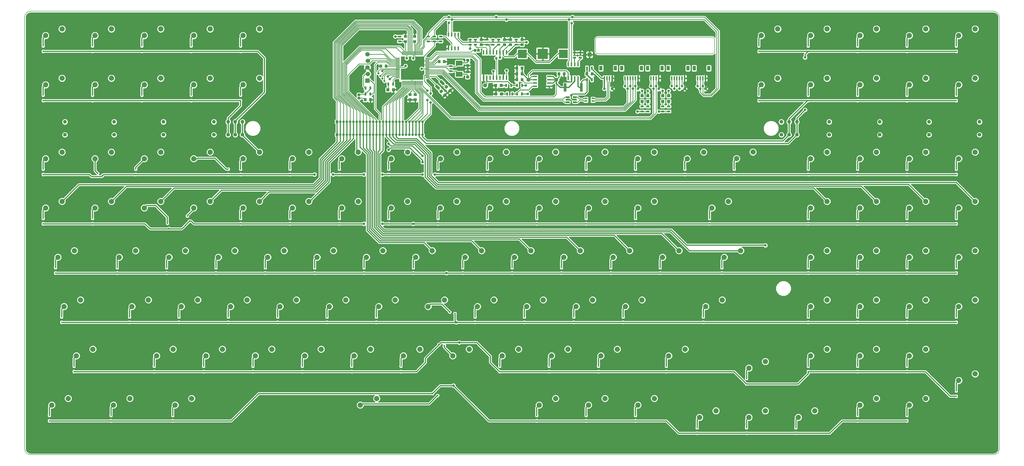
<source format=gbr>
%TF.GenerationSoftware,KiCad,Pcbnew,4.0.5+dfsg1-4*%
%TF.CreationDate,2018-04-07T15:20:27+10:00*%
%TF.ProjectId,mia,6D69612E6B696361645F706362000000,rev?*%
%TF.FileFunction,Copper,L2,Bot,Signal*%
%FSLAX46Y46*%
G04 Gerber Fmt 4.6, Leading zero omitted, Abs format (unit mm)*
G04 Created by KiCad (PCBNEW 4.0.5+dfsg1-4) date Sat Apr  7 15:20:27 2018*
%MOMM*%
%LPD*%
G01*
G04 APERTURE LIST*
%ADD10C,0.050000*%
%ADD11C,0.150000*%
%ADD12C,5.400000*%
%ADD13C,4.500000*%
%ADD14C,2.000000*%
%ADD15R,1.000000X1.000000*%
%ADD16O,1.000000X1.000000*%
%ADD17R,0.600000X1.550000*%
%ADD18R,1.000000X1.250000*%
%ADD19R,1.250000X1.000000*%
%ADD20R,0.700000X1.300000*%
%ADD21R,1.300000X0.700000*%
%ADD22R,1.700000X1.700000*%
%ADD23C,1.700000*%
%ADD24R,1.550000X0.600000*%
%ADD25R,1.100000X0.600000*%
%ADD26C,1.500000*%
%ADD27R,1.560000X0.650000*%
%ADD28R,1.500000X1.500000*%
%ADD29R,2.600000X1.900000*%
%ADD30C,5.000000*%
%ADD31C,6.000000*%
%ADD32R,3.500000X3.300000*%
%ADD33R,4.000000X4.000000*%
%ADD34R,0.600000X1.800000*%
%ADD35R,1.200000X1.800000*%
%ADD36C,1.000000*%
%ADD37R,1.000000X3.200000*%
%ADD38R,1.200000X1.200000*%
%ADD39C,1.400000*%
%ADD40O,1.400000X1.400000*%
%ADD41C,0.800000*%
%ADD42R,1.500000X0.300000*%
%ADD43R,0.300000X1.500000*%
%ADD44R,0.450000X0.600000*%
%ADD45C,0.250000*%
%ADD46C,0.400000*%
%ADD47C,0.350000*%
%ADD48C,0.500000*%
%ADD49C,0.254000*%
G04 APERTURE END LIST*
D10*
D11*
X241750000Y-60750000D02*
G75*
G03X242750000Y-61750000I1000000J0D01*
G01*
X286750000Y-61750000D02*
G75*
G03X287750000Y-60750000I0J1000000D01*
G01*
X287750000Y-56250000D02*
G75*
G03X286750000Y-55250000I-1000000J0D01*
G01*
X242750000Y-55250000D02*
G75*
G03X241750000Y-56250000I0J-1000000D01*
G01*
X286750000Y-61750000D02*
X242750000Y-61750000D01*
X287750000Y-56250000D02*
X287750000Y-60750000D01*
X242750000Y-55250000D02*
X286750000Y-55250000D01*
X241750000Y-60750000D02*
X241750000Y-56250000D01*
X23812600Y-45243940D02*
G75*
G03X21431340Y-47625200I0J-2381260D01*
G01*
X21431340Y-214313400D02*
G75*
G03X23812600Y-216694660I2381260J0D01*
G01*
X395289160Y-216694660D02*
G75*
G03X397670420Y-214313400I0J2381260D01*
G01*
X397670420Y-47625200D02*
G75*
G03X395289160Y-45243940I-2381260J0D01*
G01*
X21431340Y-214313400D02*
X21431340Y-47625200D01*
X395289160Y-216694660D02*
X23812600Y-216694660D01*
X397670420Y-47625200D02*
X397670420Y-214313400D01*
X23812600Y-45243940D02*
X395289160Y-45243940D01*
D12*
X126206780Y-85725360D03*
D13*
X71437800Y-76201120D03*
D14*
X67627800Y-73661120D03*
X73977800Y-71121120D03*
D15*
X142000000Y-93000000D03*
D16*
X143270000Y-93000000D03*
X144540000Y-93000000D03*
X145810000Y-93000000D03*
X147080000Y-93000000D03*
X148350000Y-93000000D03*
X149620000Y-93000000D03*
X150890000Y-93000000D03*
X152160000Y-93000000D03*
X153430000Y-93000000D03*
X154700000Y-93000000D03*
X155970000Y-93000000D03*
X157240000Y-93000000D03*
X158510000Y-93000000D03*
X159780000Y-93000000D03*
X161050000Y-93000000D03*
X162320000Y-93000000D03*
X163590000Y-93000000D03*
X164860000Y-93000000D03*
X166130000Y-93000000D03*
X167400000Y-93000000D03*
X168670000Y-93000000D03*
X169940000Y-93000000D03*
X171210000Y-93000000D03*
X172480000Y-93000000D03*
X173750000Y-93000000D03*
X175020000Y-93000000D03*
D17*
X188833110Y-59640630D03*
X187563110Y-59640630D03*
X186293110Y-59640630D03*
X185023110Y-59640630D03*
X185023110Y-54240630D03*
X186293110Y-54240630D03*
X187563110Y-54240630D03*
X188833110Y-54240630D03*
D15*
X150428110Y-77540630D03*
X150428110Y-78840630D03*
D13*
X104775440Y-161925680D03*
D14*
X100965440Y-159385680D03*
X107315440Y-156845680D03*
D18*
X227678110Y-69440630D03*
X229678110Y-69440630D03*
X152928110Y-79440630D03*
X154928110Y-79440630D03*
X238428110Y-69440630D03*
X240428110Y-69440630D03*
X213428110Y-71690630D03*
X211428110Y-71690630D03*
X213428110Y-67190630D03*
X211428110Y-67190630D03*
X213428110Y-69440630D03*
X211428110Y-69440630D03*
D19*
X192428110Y-70690630D03*
X192428110Y-68690630D03*
X192428110Y-64190630D03*
X192428110Y-66190630D03*
X168428110Y-56940630D03*
X168428110Y-54940630D03*
D18*
X160928110Y-66440630D03*
X158928110Y-66440630D03*
D19*
X171928110Y-56940630D03*
X171928110Y-54940630D03*
X172178110Y-77440630D03*
X172178110Y-79440630D03*
D18*
X183428110Y-64690630D03*
X181428110Y-64690630D03*
D19*
X170178110Y-77440630D03*
X170178110Y-79440630D03*
D20*
X238478110Y-67190630D03*
X240378110Y-67190630D03*
X238478110Y-71690630D03*
X240378110Y-71690630D03*
D21*
X166178110Y-56890630D03*
X166178110Y-54990630D03*
X177178110Y-54990630D03*
X177178110Y-56890630D03*
X179600000Y-54990630D03*
X179600000Y-56890630D03*
D13*
X385762800Y-76201120D03*
D14*
X381952800Y-73661120D03*
X388302800Y-71121120D03*
D13*
X285750300Y-204788620D03*
D14*
X281940300Y-202248620D03*
X288290300Y-199708620D03*
D13*
X288131550Y-161926120D03*
D14*
X284321550Y-159386120D03*
X290671550Y-156846120D03*
D13*
X204787800Y-104776120D03*
D14*
X200977800Y-102236120D03*
X207327800Y-99696120D03*
D13*
X309562800Y-76201120D03*
D14*
X305752800Y-73661120D03*
X312102800Y-71121120D03*
D13*
X309562800Y-57151120D03*
D14*
X305752800Y-54611120D03*
X312102800Y-52071120D03*
D13*
X290512800Y-123826120D03*
D14*
X286702800Y-121286120D03*
X293052800Y-118746120D03*
D13*
X223837800Y-123826120D03*
D14*
X220027800Y-121286120D03*
X226377800Y-118746120D03*
D13*
X385762800Y-190501120D03*
D14*
X381952800Y-187961120D03*
X388302800Y-185421120D03*
D13*
X385762800Y-161926120D03*
D14*
X381952800Y-159386120D03*
X388302800Y-156846120D03*
D13*
X385762800Y-142876120D03*
D14*
X381952800Y-140336120D03*
X388302800Y-137796120D03*
D13*
X385762800Y-123826120D03*
D14*
X381952800Y-121286120D03*
X388302800Y-118746120D03*
D13*
X385762800Y-104776120D03*
D14*
X381952800Y-102236120D03*
X388302800Y-99696120D03*
D13*
X366732800Y-200026120D03*
D14*
X362922800Y-197486120D03*
X369272800Y-194946120D03*
D13*
X366712800Y-180976120D03*
D14*
X362902800Y-178436120D03*
X369252800Y-175896120D03*
D13*
X366712800Y-161926120D03*
D14*
X362902800Y-159386120D03*
X369252800Y-156846120D03*
D13*
X366712800Y-142876120D03*
D14*
X362902800Y-140336120D03*
X369252800Y-137796120D03*
D13*
X366712800Y-123826120D03*
D14*
X362902800Y-121286120D03*
X369252800Y-118746120D03*
D13*
X366712800Y-104776120D03*
D14*
X362902800Y-102236120D03*
X369252800Y-99696120D03*
D13*
X366712800Y-76201120D03*
D14*
X362902800Y-73661120D03*
X369252800Y-71121120D03*
D13*
X366712800Y-57151120D03*
D14*
X362902800Y-54611120D03*
X369252800Y-52071120D03*
D13*
X347662800Y-200026120D03*
D14*
X343852800Y-197486120D03*
X350202800Y-194946120D03*
D13*
X347662800Y-180976120D03*
D14*
X343852800Y-178436120D03*
X350202800Y-175896120D03*
D13*
X347662800Y-161926120D03*
D14*
X343852800Y-159386120D03*
X350202800Y-156846120D03*
D13*
X347662800Y-142876120D03*
D14*
X343852800Y-140336120D03*
X350202800Y-137796120D03*
D13*
X347662800Y-123826120D03*
D14*
X343852800Y-121286120D03*
X350202800Y-118746120D03*
D13*
X347662800Y-104776120D03*
D14*
X343852800Y-102236120D03*
X350202800Y-99696120D03*
D13*
X347662800Y-76201120D03*
D14*
X343852800Y-73661120D03*
X350202800Y-71121120D03*
D13*
X347662800Y-57151120D03*
D14*
X343852800Y-54611120D03*
X350202800Y-52071120D03*
D13*
X323850300Y-204788620D03*
D14*
X320040300Y-202248620D03*
X326390300Y-199708620D03*
D13*
X328612800Y-180976120D03*
D14*
X324802800Y-178436120D03*
X331152800Y-175896120D03*
D13*
X328612800Y-161926120D03*
D14*
X324802800Y-159386120D03*
X331152800Y-156846120D03*
D13*
X328612800Y-142876120D03*
D14*
X324802800Y-140336120D03*
X331152800Y-137796120D03*
D13*
X328612800Y-104776120D03*
D14*
X324802800Y-102236120D03*
X331152800Y-99696120D03*
D13*
X328612800Y-76201120D03*
D14*
X324802800Y-73661120D03*
X331152800Y-71121120D03*
D13*
X328612800Y-57151120D03*
D14*
X324802800Y-54611120D03*
X331152800Y-52071120D03*
D13*
X304800300Y-204788620D03*
D14*
X300990300Y-202248620D03*
X307340300Y-199708620D03*
D13*
X304800300Y-185738620D03*
D14*
X300990300Y-183198620D03*
X307340300Y-180658620D03*
D13*
X300025040Y-104743740D03*
D14*
X296215040Y-102203740D03*
X302565040Y-99663740D03*
D13*
X295275300Y-142876120D03*
D14*
X291465300Y-140336120D03*
X297815300Y-137796120D03*
D13*
X280987800Y-104776120D03*
D14*
X277177800Y-102236120D03*
X283527800Y-99696120D03*
D13*
X261937800Y-200026120D03*
D14*
X258127800Y-197486120D03*
X264477800Y-194946120D03*
D13*
X273844050Y-180976120D03*
D14*
X270034050Y-178436120D03*
X276384050Y-175896120D03*
D13*
X271462800Y-142876120D03*
D14*
X267652800Y-140336120D03*
X274002800Y-137796120D03*
D13*
X261937800Y-123826120D03*
D14*
X258127800Y-121286120D03*
X264477800Y-118746120D03*
D13*
X261879050Y-104776120D03*
D14*
X258069050Y-102236120D03*
X264419050Y-99696120D03*
D13*
X242887800Y-200026120D03*
D14*
X239077800Y-197486120D03*
X245427800Y-194946120D03*
D13*
X247650300Y-180976120D03*
D14*
X243840300Y-178436120D03*
X250190300Y-175896120D03*
D13*
X257175300Y-161926120D03*
D14*
X253365300Y-159386120D03*
X259715300Y-156846120D03*
D13*
X252412800Y-142876120D03*
D14*
X248602800Y-140336120D03*
X254952800Y-137796120D03*
D13*
X242887800Y-123826120D03*
D14*
X239077800Y-121286120D03*
X245427800Y-118746120D03*
D13*
X242887800Y-104776120D03*
D14*
X239077800Y-102236120D03*
X245427800Y-99696120D03*
D13*
X223837800Y-200026120D03*
D14*
X220027800Y-197486120D03*
X226377800Y-194946120D03*
D13*
X228600300Y-180976120D03*
D14*
X224790300Y-178436120D03*
X231140300Y-175896120D03*
D13*
X238125300Y-161926120D03*
D14*
X234315300Y-159386120D03*
X240665300Y-156846120D03*
D13*
X233362800Y-142876120D03*
D14*
X229552800Y-140336120D03*
X235902800Y-137796120D03*
D13*
X223837800Y-104776120D03*
D14*
X220027800Y-102236120D03*
X226377800Y-99696120D03*
D13*
X209550300Y-180976120D03*
D14*
X205740300Y-178436120D03*
X212090300Y-175896120D03*
D13*
X219075300Y-161926120D03*
D14*
X215265300Y-159386120D03*
X221615300Y-156846120D03*
D13*
X214312800Y-142876120D03*
D14*
X210502800Y-140336120D03*
X216852800Y-137796120D03*
D13*
X204787800Y-123826120D03*
D14*
X200977800Y-121286120D03*
X207327800Y-118746120D03*
D13*
X190500300Y-180976120D03*
D14*
X186690300Y-178436120D03*
X193040300Y-175896120D03*
D13*
X200025300Y-161926120D03*
D14*
X196215300Y-159386120D03*
X202565300Y-156846120D03*
D13*
X195262800Y-142876120D03*
D14*
X191452800Y-140336120D03*
X197802800Y-137796120D03*
D13*
X185700300Y-123826120D03*
D14*
X181890300Y-121286120D03*
X188240300Y-118746120D03*
D13*
X185737800Y-104776120D03*
D14*
X181927800Y-102236120D03*
X188277800Y-99696120D03*
D13*
X171450300Y-180976120D03*
D14*
X167640300Y-178436120D03*
X173990300Y-175896120D03*
D13*
X180975300Y-161926120D03*
D14*
X177165300Y-159386120D03*
X183515300Y-156846120D03*
D13*
X176212800Y-142876120D03*
D14*
X172402800Y-140336120D03*
X178752800Y-137796120D03*
D13*
X166687800Y-123826120D03*
D14*
X162877800Y-121286120D03*
X169227800Y-118746120D03*
D13*
X166687800Y-104776120D03*
D14*
X162877800Y-102236120D03*
X169227800Y-99696120D03*
D13*
X154781550Y-200026120D03*
D14*
X150971550Y-197486120D03*
X157321550Y-194946120D03*
D13*
X152400300Y-180976120D03*
D14*
X148590300Y-178436120D03*
X154940300Y-175896120D03*
D13*
X161925300Y-161926120D03*
D14*
X158115300Y-159386120D03*
X164465300Y-156846120D03*
D13*
X157162800Y-142876120D03*
D14*
X153352800Y-140336120D03*
X159702800Y-137796120D03*
D13*
X147637800Y-123826120D03*
D14*
X143827800Y-121286120D03*
X150177800Y-118746120D03*
D13*
X147637800Y-104776120D03*
D14*
X143827800Y-102236120D03*
X150177800Y-99696120D03*
D13*
X142875300Y-161926120D03*
D14*
X139065300Y-159386120D03*
X145415300Y-156846120D03*
D13*
X138112800Y-142876120D03*
D14*
X134302800Y-140336120D03*
X140652800Y-137796120D03*
D13*
X128587800Y-123826120D03*
D14*
X124777800Y-121286120D03*
X131127800Y-118746120D03*
D13*
X128587800Y-104776120D03*
D14*
X124777800Y-102236120D03*
X131127800Y-99696120D03*
D13*
X133350300Y-180976120D03*
D14*
X129540300Y-178436120D03*
X135890300Y-175896120D03*
D13*
X123825300Y-161926120D03*
D14*
X120015300Y-159386120D03*
X126365300Y-156846120D03*
D13*
X119062800Y-142876120D03*
D14*
X115252800Y-140336120D03*
X121602800Y-137796120D03*
D13*
X109537800Y-123826120D03*
D14*
X105727800Y-121286120D03*
X112077800Y-118746120D03*
D13*
X109537800Y-104776120D03*
D14*
X105727800Y-102236120D03*
X112077800Y-99696120D03*
D13*
X109537800Y-76201120D03*
D14*
X105727800Y-73661120D03*
X112077800Y-71121120D03*
D13*
X109537800Y-57151120D03*
D14*
X105727800Y-54611120D03*
X112077800Y-52071120D03*
D13*
X114300300Y-180976120D03*
D14*
X110490300Y-178436120D03*
X116840300Y-175896120D03*
D13*
X100012800Y-142876120D03*
D14*
X96202800Y-140336120D03*
X102552800Y-137796120D03*
D13*
X90487800Y-123826120D03*
D14*
X86677800Y-121286120D03*
X93027800Y-118746120D03*
D13*
X90487800Y-104776120D03*
D14*
X86677800Y-102236120D03*
X93027800Y-99696120D03*
D13*
X90487800Y-76201120D03*
D14*
X86677800Y-73661120D03*
X93027800Y-71121120D03*
D13*
X90487800Y-57151120D03*
D14*
X86677800Y-54611120D03*
X93027800Y-52071120D03*
D13*
X83344050Y-200026120D03*
D14*
X79534050Y-197486120D03*
X85884050Y-194946120D03*
D13*
X95250300Y-180976120D03*
D14*
X91440300Y-178436120D03*
X97790300Y-175896120D03*
D13*
X85725300Y-161926120D03*
D14*
X81915300Y-159386120D03*
X88265300Y-156846120D03*
D13*
X80962800Y-142876120D03*
D14*
X77152800Y-140336120D03*
X83502800Y-137796120D03*
D13*
X71437800Y-123826120D03*
D14*
X67627800Y-121286120D03*
X73977800Y-118746120D03*
D13*
X71437800Y-104776120D03*
D14*
X67627800Y-102236120D03*
X73977800Y-99696120D03*
D13*
X71437800Y-57151120D03*
D14*
X67627800Y-54611120D03*
X73977800Y-52071120D03*
D13*
X59531550Y-200026120D03*
D14*
X55721550Y-197486120D03*
X62071550Y-194946120D03*
D13*
X76200300Y-180976120D03*
D14*
X72390300Y-178436120D03*
X78740300Y-175896120D03*
D13*
X66675300Y-161926120D03*
D14*
X62865300Y-159386120D03*
X69215300Y-156846120D03*
D13*
X61754050Y-142876120D03*
D14*
X57944050Y-140336120D03*
X64294050Y-137796120D03*
D13*
X52387800Y-123826120D03*
D14*
X48577800Y-121286120D03*
X54927800Y-118746120D03*
D13*
X52387800Y-104776120D03*
D14*
X48577800Y-102236120D03*
X54927800Y-99696120D03*
D13*
X52387800Y-76201120D03*
D14*
X48577800Y-73661120D03*
X54927800Y-71121120D03*
D13*
X52387800Y-57151120D03*
D14*
X48577800Y-54611120D03*
X54927800Y-52071120D03*
D13*
X35719050Y-200026120D03*
D14*
X31909050Y-197486120D03*
X38259050Y-194946120D03*
D13*
X45244050Y-180976120D03*
D14*
X41434050Y-178436120D03*
X47784050Y-175896120D03*
D13*
X40481550Y-161926120D03*
D14*
X36671550Y-159386120D03*
X43021550Y-156846120D03*
D13*
X38100300Y-142876120D03*
D14*
X34290300Y-140336120D03*
X40640300Y-137796120D03*
D13*
X33337800Y-123826120D03*
D14*
X29527800Y-121286120D03*
X35877800Y-118746120D03*
D13*
X33337800Y-104776120D03*
D14*
X29527800Y-102236120D03*
X35877800Y-99696120D03*
D13*
X33337800Y-76201120D03*
D14*
X29527800Y-73661120D03*
X35877800Y-71121120D03*
D13*
X33337800Y-57151120D03*
D14*
X29527800Y-54611120D03*
X35877800Y-52071120D03*
D13*
X385762800Y-57151120D03*
D14*
X381952800Y-54611120D03*
X388302800Y-52071120D03*
D22*
X153728110Y-72020630D03*
D23*
X153928110Y-69480630D03*
X153728110Y-66940630D03*
X153928110Y-64400630D03*
X153728110Y-61860630D03*
D20*
X154878110Y-74940630D03*
X152978110Y-74940630D03*
X154878110Y-77190630D03*
X152978110Y-77190630D03*
D24*
X223878110Y-70420630D03*
X223878110Y-71690630D03*
X223878110Y-72960630D03*
X223878110Y-74230630D03*
X218478110Y-74230630D03*
X218478110Y-72960630D03*
X218478110Y-71690630D03*
X218478110Y-70420630D03*
D20*
X213378110Y-77190630D03*
X211478110Y-77190630D03*
X207728110Y-77190630D03*
X209628110Y-77190630D03*
D25*
X240778110Y-78940630D03*
X240778110Y-79940630D03*
X238078110Y-78940630D03*
X238078110Y-79940630D03*
D26*
X215928110Y-71690630D03*
D27*
X231078110Y-80390630D03*
X231078110Y-79440630D03*
X231078110Y-78490630D03*
X233778110Y-78490630D03*
X233778110Y-80390630D03*
X233778110Y-79440630D03*
D28*
X239500000Y-62000000D03*
D29*
X189178110Y-65290630D03*
X189178110Y-69590630D03*
D21*
X185928110Y-68390630D03*
X185928110Y-66490630D03*
D30*
X204826360Y-193040840D03*
D31*
X204826360Y-208280840D03*
D30*
X104813440Y-193040840D03*
D31*
X104813440Y-208280840D03*
D30*
X276226160Y-155020090D03*
D31*
X276226160Y-170260090D03*
D30*
X300038760Y-155020090D03*
D31*
X300038760Y-170260090D03*
D30*
X302420020Y-116919930D03*
D31*
X302420020Y-132159930D03*
D30*
X278607420Y-116919930D03*
D31*
X278607420Y-132159930D03*
D30*
X33337640Y-174070170D03*
D31*
X33337640Y-189310170D03*
D30*
X57150240Y-174070170D03*
D31*
X57150240Y-189310170D03*
D30*
X392669710Y-178594500D03*
D31*
X377429710Y-178594500D03*
D30*
X392669710Y-202407100D03*
D31*
X377429710Y-202407100D03*
D21*
X182000000Y-56900000D03*
X182000000Y-55000000D03*
X193428110Y-58140630D03*
X193428110Y-56240630D03*
D13*
X328613880Y-123825520D03*
D14*
X324803880Y-121285520D03*
X331153880Y-118745520D03*
D32*
X213528110Y-61690630D03*
X229328110Y-61690630D03*
D33*
X221428110Y-61690630D03*
D19*
X213428110Y-58190630D03*
X213428110Y-56190630D03*
X197678110Y-58190630D03*
X197678110Y-56190630D03*
X208928110Y-58190630D03*
X208928110Y-56190630D03*
X206678110Y-58190630D03*
X206678110Y-56190630D03*
D20*
X211528110Y-73940630D03*
X213428110Y-73940630D03*
D21*
X204428110Y-56240630D03*
X204428110Y-58140630D03*
X211178110Y-56240630D03*
X211178110Y-58140630D03*
X202178110Y-56240630D03*
X202178110Y-58140630D03*
X199928110Y-56240630D03*
X199928110Y-58140630D03*
D34*
X207481516Y-61122362D03*
X207481516Y-70922362D03*
X206211516Y-61122362D03*
X206211516Y-70922362D03*
X204941516Y-61122362D03*
X204941516Y-70922362D03*
X203671516Y-61122362D03*
X203671516Y-70922362D03*
X202401516Y-61122362D03*
X202401516Y-70922362D03*
X201131516Y-61122362D03*
X201131516Y-70922362D03*
X199861516Y-61122362D03*
X199861516Y-70922362D03*
X198591516Y-61122362D03*
X198591516Y-70922362D03*
D17*
X263178110Y-71128130D03*
X264178110Y-71128130D03*
X265178110Y-71128130D03*
X266178110Y-71128130D03*
D35*
X261878110Y-67253130D03*
X267478110Y-67253130D03*
D36*
X263178110Y-74190630D03*
X264178110Y-75190630D03*
X265178110Y-74190630D03*
X266178110Y-75190630D03*
D17*
X253178110Y-71128130D03*
X254178110Y-71128130D03*
X255178110Y-71128130D03*
X256178110Y-71128130D03*
X257178110Y-71128130D03*
X258178110Y-71128130D03*
D35*
X251878110Y-67253130D03*
X259478110Y-67253130D03*
D36*
X253178110Y-74190630D03*
X254178110Y-75190630D03*
X255178110Y-74190630D03*
X256178110Y-75190630D03*
X257178110Y-74190630D03*
X258178110Y-75190630D03*
D17*
X271178110Y-71128130D03*
X272178110Y-71128130D03*
X273178110Y-71128130D03*
X274178110Y-71128130D03*
X275178110Y-71128130D03*
X276178110Y-71128130D03*
D35*
X269878110Y-67253130D03*
X277478110Y-67253130D03*
D36*
X271178110Y-74190630D03*
X272178110Y-75190630D03*
X273178110Y-74190630D03*
X274178110Y-75190630D03*
X275178110Y-74190630D03*
X276178110Y-75190630D03*
D17*
X281178110Y-71128130D03*
X282178110Y-71128130D03*
X283178110Y-71128130D03*
X284178110Y-71128130D03*
D35*
X279878110Y-67253130D03*
X285478110Y-67253130D03*
D36*
X281178110Y-74190630D03*
X282178110Y-75190630D03*
X283178110Y-74190630D03*
X284178110Y-75190630D03*
D37*
X236278110Y-74690630D03*
X230078110Y-74690630D03*
D21*
X235928110Y-61240630D03*
X235928110Y-63140630D03*
X233678110Y-61240630D03*
X233678110Y-63140630D03*
D17*
X235083110Y-71140630D03*
X233813110Y-71140630D03*
X232543110Y-71140630D03*
X231273110Y-71140630D03*
X231273110Y-65740630D03*
X232543110Y-65740630D03*
X233813110Y-65740630D03*
X235083110Y-65740630D03*
D10*
G36*
X183425508Y-74571911D02*
X184309391Y-73688028D01*
X185016498Y-74395135D01*
X184132615Y-75279018D01*
X183425508Y-74571911D01*
X183425508Y-74571911D01*
G37*
G36*
X184839722Y-75986125D02*
X185723605Y-75102242D01*
X186430712Y-75809349D01*
X185546829Y-76693232D01*
X184839722Y-75986125D01*
X184839722Y-75986125D01*
G37*
G36*
X181425508Y-76321911D02*
X182309391Y-75438028D01*
X183016498Y-76145135D01*
X182132615Y-77029018D01*
X181425508Y-76321911D01*
X181425508Y-76321911D01*
G37*
G36*
X182839722Y-77736125D02*
X183723605Y-76852242D01*
X184430712Y-77559349D01*
X183546829Y-78443232D01*
X182839722Y-77736125D01*
X182839722Y-77736125D01*
G37*
D20*
X209178110Y-73940630D03*
X207278110Y-73940630D03*
D21*
X195428110Y-58140630D03*
X195428110Y-56240630D03*
D26*
X226678110Y-71690630D03*
X199178110Y-73940630D03*
D38*
X205428110Y-73940630D03*
X203228110Y-73940630D03*
X205528110Y-77190630D03*
X203328110Y-77190630D03*
D15*
X142000000Y-88000000D03*
D16*
X143270000Y-88000000D03*
X144540000Y-88000000D03*
X145810000Y-88000000D03*
X147080000Y-88000000D03*
X148350000Y-88000000D03*
X149620000Y-88000000D03*
X150890000Y-88000000D03*
X152160000Y-88000000D03*
X153430000Y-88000000D03*
X154700000Y-88000000D03*
X155970000Y-88000000D03*
X157240000Y-88000000D03*
X158510000Y-88000000D03*
X159780000Y-88000000D03*
X161050000Y-88000000D03*
X162320000Y-88000000D03*
X163590000Y-88000000D03*
X164860000Y-88000000D03*
X166130000Y-88000000D03*
X167400000Y-88000000D03*
X168670000Y-88000000D03*
X169940000Y-88000000D03*
X171210000Y-88000000D03*
X172480000Y-88000000D03*
X173750000Y-88000000D03*
X175020000Y-88000000D03*
D39*
X37000000Y-93000000D03*
D40*
X37000000Y-88000000D03*
D39*
X56000000Y-93000000D03*
D40*
X56000000Y-88000000D03*
D39*
X75009690Y-93000000D03*
D40*
X75009690Y-88000000D03*
D39*
X94500000Y-93000000D03*
D40*
X94500000Y-88000000D03*
D39*
X105500000Y-93000000D03*
D40*
X105500000Y-88000000D03*
D39*
X313500000Y-93000000D03*
D40*
X313500000Y-88000000D03*
D39*
X332000000Y-93000000D03*
D40*
X332000000Y-88000000D03*
D39*
X351500000Y-93000000D03*
D40*
X351500000Y-88000000D03*
D39*
X370500000Y-93000000D03*
D40*
X370500000Y-88000000D03*
D39*
X390000000Y-93000000D03*
D40*
X390000000Y-88000000D03*
D39*
X102750000Y-93000000D03*
D40*
X102750000Y-88000000D03*
D39*
X100000000Y-93000000D03*
D40*
X100000000Y-88000000D03*
D39*
X319500000Y-93000000D03*
D40*
X319500000Y-88000000D03*
D39*
X316500000Y-93000000D03*
D40*
X316500000Y-88000000D03*
D41*
X160250000Y-72250000D03*
X159500000Y-71250000D03*
X158750000Y-70250000D03*
X158000000Y-69250000D03*
D12*
X292931891Y-85681891D03*
X292894980Y-50006460D03*
X126250000Y-50000000D03*
D10*
G36*
X181077070Y-75635173D02*
X179733567Y-74291670D01*
X180511384Y-73513853D01*
X181854887Y-74857356D01*
X181077070Y-75635173D01*
X181077070Y-75635173D01*
G37*
G36*
X182844836Y-73867407D02*
X181501333Y-72523904D01*
X182279150Y-71746087D01*
X183622653Y-73089590D01*
X182844836Y-73867407D01*
X182844836Y-73867407D01*
G37*
D17*
X245178110Y-71128130D03*
X246178110Y-71128130D03*
X247178110Y-71128130D03*
X248178110Y-71128130D03*
D35*
X243878110Y-67253130D03*
X249478110Y-67253130D03*
D36*
X245178110Y-75190630D03*
X248178110Y-75190630D03*
D42*
X165478110Y-70940630D03*
X165478110Y-70440630D03*
X165478110Y-69940630D03*
X165478110Y-69440630D03*
X165478110Y-68940630D03*
X165478110Y-68440630D03*
X165478110Y-67940630D03*
X165478110Y-67440630D03*
X165478110Y-66940630D03*
X165478110Y-66440630D03*
X165478110Y-65940630D03*
X165478110Y-65440630D03*
X165478110Y-64940630D03*
X165478110Y-64440630D03*
X165478110Y-63940630D03*
X165478110Y-63440630D03*
D43*
X167428110Y-61490630D03*
X167928110Y-61490630D03*
X168428110Y-61490630D03*
X168928110Y-61490630D03*
X169428110Y-61490630D03*
X169928110Y-61490630D03*
X170428110Y-61490630D03*
X170928110Y-61490630D03*
X171428110Y-61490630D03*
X171928110Y-61490630D03*
X172428110Y-61490630D03*
X172928110Y-61490630D03*
X173428110Y-61490630D03*
X173928110Y-61490630D03*
X174428110Y-61490630D03*
X174928110Y-61490630D03*
D42*
X176878110Y-66940630D03*
X176878110Y-67440630D03*
X176878110Y-67940630D03*
X176878110Y-68440630D03*
X176878110Y-68940630D03*
X176878110Y-69440630D03*
X176878110Y-69940630D03*
X176878110Y-70440630D03*
X176878110Y-70940630D03*
D43*
X174928110Y-72890630D03*
X174428110Y-72890630D03*
X173928110Y-72890630D03*
X173428110Y-72890630D03*
X172928110Y-72890630D03*
X172428110Y-72890630D03*
X171928110Y-72890630D03*
X171428110Y-72890630D03*
X170928110Y-72890630D03*
X170428110Y-72890630D03*
X169928110Y-72890630D03*
X169428110Y-72890630D03*
X168928110Y-72890630D03*
X168428110Y-72890630D03*
X167928110Y-72890630D03*
X167428110Y-72890630D03*
D42*
X176878110Y-66440630D03*
X176878110Y-65940630D03*
X176878110Y-65440630D03*
X176878110Y-64940630D03*
X176878110Y-64440630D03*
X176878110Y-63940630D03*
X176878110Y-63440630D03*
D44*
X104775440Y-77672210D03*
X104775440Y-79772210D03*
X381001600Y-191972690D03*
X381001600Y-194072690D03*
X381001600Y-163397570D03*
X381001600Y-165497570D03*
X381000300Y-144347490D03*
X381000300Y-146447490D03*
X381001600Y-125297410D03*
X381001600Y-127397410D03*
X381001600Y-106247330D03*
X381001600Y-108347330D03*
X381000300Y-77672210D03*
X381000300Y-79772210D03*
X381001600Y-58622130D03*
X381001600Y-60722130D03*
X361951520Y-201497730D03*
X361951520Y-203597730D03*
X361950300Y-182447650D03*
X361950300Y-184547650D03*
X361950300Y-163397570D03*
X361950300Y-165497570D03*
X361951520Y-144347490D03*
X361951520Y-146447490D03*
X361951520Y-125297410D03*
X361951520Y-127397410D03*
X361950300Y-106247330D03*
X361950300Y-108347330D03*
X361950300Y-77672210D03*
X361950300Y-79772210D03*
X361950300Y-58622130D03*
X361950300Y-60722130D03*
X342901440Y-201497730D03*
X342901440Y-203597730D03*
X342901440Y-182447650D03*
X342901440Y-184547650D03*
X342900300Y-163397570D03*
X342900300Y-165497570D03*
X342901440Y-144347490D03*
X342901440Y-146447490D03*
X342901440Y-125297410D03*
X342901440Y-127397410D03*
X342900300Y-106247330D03*
X342900300Y-108347330D03*
X342900300Y-77672210D03*
X342900300Y-79772210D03*
X342901440Y-58622130D03*
X342901440Y-60722130D03*
X319088840Y-206260250D03*
X319088840Y-208360250D03*
X323851360Y-182447650D03*
X323851360Y-184547650D03*
X323850300Y-163397570D03*
X323850300Y-165497570D03*
X323851360Y-144347490D03*
X323851360Y-146447490D03*
X323851360Y-125297410D03*
X323851360Y-127397410D03*
X323850300Y-106247330D03*
X323850300Y-108347330D03*
X323850300Y-77672210D03*
X323850300Y-79772210D03*
X323850300Y-58622130D03*
X323850300Y-60722130D03*
X300037800Y-206260250D03*
X300037800Y-208360250D03*
X300038760Y-187210170D03*
X300038760Y-189310170D03*
X295275300Y-106247330D03*
X295275300Y-108347330D03*
X304801280Y-77672210D03*
X304801280Y-79772210D03*
X304801280Y-58622130D03*
X304801280Y-60722130D03*
X280988680Y-206260250D03*
X280988680Y-208360250D03*
X283369050Y-163397570D03*
X283369050Y-165497570D03*
X290513720Y-144347490D03*
X290513720Y-146447490D03*
X285751200Y-125297410D03*
X285751200Y-127397410D03*
X276225300Y-106247330D03*
X276225300Y-108347330D03*
X257176080Y-201497730D03*
X257176080Y-203597730D03*
X269082380Y-182447650D03*
X269082380Y-184547650D03*
X266700300Y-144347490D03*
X266700300Y-146447490D03*
X257176080Y-125297410D03*
X257176080Y-127397410D03*
X257176080Y-106247330D03*
X257176080Y-108347330D03*
X238126000Y-201497730D03*
X238126000Y-203597730D03*
X242888520Y-182447650D03*
X242888520Y-184547650D03*
X252413560Y-163397570D03*
X252413560Y-165497570D03*
X247651040Y-144347490D03*
X247651040Y-146447490D03*
X238126000Y-125297410D03*
X238126000Y-127397410D03*
X238125300Y-106247330D03*
X238125300Y-108347330D03*
X219075920Y-201497730D03*
X219075920Y-203597730D03*
X223837800Y-182447650D03*
X223837800Y-184547650D03*
X233363480Y-163397570D03*
X233363480Y-165497570D03*
X228600300Y-144347490D03*
X228600300Y-146447490D03*
X219075920Y-125297410D03*
X219075920Y-127397410D03*
X219075300Y-106247330D03*
X219075300Y-108347330D03*
X204788360Y-182447650D03*
X204788360Y-184547650D03*
X214313400Y-163397570D03*
X214313400Y-165497570D03*
X209550300Y-144347490D03*
X209550300Y-146447490D03*
X200025840Y-125297410D03*
X200025840Y-127397410D03*
X200025840Y-106247330D03*
X200025840Y-108347330D03*
D10*
G36*
X183742925Y-174353262D02*
X183641697Y-174791729D01*
X183057075Y-174656758D01*
X183158303Y-174218291D01*
X183742925Y-174353262D01*
X183742925Y-174353262D01*
G37*
G36*
X181696747Y-173880864D02*
X181595519Y-174319331D01*
X181010897Y-174184360D01*
X181112125Y-173745893D01*
X181696747Y-173880864D01*
X181696747Y-173880864D01*
G37*
D44*
X195263320Y-163397570D03*
X195263320Y-165497570D03*
X190500800Y-144347490D03*
X190500800Y-146447490D03*
X180975760Y-125297410D03*
X180975760Y-127397410D03*
X180975760Y-106247330D03*
X180975760Y-108347330D03*
X166688200Y-182447650D03*
X166688200Y-184547650D03*
D10*
G36*
X185145173Y-161691452D02*
X185261642Y-161256785D01*
X185841197Y-161412076D01*
X185724728Y-161846743D01*
X185145173Y-161691452D01*
X185145173Y-161691452D01*
G37*
G36*
X187173617Y-162234972D02*
X187290086Y-161800305D01*
X187869641Y-161955596D01*
X187753172Y-162390263D01*
X187173617Y-162234972D01*
X187173617Y-162234972D01*
G37*
D44*
X171450720Y-144347490D03*
X171450720Y-146447490D03*
X161925680Y-125297410D03*
X161925680Y-127397410D03*
X161925680Y-106247330D03*
X161925680Y-108347330D03*
D10*
G36*
X181173990Y-193675781D02*
X181012724Y-194095892D01*
X180452576Y-193880871D01*
X180613842Y-193460760D01*
X181173990Y-193675781D01*
X181173990Y-193675781D01*
G37*
G36*
X179213472Y-192923209D02*
X179052206Y-193343320D01*
X178492058Y-193128299D01*
X178653324Y-192708188D01*
X179213472Y-192923209D01*
X179213472Y-192923209D01*
G37*
D44*
X147638120Y-182447650D03*
X147638120Y-184547650D03*
X157163160Y-163397570D03*
X157163160Y-165497570D03*
X152400640Y-144347490D03*
X152400640Y-146447490D03*
X142875600Y-125297410D03*
X142875600Y-127397410D03*
X142875600Y-106247330D03*
X142875600Y-108347330D03*
X138112800Y-163397570D03*
X138112800Y-165497570D03*
X133350560Y-144347490D03*
X133350560Y-146447490D03*
X123825520Y-125297410D03*
X123825520Y-127397410D03*
X123825520Y-106247330D03*
X123825520Y-108347330D03*
X128588040Y-182447650D03*
X128588040Y-184547650D03*
X119063000Y-163397570D03*
X119063000Y-165497570D03*
X114300300Y-144347490D03*
X114300300Y-146447490D03*
X104775440Y-125297410D03*
X104775440Y-127397410D03*
X104775440Y-106247330D03*
X104775440Y-108347330D03*
X104775440Y-58622130D03*
X104775440Y-60722130D03*
X109537960Y-182447650D03*
X109537960Y-184547650D03*
X100012920Y-163397570D03*
X100012920Y-165497570D03*
X95250300Y-144347490D03*
X95250300Y-146447490D03*
D10*
G36*
X83881797Y-124269951D02*
X84289636Y-124079773D01*
X84543207Y-124623557D01*
X84135368Y-124813735D01*
X83881797Y-124269951D01*
X83881797Y-124269951D01*
G37*
G36*
X84769295Y-126173197D02*
X85177134Y-125983019D01*
X85430705Y-126526803D01*
X85022866Y-126716981D01*
X84769295Y-126173197D01*
X84769295Y-126173197D01*
G37*
D44*
X100012920Y-106247330D03*
X100012920Y-108347330D03*
X85725360Y-77672210D03*
X85725360Y-79772210D03*
X85725360Y-58622130D03*
X85725360Y-60722130D03*
X78581550Y-201497730D03*
X78581550Y-203597730D03*
X90487880Y-182447650D03*
X90487880Y-184547650D03*
X80962840Y-163397570D03*
X80962840Y-165497570D03*
X76200320Y-144347490D03*
X76200320Y-146447490D03*
D10*
G36*
X76256785Y-126961642D02*
X76691452Y-126845173D01*
X76846743Y-127424728D01*
X76412076Y-127541197D01*
X76256785Y-126961642D01*
X76256785Y-126961642D01*
G37*
G36*
X76800305Y-128990086D02*
X77234972Y-128873617D01*
X77390263Y-129453172D01*
X76955596Y-129569641D01*
X76800305Y-128990086D01*
X76800305Y-128990086D01*
G37*
D44*
X64294020Y-106247330D03*
X64294020Y-108347330D03*
X66675300Y-77672210D03*
X66675300Y-79772210D03*
X66675280Y-58622130D03*
X66675280Y-60722130D03*
X54769050Y-201497730D03*
X54769050Y-203597730D03*
X71437800Y-182447650D03*
X71437800Y-184547650D03*
X61912760Y-163397570D03*
X61912760Y-165497570D03*
X57150240Y-144347490D03*
X57150240Y-146447490D03*
X47625200Y-125297410D03*
X47625200Y-127397410D03*
D10*
G36*
X49229773Y-107939636D02*
X49419951Y-107531797D01*
X49963735Y-107785368D01*
X49773557Y-108193207D01*
X49229773Y-107939636D01*
X49229773Y-107939636D01*
G37*
G36*
X51133019Y-108827134D02*
X51323197Y-108419295D01*
X51866981Y-108672866D01*
X51676803Y-109080705D01*
X51133019Y-108827134D01*
X51133019Y-108827134D01*
G37*
D44*
X47625200Y-77672210D03*
X47625200Y-79772210D03*
X47625300Y-58622130D03*
X47625300Y-60722130D03*
X30956550Y-201497730D03*
X30956550Y-203597730D03*
X40481550Y-182447650D03*
X40481550Y-184547650D03*
X35718900Y-163397570D03*
X35718900Y-165497570D03*
X33337800Y-144347490D03*
X33337800Y-146447490D03*
X28575120Y-125297410D03*
X28575120Y-127397410D03*
X28575120Y-106247330D03*
X28575120Y-108347330D03*
X28575120Y-77672210D03*
X28575120Y-79772210D03*
X28575120Y-58622130D03*
X28575120Y-60722130D03*
D38*
X259750000Y-80100000D03*
X259750000Y-77900000D03*
X262000000Y-80100000D03*
X262000000Y-77900000D03*
X270000000Y-80100000D03*
X270000000Y-77900000D03*
X267750000Y-80100000D03*
X267750000Y-77900000D03*
D21*
X259750000Y-83950000D03*
X259750000Y-82050000D03*
X262000000Y-83950000D03*
X262000000Y-82050000D03*
X270000000Y-83950000D03*
X270000000Y-82050000D03*
X267750000Y-83950000D03*
X267750000Y-82050000D03*
D15*
X195300000Y-60400000D03*
X196600000Y-60400000D03*
D38*
X161600000Y-75600000D03*
X163800000Y-75600000D03*
D20*
X163700000Y-73400000D03*
X161800000Y-73400000D03*
D36*
X165400000Y-74700000D03*
X171956649Y-53305552D03*
X168428876Y-53337956D03*
X154919113Y-81008663D03*
X172201807Y-81202277D03*
X170186493Y-81207392D03*
X225728100Y-74190630D03*
X168458861Y-66387601D03*
X174678110Y-67440630D03*
X168928110Y-63440630D03*
X171428110Y-63440630D03*
X220400000Y-70200000D03*
X220400000Y-71600000D03*
X220400000Y-73000000D03*
X220400000Y-74200000D03*
X222000000Y-70200000D03*
X222000000Y-71600000D03*
X222000000Y-73000000D03*
X222000000Y-74200000D03*
X247000000Y-68500000D03*
X283000000Y-68500000D03*
X275000000Y-68500000D03*
X265000000Y-68500000D03*
X257000000Y-68500000D03*
X242264856Y-70791604D03*
X239500000Y-64500000D03*
X239500000Y-59000000D03*
X192428110Y-67400000D03*
X198500000Y-68000000D03*
X201428110Y-77190630D03*
X201428110Y-73940630D03*
X209178110Y-67190630D03*
X209178110Y-71690630D03*
X209178110Y-69440630D03*
X206603100Y-54940630D03*
X184928110Y-57940630D03*
X224428110Y-61690630D03*
X218428110Y-61690630D03*
X157797010Y-66440630D03*
X233678110Y-59940630D03*
X235928110Y-59940630D03*
X229678110Y-71190630D03*
X232432508Y-81132966D03*
X184678110Y-78690630D03*
X186678110Y-76940630D03*
X232678110Y-68940630D03*
X206028110Y-68440630D03*
X213428110Y-54940630D03*
X208928110Y-54940630D03*
X199928110Y-54940630D03*
X197678110Y-54940630D03*
X184928110Y-64690630D03*
X174250000Y-64000000D03*
X258000000Y-84000000D03*
X266250000Y-84000000D03*
X174678110Y-65190630D03*
X167676680Y-65183569D03*
X214928110Y-73940630D03*
X215678110Y-77190630D03*
X167478110Y-63790630D03*
X164478110Y-54990630D03*
X170878110Y-70590630D03*
X174178110Y-70190630D03*
X215178110Y-57190630D03*
X169928110Y-68440630D03*
X172428110Y-68440630D03*
X172428110Y-65940630D03*
X169928110Y-65940630D03*
X171178110Y-67190630D03*
X172678110Y-63440630D03*
X173678110Y-66440630D03*
X176878093Y-79602159D03*
X176864852Y-75931387D03*
X322660730Y-63103390D03*
X322660730Y-83344100D03*
X161925680Y-96441030D03*
X175022610Y-101203550D03*
X178128349Y-80519003D03*
X178143253Y-77034214D03*
X161925680Y-98822290D03*
X175022610Y-103584810D03*
X175022610Y-108347330D03*
X179785130Y-108347330D03*
X152400640Y-108347330D03*
X159544420Y-108347330D03*
X140494340Y-108347330D03*
X133350560Y-108347330D03*
X171450720Y-127397410D03*
X152400640Y-127397410D03*
X159544420Y-127397410D03*
X184250000Y-146447490D03*
X188000000Y-165497570D03*
X189213558Y-173322967D03*
X186928910Y-189961073D03*
X307340300Y-135731820D03*
X232552144Y-49878895D03*
X185178110Y-47486484D03*
X185178110Y-49690630D03*
X203428110Y-47453149D03*
X203428110Y-63440630D03*
X232878110Y-47486484D03*
X231575580Y-48442696D03*
X186428110Y-48433664D03*
X207428110Y-48433664D03*
X207428110Y-68190630D03*
X159535173Y-68298085D03*
X259750000Y-76000000D03*
X262000000Y-76000000D03*
X270000000Y-76000000D03*
X267750000Y-76000000D03*
X193428110Y-59690630D03*
X161678110Y-70440630D03*
X202401516Y-68440630D03*
X204941516Y-63190630D03*
X232428110Y-77690630D03*
X162428110Y-71440630D03*
D45*
X163800000Y-75600000D02*
X164500000Y-75600000D01*
X164500000Y-75600000D02*
X165400000Y-74700000D01*
D46*
X171928110Y-53334091D02*
X171956649Y-53305552D01*
X171928110Y-54940630D02*
X171928110Y-53334091D01*
X168428110Y-54940630D02*
X168428110Y-53338722D01*
X168428110Y-53338722D02*
X168428876Y-53337956D01*
X154928110Y-80999666D02*
X154919113Y-81008663D01*
X154928110Y-79440630D02*
X154928110Y-80999666D01*
X172178110Y-81178580D02*
X172201807Y-81202277D01*
X172178110Y-79440630D02*
X172178110Y-81178580D01*
X170178110Y-81199009D02*
X170186493Y-81207392D01*
X170178110Y-79440630D02*
X170178110Y-81199009D01*
X225688100Y-74230630D02*
X225728100Y-74190630D01*
X223878110Y-74230630D02*
X225688100Y-74230630D01*
D45*
X167905832Y-66940630D02*
X168458861Y-66387601D01*
X165478110Y-66940630D02*
X167905832Y-66940630D01*
X176878110Y-67440630D02*
X174678110Y-67440630D01*
X168928110Y-61490630D02*
X168928110Y-63440630D01*
X171428110Y-61490630D02*
X171428110Y-63440630D01*
X220400000Y-73000000D02*
X220400000Y-74200000D01*
X220400000Y-71600000D02*
X220400000Y-73000000D01*
X220400000Y-70200000D02*
X220400000Y-71600000D01*
X222000000Y-70200000D02*
X220400000Y-70200000D01*
X222000000Y-71600000D02*
X220400000Y-71600000D01*
X222000000Y-73000000D02*
X220400000Y-73000000D01*
X222000000Y-74200000D02*
X220400000Y-74200000D01*
X222000000Y-71600000D02*
X222000000Y-70200000D01*
X222000000Y-73000000D02*
X222000000Y-71600000D01*
X222000000Y-74200000D02*
X222000000Y-73000000D01*
X223878110Y-74230630D02*
X222030630Y-74230630D01*
X222030630Y-74230630D02*
X222000000Y-74200000D01*
D46*
X248178110Y-71128130D02*
X248178110Y-69678110D01*
X248178110Y-69678110D02*
X247000000Y-68500000D01*
X284178110Y-71128130D02*
X284178110Y-69678110D01*
X284178110Y-69678110D02*
X283000000Y-68500000D01*
X276178110Y-71128130D02*
X276178110Y-69678110D01*
X276178110Y-69678110D02*
X275000000Y-68500000D01*
X266178110Y-71128130D02*
X266178110Y-69678110D01*
X266178110Y-69678110D02*
X265000000Y-68500000D01*
X258178110Y-71128130D02*
X258178110Y-69678110D01*
X258178110Y-69678110D02*
X257000000Y-68500000D01*
X284178110Y-71128130D02*
X284178110Y-75190630D01*
X258178110Y-71128130D02*
X258178110Y-75190630D01*
X266178110Y-71128130D02*
X266178110Y-75190630D01*
X240928110Y-69454858D02*
X242264856Y-70791604D01*
X240928110Y-69440630D02*
X240928110Y-69454858D01*
X239500000Y-62000000D02*
X239500000Y-59000000D01*
X192428110Y-67400000D02*
X192428110Y-68690630D01*
X192428110Y-66190630D02*
X192428110Y-67400000D01*
D45*
X198591516Y-70922362D02*
X198591516Y-68091516D01*
X198591516Y-68091516D02*
X198500000Y-68000000D01*
D47*
X203328110Y-77190630D02*
X201428110Y-77190630D01*
X203228110Y-73940630D02*
X201428110Y-73940630D01*
D46*
X211428110Y-67190630D02*
X209178110Y-67190630D01*
X211428110Y-71690630D02*
X209178110Y-71690630D01*
X211428110Y-69440630D02*
X209178110Y-69440630D01*
D45*
X185023110Y-59640630D02*
X185023110Y-58035630D01*
X185023110Y-58035630D02*
X184928110Y-57940630D01*
D46*
X221428110Y-61690630D02*
X224428110Y-61690630D01*
X221428110Y-61690630D02*
X218428110Y-61690630D01*
X158928110Y-66440630D02*
X157797010Y-66440630D01*
X233678110Y-61240630D02*
X233678110Y-59940630D01*
X235928110Y-61240630D02*
X235928110Y-59940630D01*
X229678110Y-69440630D02*
X229678110Y-71190630D01*
X276178110Y-75190630D02*
X276178110Y-71128130D01*
X232432508Y-79948959D02*
X232432508Y-81132966D01*
X231924179Y-79440630D02*
X232432508Y-79948959D01*
X231078110Y-79440630D02*
X231924179Y-79440630D01*
X183635217Y-77647737D02*
X184678110Y-78690630D01*
X185635217Y-75897737D02*
X186678110Y-76940630D01*
X232543110Y-71140630D02*
X232543110Y-69075630D01*
X206211516Y-70922362D02*
X206211516Y-68624036D01*
X206211516Y-68624036D02*
X206028110Y-68440630D01*
X213428110Y-56190630D02*
X213428110Y-54940630D01*
X208928110Y-56190630D02*
X208928110Y-54940630D01*
X199928110Y-56240630D02*
X199928110Y-54940630D01*
X206678110Y-56190630D02*
X206678110Y-54940630D01*
X197678110Y-56190630D02*
X197678110Y-54940630D01*
X183428110Y-64690630D02*
X184928110Y-64690630D01*
D48*
X248178110Y-75190630D02*
X248178110Y-71128130D01*
D45*
X226678110Y-71690630D02*
X226678110Y-77321890D01*
X199087228Y-78337228D02*
X197250000Y-76500000D01*
X180440630Y-61750000D02*
X178250000Y-63940630D01*
X226678110Y-77321890D02*
X225662772Y-78337228D01*
X225662772Y-78337228D02*
X199087228Y-78337228D01*
X197250000Y-76500000D02*
X197250000Y-63750000D01*
X197250000Y-63750000D02*
X195250000Y-61750000D01*
X195250000Y-61750000D02*
X180440630Y-61750000D01*
X178250000Y-63940630D02*
X176878110Y-63940630D01*
D46*
X227678110Y-69440630D02*
X227678110Y-70690630D01*
X227678110Y-70690630D02*
X226678110Y-71690630D01*
D48*
X226678110Y-73190630D02*
X228178110Y-74690630D01*
X228178110Y-74690630D02*
X230078110Y-74690630D01*
X226678110Y-71690630D02*
X226678110Y-73190630D01*
D46*
X226678110Y-71690630D02*
X225408110Y-72960630D01*
X225408110Y-72960630D02*
X223878110Y-72960630D01*
X226678110Y-71690630D02*
X223878110Y-71690630D01*
X226678110Y-71690630D02*
X225408110Y-70420630D01*
X225408110Y-70420630D02*
X223878110Y-70420630D01*
D48*
X233813110Y-71140630D02*
X233813110Y-72337935D01*
X233813110Y-72337935D02*
X231460415Y-74690630D01*
X231460415Y-74690630D02*
X230078110Y-74690630D01*
X238428110Y-69440630D02*
X238428110Y-69740630D01*
X238428110Y-69740630D02*
X240378110Y-71690630D01*
X238478110Y-67190630D02*
X238478110Y-69390630D01*
X238478110Y-69390630D02*
X238428110Y-69440630D01*
D45*
X179600000Y-56890630D02*
X179600000Y-58650000D01*
X179600000Y-58650000D02*
X174250000Y-64000000D01*
X259750000Y-83950000D02*
X258050000Y-83950000D01*
X258050000Y-83950000D02*
X258000000Y-84000000D01*
X262000000Y-83950000D02*
X259750000Y-83950000D01*
X267750000Y-83950000D02*
X266300000Y-83950000D01*
X266300000Y-83950000D02*
X266250000Y-84000000D01*
X270000000Y-83950000D02*
X267750000Y-83950000D01*
X176878110Y-64440630D02*
X175428110Y-64440630D01*
X175428110Y-64440630D02*
X174678110Y-65190630D01*
X179600000Y-56890630D02*
X181990630Y-56890630D01*
X181990630Y-56890630D02*
X182000000Y-56900000D01*
X177178110Y-56890630D02*
X179600000Y-56890630D01*
X167676680Y-65242060D02*
X167676680Y-65183569D01*
X166478110Y-66440630D02*
X167676680Y-65242060D01*
X165478110Y-66440630D02*
X166478110Y-66440630D01*
D47*
X214928110Y-73940630D02*
X213428110Y-73940630D01*
X215678110Y-77190630D02*
X213378110Y-77190630D01*
D46*
X213428110Y-69440630D02*
X213678110Y-69440630D01*
X213678110Y-69440630D02*
X215928110Y-71690630D01*
X213428110Y-67190630D02*
X213428110Y-69440630D01*
D47*
X193928110Y-57190630D02*
X192678110Y-57190630D01*
X192678110Y-57190630D02*
X190418982Y-57190630D01*
X188833110Y-55604758D02*
X188833110Y-54240630D01*
X190418982Y-57190630D02*
X188833110Y-55604758D01*
X193428110Y-56240630D02*
X193428110Y-56840630D01*
X193428110Y-56840630D02*
X193078110Y-57190630D01*
X193078110Y-57190630D02*
X192678110Y-57190630D01*
X195078110Y-57190630D02*
X193928110Y-57190630D01*
X193428110Y-56840630D02*
X193778110Y-57190630D01*
X193778110Y-57190630D02*
X193928110Y-57190630D01*
X215928110Y-71690630D02*
X215928110Y-69690630D01*
X215928110Y-69690630D02*
X217410275Y-68208465D01*
X230473754Y-68208465D02*
X231273110Y-69007821D01*
X217410275Y-68208465D02*
X230473754Y-68208465D01*
X231273110Y-69007821D02*
X231273110Y-71140630D01*
D45*
X166428110Y-54990630D02*
X164478110Y-54990630D01*
X170928110Y-72890630D02*
X170928110Y-70640630D01*
X170928110Y-70640630D02*
X170878110Y-70590630D01*
X152978110Y-74940630D02*
X152869521Y-74940630D01*
X152869521Y-74940630D02*
X152212788Y-74283897D01*
X152912917Y-69480630D02*
X153928110Y-69480630D01*
X152212788Y-74283897D02*
X152212788Y-70180759D01*
X152212788Y-70180759D02*
X152912917Y-69480630D01*
X181428110Y-64690630D02*
X180678110Y-64690630D01*
D47*
X210828110Y-57190630D02*
X211678110Y-57190630D01*
X211678110Y-57190630D02*
X215178110Y-57190630D01*
D45*
X211178110Y-56240630D02*
X211178110Y-56840630D01*
D47*
X211178110Y-56840630D02*
X211528110Y-57190630D01*
X211528110Y-57190630D02*
X211678110Y-57190630D01*
X195078110Y-57190630D02*
X195794334Y-57190630D01*
X201428110Y-57190630D02*
X195794334Y-57190630D01*
X195794334Y-57190630D02*
X195428110Y-56824406D01*
X195428110Y-56824406D02*
X195428110Y-56240630D01*
X195428110Y-56240630D02*
X195428110Y-56840630D01*
X195428110Y-56840630D02*
X195078110Y-57190630D01*
D45*
X169928110Y-68440630D02*
X169928110Y-65940630D01*
X172428110Y-68440630D02*
X169928110Y-68440630D01*
X172428110Y-65940630D02*
X172428110Y-68440630D01*
X169928110Y-65940630D02*
X172428110Y-65940630D01*
X171178110Y-67190630D02*
X169928110Y-65940630D01*
X171178110Y-67190630D02*
X172428110Y-65940630D01*
X171178110Y-67190630D02*
X172428110Y-68440630D01*
X171178110Y-67190630D02*
X169928110Y-68440630D01*
D47*
X201828110Y-57190630D02*
X201428110Y-57190630D01*
X204778110Y-57190630D02*
X205178110Y-57190630D01*
X205178110Y-57190630D02*
X210828110Y-57190630D01*
X201428110Y-57190630D02*
X205178110Y-57190630D01*
X202178110Y-56840630D02*
X201828110Y-57190630D01*
X204428110Y-56840630D02*
X204778110Y-57190630D01*
X210828110Y-57190630D02*
X211178110Y-56840630D01*
X202178110Y-56840630D02*
X202528110Y-57190630D01*
X202528110Y-57190630D02*
X204078110Y-57190630D01*
X204078110Y-57190630D02*
X204428110Y-56840630D01*
X204428110Y-56840630D02*
X204428110Y-56240630D01*
X202178110Y-56240630D02*
X202178110Y-56840630D01*
D45*
X215928110Y-71690630D02*
X215928110Y-71642560D01*
D47*
X215928110Y-71690630D02*
X218478110Y-71690630D01*
X215928110Y-71690630D02*
X217198110Y-70420630D01*
X217198110Y-70420630D02*
X218478110Y-70420630D01*
D45*
X171928110Y-61490630D02*
X171928110Y-62690630D01*
X171928110Y-62690630D02*
X172678110Y-63440630D01*
X253178110Y-74190630D02*
X253178110Y-71128130D01*
X263178110Y-74190630D02*
X263178110Y-71128130D01*
X271178110Y-74190630D02*
X271178110Y-71128130D01*
X281178110Y-74190630D02*
X281178110Y-71128130D01*
X160928110Y-66440630D02*
X165478110Y-66440630D01*
X170178110Y-77440630D02*
X170178110Y-76690630D01*
X170178110Y-76690630D02*
X170928110Y-75940630D01*
X170928110Y-75940630D02*
X170928110Y-72890630D01*
X171928110Y-56940630D02*
X171928110Y-61490630D01*
X179428110Y-65940630D02*
X176878110Y-65940630D01*
X180678110Y-64690630D02*
X179428110Y-65940630D01*
X176878110Y-65940630D02*
X174178110Y-65940630D01*
X174178110Y-65940630D02*
X173678110Y-66440630D01*
X166428110Y-56890630D02*
X168378110Y-56890630D01*
X168378110Y-56890630D02*
X168428110Y-56940630D01*
X168428110Y-56940630D02*
X168428110Y-61490630D01*
D46*
X28575120Y-106247330D02*
X28575120Y-103188800D01*
X28575120Y-103188800D02*
X29527800Y-102236120D01*
D45*
X176878093Y-84871907D02*
X176878093Y-79602159D01*
X173750000Y-88000000D02*
X176878093Y-84871907D01*
X174928110Y-73994645D02*
X176864852Y-75931387D01*
X174928110Y-72890630D02*
X174928110Y-73994645D01*
D46*
X102750000Y-88000000D02*
X102750000Y-93000000D01*
X102750000Y-88000000D02*
X102750000Y-87750000D01*
X102750000Y-87750000D02*
X113966052Y-76533948D01*
X113966052Y-76533948D02*
X113966052Y-63305619D01*
X113966052Y-63305619D02*
X111382563Y-60722130D01*
X111382563Y-60722130D02*
X104775440Y-60722130D01*
X322660730Y-63103390D02*
X322660730Y-61911700D01*
X322660730Y-61911700D02*
X323850300Y-60722130D01*
X319500000Y-88000000D02*
X319500000Y-86504830D01*
X319500000Y-86504830D02*
X322660730Y-83344100D01*
X173750000Y-88000000D02*
X173750000Y-93000000D01*
X323850300Y-60722130D02*
X323800300Y-60722130D01*
X319500000Y-93000000D02*
X319500000Y-88000000D01*
X173750000Y-93000000D02*
X173750000Y-93707106D01*
X176351224Y-96308330D02*
X316191670Y-96308330D01*
X173750000Y-93707106D02*
X176351224Y-96308330D01*
X316191670Y-96308330D02*
X319500000Y-93000000D01*
X104775440Y-60722130D02*
X104825440Y-60722130D01*
X162785304Y-97300654D02*
X161925680Y-96441030D01*
X175022610Y-101203550D02*
X171119714Y-97300654D01*
X171119714Y-97300654D02*
X162785304Y-97300654D01*
X323800300Y-60722130D02*
X304801280Y-60722130D01*
X342901440Y-60722130D02*
X323850300Y-60722130D01*
X361950300Y-60722130D02*
X342901440Y-60722130D01*
X381001600Y-60722130D02*
X361950300Y-60722130D01*
X85725360Y-60722130D02*
X104775440Y-60722130D01*
X66675280Y-60722130D02*
X85725360Y-60722130D01*
X47625300Y-60722130D02*
X66675280Y-60722130D01*
X28575120Y-60722130D02*
X47625300Y-60722130D01*
X28575120Y-125297410D02*
X28575120Y-122238800D01*
X28575120Y-122238800D02*
X29527800Y-121286120D01*
D45*
X178128349Y-84891651D02*
X178128349Y-80519003D01*
X175020000Y-88000000D02*
X178128349Y-84891651D01*
X178143253Y-74704714D02*
X178143253Y-77034214D01*
X175677926Y-72239387D02*
X178143253Y-74704714D01*
X175677926Y-70140814D02*
X175677926Y-72239387D01*
X175878110Y-69940630D02*
X175677926Y-70140814D01*
X176878110Y-69940630D02*
X175878110Y-69940630D01*
D46*
X100000000Y-88000000D02*
X100000000Y-93000000D01*
X100000000Y-86500000D02*
X104775440Y-81724560D01*
X104775440Y-81724560D02*
X104775440Y-79772210D01*
X100000000Y-88000000D02*
X100000000Y-86500000D01*
X175022610Y-102877704D02*
X170145571Y-98000665D01*
X162747305Y-98000665D02*
X161925680Y-98822290D01*
X175022610Y-103584810D02*
X175022610Y-102877704D01*
X170145571Y-98000665D02*
X162747305Y-98000665D01*
X175020000Y-88000000D02*
X175020000Y-93000000D01*
X316500000Y-88000000D02*
X316500000Y-86871817D01*
X316500000Y-86871817D02*
X323599607Y-79772210D01*
X323599607Y-79772210D02*
X323850300Y-79772210D01*
X316500000Y-93000000D02*
X316500000Y-88000000D01*
X175020000Y-93000000D02*
X175020000Y-93707106D01*
X175020000Y-93707106D02*
X176670934Y-95358040D01*
X176670934Y-95358040D02*
X314141960Y-95358040D01*
X314141960Y-95358040D02*
X316500000Y-93000000D01*
X323800300Y-79772210D02*
X323850300Y-79772210D01*
X323850300Y-79772210D02*
X304801280Y-79772210D01*
X342900300Y-79772210D02*
X323850300Y-79772210D01*
X361950300Y-79772210D02*
X342900300Y-79772210D01*
X381000300Y-79772210D02*
X361950300Y-79772210D01*
X47625200Y-79772210D02*
X28575120Y-79772210D01*
X66675300Y-79772210D02*
X47625200Y-79772210D01*
X85725300Y-79772210D02*
X66675300Y-79772210D01*
X104775440Y-79772210D02*
X85725300Y-79772210D01*
X33337800Y-144347490D02*
X33337800Y-141288620D01*
X33337800Y-141288620D02*
X34290300Y-140336120D01*
D45*
X169928110Y-75171129D02*
X166133242Y-78965997D01*
X169928110Y-72890630D02*
X169928110Y-75171129D01*
X166133242Y-78965997D02*
X166133242Y-87996758D01*
D46*
X64294020Y-108347330D02*
X51902670Y-108347330D01*
X51902670Y-108347330D02*
X51500000Y-108750000D01*
X100012920Y-108347330D02*
X64294020Y-108347330D01*
X100012920Y-108347330D02*
X104775440Y-108347330D01*
X166130000Y-88000000D02*
X166130000Y-93000000D01*
X46434570Y-108347330D02*
X47246569Y-109159329D01*
X47246569Y-109159329D02*
X51090671Y-109159329D01*
X51090671Y-109159329D02*
X51500000Y-108750000D01*
X28575120Y-108347330D02*
X46434570Y-108347330D01*
X323800300Y-108347330D02*
X295275300Y-108347330D01*
X323850300Y-108347330D02*
X323800300Y-108347330D01*
X342900300Y-108347330D02*
X323850300Y-108347330D01*
X361950300Y-108347330D02*
X342900300Y-108347330D01*
X381001600Y-108347330D02*
X361950300Y-108347330D01*
X276225300Y-108347330D02*
X295275300Y-108347330D01*
X257176080Y-108347330D02*
X276225300Y-108347330D01*
X238125300Y-108347330D02*
X257176080Y-108347330D01*
X219075300Y-108347330D02*
X238125300Y-108347330D01*
X200025840Y-108347330D02*
X219075300Y-108347330D01*
X180975760Y-108347330D02*
X200025840Y-108347330D01*
X175022610Y-108347330D02*
X161925680Y-108347330D01*
X180975760Y-108347330D02*
X179785130Y-108347330D01*
X152400640Y-108347330D02*
X142875600Y-108347330D01*
X161925680Y-108347330D02*
X159544420Y-108347330D01*
X140494340Y-108347330D02*
X142875600Y-108347330D01*
X123825520Y-108347330D02*
X133350560Y-108347330D01*
X104775440Y-108347330D02*
X123825520Y-108347330D01*
X35718900Y-163397570D02*
X35718900Y-160338770D01*
X35718900Y-160338770D02*
X36671550Y-159386120D01*
D45*
X167400000Y-78335649D02*
X167400000Y-88000000D01*
X170428110Y-75307539D02*
X167400000Y-78335649D01*
X170428110Y-72890630D02*
X170428110Y-75307539D01*
D46*
X123825520Y-127397410D02*
X142875600Y-127397410D01*
X104775300Y-127397410D02*
X123825520Y-127397410D01*
X85100000Y-126350000D02*
X85696520Y-126350000D01*
X85696520Y-126350000D02*
X86743930Y-127397410D01*
X86743930Y-127397410D02*
X104775300Y-127397410D01*
X77276790Y-129352629D02*
X82097371Y-129352629D01*
X82097371Y-129352629D02*
X85100000Y-126350000D01*
X67865910Y-127397410D02*
X69821129Y-129352629D01*
X69821129Y-129352629D02*
X77276790Y-129352629D01*
X47625200Y-127397410D02*
X67865910Y-127397410D01*
X28575120Y-127397410D02*
X47625200Y-127397410D01*
X167400000Y-88000000D02*
X167400000Y-93000000D01*
X200025840Y-127397410D02*
X219075920Y-127397410D01*
X285751200Y-127397410D02*
X323851360Y-127397410D01*
X257176080Y-127397410D02*
X285751200Y-127397410D01*
X238126000Y-127397410D02*
X257176080Y-127397410D01*
X219075920Y-127397410D02*
X238126000Y-127397410D01*
X342901440Y-127397410D02*
X323851360Y-127397410D01*
X361951520Y-127397410D02*
X342901440Y-127397410D01*
X381001600Y-127397410D02*
X361951520Y-127397410D01*
X180975760Y-127397410D02*
X171450720Y-127397410D01*
X171450720Y-127397410D02*
X161925680Y-127397410D01*
X152400640Y-127397410D02*
X142875600Y-127397410D01*
X161925680Y-127397410D02*
X159544420Y-127397410D01*
X200025840Y-127397410D02*
X180975760Y-127397410D01*
X40481550Y-182447650D02*
X40481550Y-179388620D01*
X40481550Y-179388620D02*
X41434050Y-178436120D01*
D45*
X173834968Y-82835032D02*
X168670000Y-88000000D01*
X171928110Y-72890630D02*
X171928110Y-75346646D01*
X171928110Y-75346646D02*
X173834968Y-77253504D01*
X173834968Y-77253504D02*
X173834968Y-82835032D01*
D46*
X168670000Y-88000000D02*
X168670000Y-93000000D01*
X290513720Y-146447490D02*
X323851360Y-146447490D01*
X361951520Y-146447490D02*
X381001600Y-146447490D01*
X342901440Y-146447490D02*
X361951520Y-146447490D01*
X323851360Y-146447490D02*
X342901440Y-146447490D01*
X266700300Y-146447490D02*
X247651040Y-146447490D01*
X290513720Y-146447490D02*
X266700300Y-146447490D01*
X57150240Y-146447490D02*
X33337640Y-146447490D01*
X76200320Y-146447490D02*
X57150240Y-146447490D01*
X95250300Y-146447490D02*
X76200320Y-146447490D01*
X114300300Y-146447490D02*
X95250300Y-146447490D01*
X133350560Y-146447490D02*
X114300300Y-146447490D01*
X152400640Y-146447490D02*
X133350560Y-146447490D01*
X171450720Y-146447490D02*
X152400640Y-146447490D01*
X228600300Y-146447490D02*
X247651040Y-146447490D01*
X209550300Y-146447490D02*
X228600300Y-146447490D01*
X190500800Y-146447490D02*
X209550300Y-146447490D01*
X171450720Y-146447490D02*
X184250000Y-146447490D01*
X184250000Y-146447490D02*
X190500800Y-146447490D01*
X30956550Y-201497730D02*
X30956550Y-198438620D01*
X30956550Y-198438620D02*
X31909050Y-197486120D01*
D45*
X174284979Y-83655021D02*
X169940000Y-88000000D01*
X172428110Y-72890630D02*
X172428110Y-75210235D01*
X172428110Y-75210235D02*
X174284979Y-77067104D01*
X174284979Y-77067104D02*
X174284979Y-83655021D01*
D46*
X187564222Y-162021760D02*
X187564222Y-165061792D01*
X187564222Y-165061792D02*
X188000000Y-165497570D01*
X195263320Y-165497570D02*
X188000000Y-165497570D01*
X169940000Y-88000000D02*
X169940000Y-93000000D01*
X61912760Y-165497570D02*
X35718900Y-165497570D01*
X80962840Y-165497570D02*
X61912760Y-165497570D01*
X100012920Y-165497570D02*
X80962840Y-165497570D01*
X119063000Y-165497570D02*
X100012920Y-165497570D01*
X138112800Y-165497570D02*
X119063000Y-165497570D01*
X157163160Y-165497570D02*
X138112800Y-165497570D01*
X323850300Y-165497570D02*
X283369050Y-165497570D01*
X342900300Y-165497570D02*
X323850300Y-165497570D01*
X361950300Y-165497570D02*
X342900300Y-165497570D01*
X381001600Y-165497570D02*
X361950300Y-165497570D01*
X214313400Y-165497570D02*
X214263400Y-165497570D01*
X214263400Y-165497570D02*
X195263320Y-165497570D01*
X233363480Y-165497570D02*
X214313400Y-165497570D01*
X252413560Y-165497570D02*
X233363480Y-165497570D01*
X283369050Y-165497570D02*
X252413560Y-165497570D01*
X157163160Y-165497570D02*
X188000000Y-165497570D01*
X47625300Y-58622130D02*
X47625300Y-55563620D01*
X47625300Y-55563620D02*
X48577800Y-54611120D01*
D45*
X174734990Y-84475010D02*
X171210000Y-88000000D01*
X174734990Y-76880704D02*
X174734990Y-84475010D01*
X172928110Y-75073824D02*
X174734990Y-76880704D01*
X172928110Y-72890630D02*
X172928110Y-75073824D01*
D46*
X181353822Y-174127602D02*
X176142562Y-179338862D01*
X176142562Y-179338862D02*
X176142562Y-181046438D01*
X176142562Y-181046438D02*
X172641350Y-184547650D01*
X172641350Y-184547650D02*
X166688200Y-184547650D01*
X128588040Y-184547650D02*
X147638120Y-184547650D01*
X109537960Y-184547650D02*
X128588040Y-184547650D01*
X171210000Y-88000000D02*
X171210000Y-93000000D01*
X300038760Y-189310170D02*
X319888840Y-189310170D01*
X319888840Y-189310170D02*
X323851360Y-185347650D01*
X323851360Y-185347650D02*
X323851360Y-184547650D01*
X269082380Y-184547650D02*
X295276240Y-184547650D01*
X299188760Y-188510170D02*
X299988760Y-189310170D01*
X295276240Y-184547650D02*
X299188760Y-188460170D01*
X299188760Y-188460170D02*
X299188760Y-188510170D01*
X299988760Y-189310170D02*
X300038760Y-189310170D01*
X242888520Y-184547650D02*
X269082380Y-184547650D01*
X223837800Y-184547650D02*
X242888520Y-184547650D01*
X204788360Y-184547650D02*
X223837800Y-184547650D01*
X201216470Y-178594500D02*
X201216470Y-181025760D01*
X204738360Y-184547650D02*
X204788360Y-184547650D01*
X201216470Y-181025760D02*
X204738360Y-184547650D01*
X195944937Y-173322967D02*
X201216470Y-178594500D01*
X189213558Y-173322967D02*
X195944937Y-173322967D01*
X181353822Y-174127602D02*
X182158457Y-173322967D01*
X182158457Y-173322967D02*
X189213558Y-173322967D01*
X147638120Y-184547650D02*
X166688200Y-184547650D01*
X90487880Y-184547650D02*
X109537960Y-184547650D01*
X71437800Y-184547650D02*
X90487880Y-184547650D01*
X40481550Y-184547650D02*
X71437800Y-184547650D01*
X342901440Y-184547650D02*
X323851360Y-184547650D01*
X361950300Y-184547650D02*
X342901440Y-184547650D01*
X378620340Y-194072690D02*
X369095300Y-184547650D01*
X369095300Y-184547650D02*
X361950300Y-184547650D01*
X381001600Y-194072690D02*
X378620340Y-194072690D01*
X47625200Y-77672210D02*
X47625200Y-74613720D01*
X47625200Y-74613720D02*
X48577800Y-73661120D01*
D45*
X173428110Y-74937413D02*
X175185001Y-76694304D01*
X175185001Y-76694304D02*
X175185001Y-85294999D01*
X175185001Y-85294999D02*
X172480000Y-88000000D01*
X173428110Y-72890630D02*
X173428110Y-74937413D01*
D46*
X172480000Y-88000000D02*
X172480000Y-93000000D01*
X111803852Y-192997428D02*
X101203550Y-203597730D01*
X78581550Y-203597730D02*
X101203550Y-203597730D01*
X54769050Y-203597730D02*
X78581550Y-203597730D01*
X30956550Y-203597730D02*
X54769050Y-203597730D01*
X178839482Y-192997428D02*
X111803852Y-192997428D01*
X186928910Y-189961073D02*
X181875837Y-189961073D01*
X181875837Y-189961073D02*
X178839482Y-192997428D01*
X219075920Y-203597730D02*
X200565567Y-203597730D01*
X200565567Y-203597730D02*
X186928910Y-189961073D01*
X342901440Y-203597730D02*
X361951520Y-203597730D01*
X332185770Y-208360250D02*
X336948290Y-203597730D01*
X336948290Y-203597730D02*
X342901440Y-203597730D01*
X319088840Y-208360250D02*
X332185770Y-208360250D01*
X300037800Y-208360250D02*
X319088840Y-208360250D01*
X280988680Y-208360250D02*
X300037800Y-208360250D01*
X273844900Y-208360250D02*
X280988680Y-208360250D01*
X269082380Y-203597730D02*
X273844900Y-208360250D01*
X257176080Y-203597730D02*
X269082380Y-203597730D01*
X238126000Y-203597730D02*
X257176080Y-203597730D01*
X219075920Y-203597730D02*
X238126000Y-203597730D01*
X48577800Y-102236120D02*
X48577800Y-106843548D01*
X48577800Y-106843548D02*
X49596754Y-107862502D01*
X47625200Y-125297410D02*
X47625200Y-122238720D01*
X47625200Y-122238720D02*
X48577800Y-121286120D01*
X57150240Y-144347490D02*
X57150240Y-141129930D01*
X57150240Y-141129930D02*
X57944050Y-140336120D01*
X61912760Y-163397570D02*
X61912760Y-160338660D01*
X61912760Y-160338660D02*
X62865300Y-159386120D01*
X71437800Y-182447650D02*
X71437800Y-179388620D01*
X71437800Y-179388620D02*
X72390300Y-178436120D01*
X54769050Y-201497730D02*
X54769050Y-198438620D01*
X54769050Y-198438620D02*
X55721550Y-197486120D01*
X66675280Y-58622130D02*
X66675280Y-55563640D01*
X66675280Y-55563640D02*
X67627800Y-54611120D01*
X66675300Y-77672210D02*
X66675300Y-74613620D01*
X66675300Y-74613620D02*
X67627800Y-73661120D01*
X67627800Y-102236120D02*
X64294020Y-105569900D01*
X64294020Y-105569900D02*
X64294020Y-106247330D01*
X76500000Y-127000000D02*
X76500000Y-124818318D01*
X71967803Y-120286121D02*
X68627799Y-120286121D01*
X76500000Y-124818318D02*
X71967803Y-120286121D01*
X68627799Y-120286121D02*
X67627800Y-121286120D01*
X76200320Y-144347490D02*
X76200320Y-141288600D01*
X76200320Y-141288600D02*
X77152800Y-140336120D01*
X80962840Y-163397570D02*
X80962840Y-160338580D01*
X80962840Y-160338580D02*
X81915300Y-159386120D01*
X90487880Y-182447650D02*
X90487880Y-179388540D01*
X90487880Y-179388540D02*
X91440300Y-178436120D01*
X78581550Y-201497730D02*
X78581550Y-198438620D01*
X78581550Y-198438620D02*
X79534050Y-197486120D01*
X85725360Y-58622130D02*
X85725360Y-55563560D01*
X85725360Y-55563560D02*
X86677800Y-54611120D01*
X85725360Y-77672210D02*
X85725360Y-74613560D01*
X85725360Y-74613560D02*
X86677800Y-73661120D01*
X86677800Y-102236120D02*
X88092013Y-102236120D01*
X88302014Y-102026119D02*
X94941709Y-102026119D01*
X88092013Y-102236120D02*
X88302014Y-102026119D01*
X94941709Y-102026119D02*
X99162920Y-106247330D01*
X99162920Y-106247330D02*
X100012920Y-106247330D01*
X84127978Y-124265492D02*
X86677800Y-121715670D01*
X86677800Y-121715670D02*
X86677800Y-121286120D01*
X86677800Y-121981456D02*
X86677800Y-121286120D01*
X95250300Y-144347490D02*
X95250300Y-141288620D01*
X95250300Y-141288620D02*
X96202800Y-140336120D01*
X100012920Y-163397570D02*
X100012920Y-160338200D01*
X100012920Y-160338200D02*
X100965440Y-159385680D01*
X109537960Y-182447650D02*
X109537960Y-179388460D01*
X109537960Y-179388460D02*
X110490300Y-178436120D01*
X104775440Y-58622130D02*
X104775440Y-55563480D01*
X104775440Y-55563480D02*
X105727800Y-54611120D01*
X104775440Y-77672210D02*
X104775440Y-74613480D01*
X104775440Y-74613480D02*
X105727800Y-73661120D01*
X104775440Y-106247330D02*
X104775440Y-103188480D01*
X104775440Y-103188480D02*
X105727800Y-102236120D01*
X104775440Y-125297410D02*
X104775440Y-122238480D01*
X104775440Y-122238480D02*
X105727800Y-121286120D01*
X114300300Y-144347490D02*
X114300300Y-141288620D01*
X114300300Y-141288620D02*
X115252800Y-140336120D01*
X119063000Y-163397570D02*
X119063000Y-160338420D01*
X119063000Y-160338420D02*
X120015300Y-159386120D01*
X128588040Y-182447650D02*
X128588040Y-179388380D01*
X128588040Y-179388380D02*
X129540300Y-178436120D01*
X123825520Y-106247330D02*
X123825520Y-103188400D01*
X123825520Y-103188400D02*
X124777800Y-102236120D01*
X123825520Y-125297410D02*
X123825520Y-122238400D01*
X123825520Y-122238400D02*
X124777800Y-121286120D01*
X133350560Y-144347490D02*
X133350560Y-141288360D01*
X133350560Y-141288360D02*
X134302800Y-140336120D01*
X138112800Y-163397570D02*
X138112800Y-160338620D01*
X138112800Y-160338620D02*
X139065300Y-159386120D01*
X142875600Y-106247330D02*
X142875600Y-103188320D01*
X142875600Y-103188320D02*
X143827800Y-102236120D01*
X142875600Y-125297410D02*
X142875600Y-122238320D01*
X142875600Y-122238320D02*
X143827800Y-121286120D01*
X152400640Y-144347490D02*
X152400640Y-141288280D01*
X152400640Y-141288280D02*
X153352800Y-140336120D01*
X157163160Y-163397570D02*
X157163160Y-160338260D01*
X157163160Y-160338260D02*
X158115300Y-159386120D01*
D45*
X158100000Y-159401420D02*
X158115300Y-159386120D01*
D46*
X147638120Y-182447650D02*
X147638120Y-179388300D01*
X147638120Y-179388300D02*
X148590300Y-178436120D01*
X180800000Y-193750000D02*
X177567125Y-196982875D01*
X177567125Y-196982875D02*
X151474795Y-196982875D01*
X151474795Y-196982875D02*
X150971550Y-197486120D01*
X161925680Y-106247330D02*
X161925680Y-103188240D01*
X161925680Y-103188240D02*
X162877800Y-102236120D01*
X161925680Y-125297410D02*
X161925680Y-122238240D01*
X161925680Y-122238240D02*
X162877800Y-121286120D01*
X171450720Y-144347490D02*
X171450720Y-141288200D01*
X171450720Y-141288200D02*
X172402800Y-140336120D01*
X177165300Y-159386120D02*
X178165299Y-158386121D01*
X178165299Y-158386121D02*
X182443659Y-158386121D01*
X182443659Y-158386121D02*
X185535778Y-161478240D01*
X166688200Y-182447650D02*
X166688200Y-179388220D01*
X166688200Y-179388220D02*
X167640300Y-178436120D01*
X180975760Y-106247330D02*
X180975760Y-103188160D01*
X180975760Y-103188160D02*
X181927800Y-102236120D01*
X180975760Y-125297410D02*
X180975760Y-122200660D01*
X180975760Y-122200660D02*
X181890300Y-121286120D01*
X190500800Y-144347490D02*
X190500800Y-141288120D01*
X190500800Y-141288120D02*
X191452800Y-140336120D01*
X195263320Y-163397570D02*
X195263320Y-160338100D01*
X195263320Y-160338100D02*
X196215300Y-159386120D01*
X186690300Y-178436120D02*
X183400000Y-175145820D01*
X183400000Y-175145820D02*
X183400000Y-174600000D01*
D48*
X186690300Y-177890300D02*
X186690300Y-178436120D01*
D46*
X200025840Y-106247330D02*
X200025840Y-103188080D01*
X200025840Y-103188080D02*
X200977800Y-102236120D01*
X200025840Y-125297410D02*
X200025840Y-122238080D01*
X200025840Y-122238080D02*
X200977800Y-121286120D01*
X210502800Y-140336120D02*
X209565875Y-141273045D01*
X209600300Y-144347490D02*
X209550300Y-144347490D01*
X209565875Y-141273045D02*
X209565875Y-144313065D01*
X209565875Y-144313065D02*
X209600300Y-144347490D01*
X214313400Y-163397570D02*
X214313400Y-160338020D01*
X214313400Y-160338020D02*
X215265300Y-159386120D01*
X204788360Y-182447650D02*
X204788360Y-179388060D01*
X204788360Y-179388060D02*
X205740300Y-178436120D01*
X219075300Y-106247330D02*
X219075300Y-103188620D01*
X219075300Y-103188620D02*
X220027800Y-102236120D01*
X219075920Y-125297410D02*
X219075920Y-122238000D01*
X219075920Y-122238000D02*
X220027800Y-121286120D01*
X228600300Y-144347490D02*
X228600300Y-141288620D01*
X228600300Y-141288620D02*
X229552800Y-140336120D01*
X233363480Y-163397570D02*
X233363480Y-160337940D01*
X233363480Y-160337940D02*
X234315300Y-159386120D01*
X223837800Y-182447650D02*
X223837800Y-179388620D01*
X223837800Y-179388620D02*
X224790300Y-178436120D01*
X219075920Y-201497730D02*
X219075920Y-198438000D01*
X219075920Y-198438000D02*
X220027800Y-197486120D01*
X238125300Y-106247330D02*
X238125300Y-103188620D01*
X238125300Y-103188620D02*
X239077800Y-102236120D01*
X238126000Y-125297410D02*
X238126000Y-122237920D01*
X238126000Y-122237920D02*
X239077800Y-121286120D01*
X247651040Y-144347490D02*
X247651040Y-141287880D01*
X247651040Y-141287880D02*
X248602800Y-140336120D01*
X252413560Y-163397570D02*
X252413560Y-160337860D01*
X252413560Y-160337860D02*
X253365300Y-159386120D01*
X242888520Y-182447650D02*
X242888520Y-179387900D01*
X242888520Y-179387900D02*
X243840300Y-178436120D01*
X238126000Y-201497730D02*
X238126000Y-198437920D01*
X238126000Y-198437920D02*
X239077800Y-197486120D01*
X257176080Y-106247330D02*
X257176080Y-103129090D01*
X257176080Y-103129090D02*
X258069050Y-102236120D01*
X257176080Y-125297410D02*
X257176080Y-122237840D01*
X257176080Y-122237840D02*
X258127800Y-121286120D01*
X266700300Y-144347490D02*
X266700300Y-141288620D01*
X266700300Y-141288620D02*
X267652800Y-140336120D01*
X269082380Y-182447650D02*
X269082380Y-179387790D01*
X269082380Y-179387790D02*
X270034050Y-178436120D01*
X257176080Y-201497730D02*
X257176080Y-198437840D01*
X257176080Y-198437840D02*
X258127800Y-197486120D01*
X276225300Y-106247330D02*
X276225300Y-103188620D01*
X276225300Y-103188620D02*
X277177800Y-102236120D01*
X285751200Y-125297410D02*
X285751200Y-122237720D01*
X285751200Y-122237720D02*
X286702800Y-121286120D01*
X290513720Y-144347490D02*
X290513720Y-141287700D01*
X290513720Y-141287700D02*
X291465300Y-140336120D01*
X283369050Y-163397570D02*
X283369050Y-160338620D01*
X283369050Y-160338620D02*
X284321550Y-159386120D01*
X280988680Y-206260250D02*
X280988680Y-203200240D01*
X280988680Y-203200240D02*
X281940300Y-202248620D01*
X304801280Y-58622130D02*
X304801280Y-55562640D01*
X304801280Y-55562640D02*
X305752800Y-54611120D01*
X304801280Y-77672210D02*
X304801280Y-74612640D01*
X304801280Y-74612640D02*
X305752800Y-73661120D01*
X295275300Y-106247330D02*
X295275300Y-103143480D01*
X295275300Y-103143480D02*
X296215040Y-102203740D01*
X300038760Y-187210170D02*
X300038760Y-184150160D01*
X300038760Y-184150160D02*
X300990300Y-183198620D01*
X300037800Y-206260250D02*
X300037800Y-203201120D01*
X300037800Y-203201120D02*
X300990300Y-202248620D01*
X323850300Y-58622130D02*
X323850300Y-55563620D01*
X323850300Y-55563620D02*
X324802800Y-54611120D01*
X323850300Y-77672210D02*
X323850300Y-74613620D01*
X323850300Y-74613620D02*
X324802800Y-73661120D01*
X323850300Y-106247330D02*
X323850300Y-103188620D01*
X323850300Y-103188620D02*
X324802800Y-102236120D01*
X323851360Y-125297410D02*
X323851360Y-122238040D01*
X323851360Y-122238040D02*
X324803880Y-121285520D01*
X323851360Y-144347490D02*
X323851360Y-141287560D01*
X323851360Y-141287560D02*
X324802800Y-140336120D01*
X323850300Y-163397570D02*
X323850300Y-160338620D01*
X323850300Y-160338620D02*
X324802800Y-159386120D01*
X323851360Y-182447650D02*
X323851360Y-179387560D01*
X323851360Y-179387560D02*
X324802800Y-178436120D01*
X319088840Y-206260250D02*
X319088840Y-203200080D01*
X319088840Y-203200080D02*
X320040300Y-202248620D01*
X342901440Y-58622130D02*
X342901440Y-55562480D01*
X342901440Y-55562480D02*
X343852800Y-54611120D01*
X342900300Y-77672210D02*
X342900300Y-74613620D01*
X342900300Y-74613620D02*
X343852800Y-73661120D01*
X342900300Y-106247330D02*
X342900300Y-103188620D01*
X342900300Y-103188620D02*
X343852800Y-102236120D01*
X342901440Y-125297410D02*
X342901440Y-122237480D01*
X342901440Y-122237480D02*
X343852800Y-121286120D01*
X342901440Y-144347490D02*
X342901440Y-141287480D01*
X342901440Y-141287480D02*
X343852800Y-140336120D01*
X342900300Y-163397570D02*
X342900300Y-160338620D01*
X342900300Y-160338620D02*
X343852800Y-159386120D01*
X342901440Y-182447650D02*
X342901440Y-179387480D01*
X342901440Y-179387480D02*
X343852800Y-178436120D01*
X342901440Y-201497730D02*
X342901440Y-198437480D01*
X342901440Y-198437480D02*
X343852800Y-197486120D01*
X361950300Y-58622130D02*
X361950300Y-55563620D01*
X361950300Y-55563620D02*
X362902800Y-54611120D01*
X361950300Y-77672210D02*
X361950300Y-74613620D01*
X361950300Y-74613620D02*
X362902800Y-73661120D01*
X361950300Y-106247330D02*
X361950300Y-103188620D01*
X361950300Y-103188620D02*
X362902800Y-102236120D01*
X361951520Y-125297410D02*
X361951520Y-122237400D01*
X361951520Y-122237400D02*
X362902800Y-121286120D01*
X361951520Y-144347490D02*
X361951520Y-141287400D01*
X361951520Y-141287400D02*
X362902800Y-140336120D01*
X361950300Y-163397570D02*
X361950300Y-160338620D01*
X361950300Y-160338620D02*
X362902800Y-159386120D01*
X361950300Y-182447650D02*
X361950300Y-179388620D01*
X361950300Y-179388620D02*
X362902800Y-178436120D01*
X361951520Y-201497730D02*
X361951520Y-198457400D01*
X361951520Y-198457400D02*
X362922800Y-197486120D01*
X381001600Y-58622130D02*
X381001600Y-55562320D01*
X381001600Y-55562320D02*
X381952800Y-54611120D01*
X381000300Y-77672210D02*
X381000300Y-74613620D01*
X381000300Y-74613620D02*
X381952800Y-73661120D01*
X381001600Y-106247330D02*
X381001600Y-103187320D01*
X381001600Y-103187320D02*
X381952800Y-102236120D01*
X381001600Y-125297410D02*
X381001600Y-122237320D01*
X381001600Y-122237320D02*
X381952800Y-121286120D01*
D45*
X381949947Y-121288973D02*
X381952800Y-121286120D01*
D46*
X381000300Y-144347490D02*
X381000300Y-141288620D01*
X381000300Y-141288620D02*
X381952800Y-140336120D01*
X381001600Y-163397570D02*
X381001600Y-160337320D01*
X381001600Y-160337320D02*
X381952800Y-159386120D01*
X381001600Y-191972690D02*
X381001600Y-188912320D01*
X381001600Y-188912320D02*
X381952800Y-187961120D01*
X142000000Y-88000000D02*
X142000000Y-93000000D01*
X142000000Y-95879445D02*
X135463045Y-102416400D01*
X135463045Y-102416400D02*
X135463045Y-109699915D01*
X42367319Y-112256601D02*
X35877800Y-118746120D01*
X142000000Y-93000000D02*
X142000000Y-95879445D01*
X135463045Y-109699915D02*
X132906359Y-112256601D01*
X132906359Y-112256601D02*
X42367319Y-112256601D01*
D45*
X149076109Y-48904501D02*
X140778065Y-57202545D01*
X173928110Y-61490630D02*
X173928110Y-58764424D01*
X174470816Y-58221718D02*
X174470816Y-51904849D01*
X140778065Y-78545705D02*
X142000000Y-79767640D01*
X142000000Y-79767640D02*
X142000000Y-88000000D01*
X171470468Y-48904501D02*
X149076109Y-48904501D01*
X140778065Y-57202545D02*
X140778065Y-78545705D01*
X173928110Y-58764424D02*
X174470816Y-58221718D01*
X174470816Y-51904849D02*
X171470468Y-48904501D01*
D46*
X143270000Y-88000000D02*
X143270000Y-93000000D01*
X60717308Y-112956612D02*
X54927800Y-118746120D01*
X133196313Y-112956612D02*
X60717308Y-112956612D01*
X136163056Y-102706353D02*
X136163056Y-109989869D01*
X143270000Y-95599409D02*
X136163056Y-102706353D01*
X136163056Y-109989869D02*
X133196313Y-112956612D01*
X143270000Y-93000000D02*
X143270000Y-95599409D01*
D45*
X171284068Y-49354512D02*
X149262509Y-49354512D01*
X143270000Y-80401230D02*
X143270000Y-88000000D01*
X174020805Y-52091249D02*
X171284068Y-49354512D01*
X174020805Y-58035318D02*
X174020805Y-52091249D01*
X149262509Y-49354512D02*
X141228076Y-57388945D01*
X141228076Y-78359306D02*
X143270000Y-80401230D01*
X141228076Y-57388945D02*
X141228076Y-78359306D01*
X173428110Y-58628013D02*
X174020805Y-58035318D01*
X173428110Y-61490630D02*
X173428110Y-58628013D01*
D46*
X144540000Y-88000000D02*
X144540000Y-93000000D01*
X133486267Y-113656623D02*
X79067297Y-113656623D01*
X136863067Y-110279823D02*
X133486267Y-113656623D01*
X79067297Y-113656623D02*
X73977800Y-118746120D01*
X136863067Y-102996306D02*
X136863067Y-110279823D01*
X144540000Y-93000000D02*
X144540000Y-95319373D01*
X144540000Y-95319373D02*
X136863067Y-102996306D01*
D45*
X173570794Y-52277649D02*
X171097668Y-49804523D01*
X144540000Y-81034819D02*
X144540000Y-88000000D01*
X141678087Y-78172906D02*
X144540000Y-81034819D01*
X173570794Y-57642061D02*
X173570794Y-52277649D01*
X172928110Y-58284745D02*
X173570794Y-57642061D01*
X172928110Y-61490630D02*
X172928110Y-58284745D01*
X149448909Y-49804523D02*
X141678087Y-57575345D01*
X171097668Y-49804523D02*
X149448909Y-49804523D01*
X141678087Y-57575345D02*
X141678087Y-78172906D01*
D46*
X145810000Y-88000000D02*
X145810000Y-93000000D01*
X137563078Y-110569777D02*
X133776221Y-114356634D01*
X137563078Y-103286259D02*
X137563078Y-110569777D01*
X133776221Y-114356634D02*
X97417286Y-114356634D01*
X145810000Y-95039337D02*
X137563078Y-103286259D01*
X145810000Y-93000000D02*
X145810000Y-95039337D01*
X97417286Y-114356634D02*
X93027800Y-118746120D01*
D45*
X145810000Y-81668408D02*
X145810000Y-88000000D01*
X172428110Y-58148334D02*
X173120783Y-57455661D01*
X142128098Y-77986506D02*
X145810000Y-81668408D01*
X170911268Y-50254534D02*
X149635309Y-50254534D01*
X173120783Y-52464049D02*
X170911268Y-50254534D01*
X172428110Y-61490630D02*
X172428110Y-58148334D01*
X173120783Y-57455661D02*
X173120783Y-52464049D01*
X142128098Y-57761745D02*
X142128098Y-77986506D01*
X149635309Y-50254534D02*
X142128098Y-57761745D01*
X149821709Y-50704545D02*
X142578109Y-57948145D01*
X142578109Y-57948145D02*
X142578109Y-77800106D01*
X147080000Y-82301997D02*
X147080000Y-87292894D01*
X142578109Y-77800106D02*
X147080000Y-82301997D01*
X169327261Y-50704545D02*
X149821709Y-50704545D01*
X170928110Y-52305394D02*
X169327261Y-50704545D01*
X170928110Y-61490630D02*
X170928110Y-52305394D01*
X147080000Y-87292894D02*
X147080000Y-88000000D01*
D46*
X105500000Y-88000000D02*
X105500000Y-93000000D01*
X112077800Y-99696120D02*
X105500000Y-93118320D01*
X105500000Y-93118320D02*
X105500000Y-93000000D01*
X147080000Y-88000000D02*
X147080000Y-93000000D01*
X115767275Y-115056645D02*
X112077800Y-118746120D01*
X134066175Y-115056645D02*
X115767275Y-115056645D01*
X138263089Y-110859731D02*
X134066175Y-115056645D01*
X138263089Y-103576212D02*
X138263089Y-110859731D01*
X147080000Y-94759301D02*
X138263089Y-103576212D01*
X147080000Y-93000000D02*
X147080000Y-94759301D01*
D45*
X170428110Y-61490630D02*
X170428110Y-52441805D01*
X148350000Y-87292894D02*
X148350000Y-88000000D01*
X150008109Y-51154556D02*
X143028120Y-58134545D01*
X143028120Y-77613706D02*
X148350000Y-82935586D01*
X143028120Y-58134545D02*
X143028120Y-77613706D01*
X170428110Y-52441805D02*
X169140861Y-51154556D01*
X148350000Y-82935586D02*
X148350000Y-87292894D01*
X169140861Y-51154556D02*
X150008109Y-51154556D01*
D46*
X148350000Y-88000000D02*
X148350000Y-93000000D01*
X148350000Y-93000000D02*
X148350000Y-94479265D01*
X148350000Y-94479265D02*
X138963100Y-103866165D01*
X138963100Y-103866165D02*
X138963100Y-111213668D01*
X138963100Y-111213668D02*
X131430648Y-118746120D01*
X131430648Y-118746120D02*
X131127800Y-118746120D01*
D45*
X149620000Y-87292894D02*
X149620000Y-88000000D01*
X169928110Y-52578216D02*
X168954461Y-51604567D01*
X169928110Y-61490630D02*
X169928110Y-52578216D01*
X143503236Y-77383236D02*
X149620000Y-83500000D01*
X143503236Y-58295840D02*
X143503236Y-77383236D01*
X150194509Y-51604567D02*
X143503236Y-58295840D01*
X168954461Y-51604567D02*
X150194509Y-51604567D01*
X149620000Y-83500000D02*
X149620000Y-87292894D01*
D46*
X149620000Y-88000000D02*
X149620000Y-93000000D01*
X149620000Y-93000000D02*
X149620000Y-99138320D01*
X149620000Y-99138320D02*
X150177800Y-99696120D01*
D45*
X150886332Y-84065909D02*
X150886332Y-87996332D01*
X168768061Y-52054578D02*
X150380909Y-52054578D01*
X143953247Y-58482240D02*
X143953247Y-77132824D01*
X150380909Y-52054578D02*
X143953247Y-58482240D01*
X169428110Y-61490630D02*
X169428110Y-52714627D01*
X169428110Y-52714627D02*
X168768061Y-52054578D01*
X143953247Y-77132824D02*
X150886332Y-84065909D01*
D46*
X150890000Y-88000000D02*
X150890000Y-93000000D01*
X175606757Y-134650077D02*
X178752800Y-137796120D01*
X158332971Y-134650077D02*
X175606757Y-134650077D01*
X153644341Y-100477531D02*
X153644341Y-129961447D01*
X150890000Y-97723190D02*
X153644341Y-100477531D01*
X150890000Y-93000000D02*
X150890000Y-97723190D01*
X153644341Y-129961447D02*
X158332971Y-134650077D01*
X152160000Y-88000000D02*
X152160000Y-93000000D01*
X158622925Y-133950066D02*
X193956746Y-133950066D01*
X154344352Y-129671493D02*
X158622925Y-133950066D01*
X154344352Y-100187577D02*
X154344352Y-129671493D01*
X193956746Y-133950066D02*
X197802800Y-137796120D01*
X152160000Y-98003225D02*
X154344352Y-100187577D01*
X152160000Y-93000000D02*
X152160000Y-98003225D01*
D45*
X167928110Y-61490630D02*
X167928110Y-60490630D01*
X167928110Y-60490630D02*
X166342179Y-58904699D01*
X166342179Y-58904699D02*
X150825561Y-58904699D01*
X150825561Y-58904699D02*
X144403258Y-65327002D01*
X144403258Y-76946424D02*
X152148347Y-84691513D01*
X152148347Y-84691513D02*
X152148347Y-87988347D01*
X144403258Y-65327002D02*
X144403258Y-76946424D01*
D46*
X153430000Y-88000000D02*
X153430000Y-93000000D01*
X212306735Y-133250055D02*
X216852800Y-137796120D01*
X155044363Y-99897623D02*
X155044363Y-129381539D01*
X155044363Y-129381539D02*
X158912879Y-133250055D01*
X158912879Y-133250055D02*
X212306735Y-133250055D01*
X153430000Y-98283260D02*
X155044363Y-99897623D01*
X153430000Y-93000000D02*
X153430000Y-98283260D01*
D45*
X153430000Y-85336753D02*
X153430000Y-88000000D01*
X144853269Y-65513402D02*
X144853269Y-76760022D01*
X151011961Y-59354710D02*
X144853269Y-65513402D01*
X167028110Y-61490630D02*
X164892190Y-59354710D01*
X144853269Y-76760022D02*
X153430000Y-85336753D01*
X164892190Y-59354710D02*
X151011961Y-59354710D01*
X167428110Y-61490630D02*
X167028110Y-61490630D01*
D46*
X216852800Y-137796120D02*
X217261957Y-138205277D01*
X154700000Y-88000000D02*
X154700000Y-93000000D01*
X230656724Y-132550044D02*
X235902800Y-137796120D01*
X159202833Y-132550044D02*
X230656724Y-132550044D01*
X155744374Y-129091585D02*
X159202833Y-132550044D01*
X154700000Y-98563295D02*
X155744374Y-99607669D01*
X155744374Y-99607669D02*
X155744374Y-129091585D01*
X154700000Y-93000000D02*
X154700000Y-98563295D01*
D45*
X154700000Y-85970344D02*
X154700000Y-88000000D01*
X145303280Y-76573624D02*
X154700000Y-85970344D01*
X145303280Y-65699802D02*
X145303280Y-76573624D01*
X151198361Y-59804721D02*
X145303280Y-65699802D01*
X164478110Y-63440630D02*
X160842201Y-59804721D01*
X165478110Y-63440630D02*
X164478110Y-63440630D01*
X160842201Y-59804721D02*
X151198361Y-59804721D01*
D46*
X155970000Y-88000000D02*
X155970000Y-93000000D01*
X155970000Y-93000000D02*
X155970000Y-98843330D01*
X156444385Y-128801631D02*
X159492787Y-131850033D01*
X159492787Y-131850033D02*
X249006713Y-131850033D01*
X249006713Y-131850033D02*
X254952800Y-137796120D01*
X156444385Y-99317715D02*
X156444385Y-128801631D01*
X155970000Y-98843330D02*
X156444385Y-99317715D01*
D45*
X165478110Y-63940630D02*
X162886971Y-63940630D01*
X162886971Y-63940630D02*
X159201073Y-60254732D01*
X159201073Y-60254732D02*
X151384761Y-60254732D01*
X151384761Y-60254732D02*
X145753291Y-65886202D01*
X155988310Y-86622243D02*
X155988310Y-87981690D01*
X145753291Y-65886202D02*
X145753291Y-76387224D01*
X145753291Y-76387224D02*
X155988310Y-86622243D01*
D46*
X157240000Y-88000000D02*
X157240000Y-93000000D01*
X267356702Y-131150022D02*
X274002800Y-137796120D01*
X157240000Y-93000000D02*
X157240000Y-93707106D01*
X159782741Y-131150022D02*
X267356702Y-131150022D01*
X157144396Y-128511677D02*
X159782741Y-131150022D01*
X157144396Y-93802710D02*
X157144396Y-128511677D01*
X157240000Y-93707106D02*
X157144396Y-93802710D01*
D45*
X165478110Y-65440630D02*
X162477739Y-65440630D01*
X162477739Y-65440630D02*
X161338648Y-64301539D01*
X161338648Y-64301539D02*
X155736603Y-64301539D01*
X155736603Y-64301539D02*
X154404527Y-65633615D01*
X154404527Y-65633615D02*
X150471093Y-65633615D01*
X150471093Y-65633615D02*
X146203302Y-69901406D01*
X146203302Y-69901406D02*
X146203302Y-76200824D01*
X146203302Y-76200824D02*
X157241686Y-87239208D01*
X157241686Y-87239208D02*
X157241686Y-87998314D01*
D46*
X158510000Y-88000000D02*
X158510000Y-93000000D01*
X158510000Y-93000000D02*
X158510000Y-98868822D01*
X158510000Y-98868822D02*
X157844407Y-99534415D01*
X157844407Y-99534415D02*
X157844407Y-128221723D01*
X157844407Y-128221723D02*
X160072695Y-130450011D01*
X160072695Y-130450011D02*
X270727535Y-130450011D01*
X270727535Y-130450011D02*
X278073644Y-137796120D01*
X278073644Y-137796120D02*
X297815300Y-137796120D01*
D45*
X165478110Y-65940630D02*
X162341328Y-65940630D01*
X157836941Y-64827245D02*
X156755827Y-65908359D01*
X162341328Y-65940630D02*
X161227943Y-64827245D01*
X161227943Y-64827245D02*
X157836941Y-64827245D01*
X156755827Y-65908359D02*
X156755827Y-82966161D01*
X156755827Y-82966161D02*
X158510000Y-84720334D01*
X158510000Y-84720334D02*
X158510000Y-88000000D01*
D46*
X297825342Y-137806162D02*
X297815300Y-137796120D01*
D45*
X167428110Y-72890630D02*
X167428110Y-74489079D01*
X159780000Y-82137189D02*
X159780000Y-88000000D01*
X167428110Y-74489079D02*
X159780000Y-82137189D01*
D46*
X159780000Y-88000000D02*
X159780000Y-93000000D01*
X159780000Y-99088715D02*
X158544418Y-100324297D01*
X271017488Y-129750000D02*
X276927419Y-135659931D01*
X159780000Y-93000000D02*
X159780000Y-99088715D01*
X158544418Y-100324297D02*
X158544418Y-127931769D01*
X158544418Y-127931769D02*
X160362649Y-129750000D01*
X160362649Y-129750000D02*
X271017488Y-129750000D01*
X276927419Y-135659931D02*
X307268411Y-135659931D01*
X307268411Y-135659931D02*
X307340300Y-135731820D01*
D45*
X167928110Y-74625489D02*
X161050000Y-81503599D01*
X161050000Y-81503599D02*
X161050000Y-88000000D01*
X167928110Y-72890630D02*
X167928110Y-74625489D01*
D46*
X161050000Y-88000000D02*
X161050000Y-93000000D01*
X325966522Y-113558162D02*
X331153880Y-118745520D01*
X180200494Y-113558162D02*
X325966522Y-113558162D01*
X176022611Y-100723549D02*
X176022611Y-109380279D01*
X171899705Y-96600643D02*
X176022611Y-100723549D01*
X161050000Y-93707106D02*
X163943537Y-96600643D01*
X161050000Y-93000000D02*
X161050000Y-93707106D01*
X163943537Y-96600643D02*
X171899705Y-96600643D01*
X176022611Y-109380279D02*
X180200494Y-113558162D01*
D45*
X168428110Y-72890630D02*
X168428110Y-74761899D01*
X162320000Y-80870009D02*
X162320000Y-88000000D01*
X168428110Y-74761899D02*
X162320000Y-80870009D01*
D46*
X162320000Y-88000000D02*
X162320000Y-93000000D01*
X344314831Y-112858151D02*
X350202800Y-118746120D01*
X172189659Y-95900632D02*
X176836009Y-100546982D01*
X164513526Y-95900632D02*
X172189659Y-95900632D01*
X176836009Y-109203712D02*
X180490448Y-112858151D01*
X180490448Y-112858151D02*
X344314831Y-112858151D01*
X162320000Y-93707106D02*
X164513526Y-95900632D01*
X162320000Y-93000000D02*
X162320000Y-93707106D01*
X176836009Y-100546982D02*
X176836009Y-109203712D01*
D45*
X168928110Y-72890630D02*
X168928110Y-74898309D01*
X168928110Y-74898309D02*
X163590000Y-80236419D01*
X163590000Y-80236419D02*
X163590000Y-88000000D01*
D46*
X163590000Y-88000000D02*
X163590000Y-93000000D01*
X177536020Y-100257028D02*
X177536020Y-108913758D01*
X362664820Y-112158140D02*
X369252800Y-118746120D01*
X165083515Y-95200621D02*
X172479613Y-95200621D01*
X180780402Y-112158140D02*
X362664820Y-112158140D01*
X163590000Y-93707106D02*
X165083515Y-95200621D01*
X172479613Y-95200621D02*
X177536020Y-100257028D01*
X163590000Y-93000000D02*
X163590000Y-93707106D01*
X177536020Y-108913758D02*
X180780402Y-112158140D01*
D45*
X164890787Y-79572042D02*
X164890787Y-87969213D01*
X169428110Y-75034719D02*
X164890787Y-79572042D01*
X169428110Y-72890630D02*
X169428110Y-75034719D01*
D46*
X164860000Y-88000000D02*
X164860000Y-93000000D01*
X381014809Y-111458129D02*
X388302800Y-118746120D01*
X172769567Y-94500610D02*
X178236031Y-99967074D01*
X164860000Y-93707106D02*
X165653504Y-94500610D01*
X178236031Y-108623804D02*
X181070356Y-111458129D01*
X164860000Y-93000000D02*
X164860000Y-93707106D01*
X165653504Y-94500610D02*
X172769567Y-94500610D01*
X178236031Y-99967074D02*
X178236031Y-108623804D01*
X181070356Y-111458129D02*
X381014809Y-111458129D01*
X28575120Y-58622130D02*
X28575120Y-55563800D01*
X28575120Y-55563800D02*
X29527800Y-54611120D01*
X28575120Y-77672210D02*
X28575120Y-74613800D01*
X28575120Y-74613800D02*
X29527800Y-73661120D01*
D47*
X189178110Y-69590630D02*
X189198432Y-69570308D01*
X189198432Y-69570308D02*
X192057788Y-69570308D01*
X192057788Y-69570308D02*
X192428110Y-69940630D01*
X192428110Y-69940630D02*
X192428110Y-70690630D01*
D45*
X176878110Y-66940630D02*
X184178110Y-66940630D01*
X184178110Y-66940630D02*
X185628110Y-68390630D01*
X185628110Y-68390630D02*
X185928110Y-68390630D01*
X185928110Y-68390630D02*
X187978110Y-68390630D01*
X187978110Y-68390630D02*
X189178110Y-69590630D01*
X176878110Y-66440630D02*
X185878110Y-66440630D01*
D47*
X189178110Y-65290630D02*
X189248016Y-65220724D01*
X189248016Y-65220724D02*
X192148016Y-65220724D01*
X192148016Y-65220724D02*
X192428110Y-64940630D01*
X192428110Y-64940630D02*
X192428110Y-64190630D01*
D45*
X185878110Y-66440630D02*
X185928110Y-66490630D01*
X185928110Y-66490630D02*
X187978110Y-66490630D01*
X187978110Y-66490630D02*
X189178110Y-65290630D01*
X172178110Y-77440630D02*
X172178110Y-76690630D01*
X172178110Y-76690630D02*
X171428110Y-75940630D01*
X171428110Y-75940630D02*
X171428110Y-72890630D01*
X229908110Y-80390630D02*
X229208110Y-79690630D01*
X229208110Y-79690630D02*
X198574558Y-79690630D01*
X231078110Y-80390630D02*
X229908110Y-80390630D01*
X198574558Y-79690630D02*
X195678110Y-76794182D01*
X194074558Y-62940630D02*
X181531662Y-62940630D01*
X195678110Y-64544182D02*
X194074558Y-62940630D01*
X181531662Y-62940630D02*
X179031663Y-65440629D01*
X179031663Y-65440629D02*
X176878111Y-65440629D01*
X195678110Y-76794182D02*
X195678110Y-64544182D01*
X286445993Y-77887934D02*
X283549333Y-77887934D01*
X289269916Y-75064011D02*
X286445993Y-77887934D01*
X283933049Y-47486484D02*
X289269916Y-52823351D01*
X232878110Y-47486484D02*
X283933049Y-47486484D01*
X282178110Y-76516711D02*
X282178110Y-75190630D01*
X283549333Y-77887934D02*
X282178110Y-76516711D01*
X289269916Y-52823351D02*
X289269916Y-75064011D01*
X232543110Y-49887929D02*
X232552144Y-49878895D01*
X232543110Y-65740630D02*
X232543110Y-49887929D01*
X203428110Y-47453149D02*
X232844775Y-47453149D01*
X232844775Y-47453149D02*
X232878110Y-47486484D01*
X185178110Y-47486484D02*
X203394775Y-47486484D01*
X203394775Y-47486484D02*
X203428110Y-47453149D01*
X185178110Y-47486484D02*
X183420381Y-47486484D01*
X185023110Y-54240630D02*
X185023110Y-49845630D01*
X185023110Y-49845630D02*
X185178110Y-49690630D01*
X183420381Y-47486484D02*
X177178110Y-53728755D01*
X177178110Y-53728755D02*
X177178110Y-54990630D01*
X203671516Y-70922362D02*
X203671516Y-63684036D01*
X203671516Y-63684036D02*
X203428110Y-63440630D01*
X176878110Y-54990630D02*
X177178110Y-54990630D01*
X174428110Y-59697576D02*
X175247971Y-58877715D01*
X175247971Y-58877715D02*
X175247971Y-56620769D01*
X174428110Y-61490630D02*
X174428110Y-59697576D01*
X175247971Y-56620769D02*
X176878110Y-54990630D01*
X282178110Y-75190630D02*
X282178110Y-71128130D01*
X174928110Y-59833986D02*
X175697982Y-59064115D01*
X174928110Y-61490630D02*
X174928110Y-59833986D01*
X186428110Y-48433664D02*
X183685076Y-48433664D01*
X183685076Y-48433664D02*
X179600000Y-52518740D01*
X179600000Y-52518740D02*
X179600000Y-54990630D01*
X288591581Y-75105935D02*
X288591581Y-53250085D01*
X283178110Y-74190630D02*
X283178110Y-76880300D01*
X283178110Y-76880300D02*
X283735733Y-77437923D01*
X283735733Y-77437923D02*
X286259593Y-77437923D01*
X286259593Y-77437923D02*
X288591581Y-75105935D01*
X288591581Y-53250085D02*
X283784192Y-48442696D01*
X283784192Y-48442696D02*
X231575580Y-48442696D01*
X231575580Y-64413160D02*
X231575580Y-48442696D01*
X231273110Y-64715630D02*
X231575580Y-64413160D01*
X207428110Y-48433664D02*
X231566548Y-48433664D01*
X231273110Y-65740630D02*
X231273110Y-64715630D01*
X231566548Y-48433664D02*
X231575580Y-48442696D01*
X207428110Y-48433664D02*
X186428110Y-48433664D01*
X186293110Y-54240630D02*
X186293110Y-48568664D01*
X186293110Y-48568664D02*
X186428110Y-48433664D01*
X207481516Y-70922362D02*
X207481516Y-68244036D01*
X207481516Y-68244036D02*
X207428110Y-68190630D01*
X178878110Y-54990630D02*
X179178110Y-54990630D01*
X177939374Y-55929366D02*
X178878110Y-54990630D01*
X176590372Y-55929366D02*
X177939374Y-55929366D01*
X175697982Y-56821756D02*
X176590372Y-55929366D01*
X175697982Y-59064115D02*
X175697982Y-56821756D01*
X283178110Y-74190630D02*
X283178110Y-71128130D01*
X150428110Y-78840630D02*
X152328110Y-78840630D01*
X152328110Y-78840630D02*
X152928110Y-79440630D01*
X213428110Y-71690630D02*
X213428110Y-71815630D01*
X213428110Y-71815630D02*
X214573110Y-72960630D01*
X214573110Y-72960630D02*
X218478110Y-72960630D01*
X165478110Y-67940630D02*
X159892628Y-67940630D01*
X159892628Y-67940630D02*
X159535173Y-68298085D01*
X153728110Y-72020630D02*
X155007112Y-72020630D01*
X155007112Y-72020630D02*
X156283111Y-73296629D01*
X156283111Y-73296629D02*
X156283111Y-76585629D01*
X156283111Y-76585629D02*
X155678110Y-77190630D01*
X155678110Y-77190630D02*
X154878110Y-77190630D01*
X152978110Y-77190630D02*
X152806902Y-77361838D01*
X152806902Y-77361838D02*
X150606902Y-77361838D01*
X150606902Y-77361838D02*
X150428110Y-77540630D01*
X154878110Y-74940630D02*
X154878110Y-75240630D01*
X154878110Y-75240630D02*
X152978110Y-77140630D01*
X152978110Y-77140630D02*
X152978110Y-77190630D01*
X198781662Y-79190630D02*
X196178110Y-76587078D01*
X231078110Y-78490630D02*
X229908110Y-78490630D01*
X229908110Y-78490630D02*
X229208110Y-79190630D01*
X229208110Y-79190630D02*
X198781662Y-79190630D01*
X196178110Y-76587078D02*
X196178110Y-64337078D01*
X181404910Y-62367416D02*
X178831695Y-64940631D01*
X196178110Y-64337078D02*
X194208448Y-62367416D01*
X194208448Y-62367416D02*
X181404910Y-62367416D01*
X178831695Y-64940631D02*
X176878111Y-64940631D01*
D47*
X215993110Y-75690630D02*
X212678110Y-75690630D01*
X217453110Y-74230630D02*
X215993110Y-75690630D01*
X218478110Y-74230630D02*
X217453110Y-74230630D01*
X212678110Y-75690630D02*
X211478110Y-76890630D01*
X211478110Y-76890630D02*
X211478110Y-77190630D01*
X211478110Y-77190630D02*
X209628110Y-77190630D01*
D45*
X165478110Y-69440630D02*
X161059370Y-69440630D01*
X161059370Y-69440630D02*
X160250000Y-70250000D01*
X160250000Y-70250000D02*
X160250000Y-72250000D01*
X272178110Y-75190630D02*
X272178110Y-71128130D01*
X159500000Y-70363589D02*
X159500000Y-71250000D01*
X160922959Y-68940630D02*
X159500000Y-70363589D01*
X165478110Y-68940630D02*
X160922959Y-68940630D01*
X273178110Y-74190630D02*
X273178110Y-71128130D01*
X160559370Y-68440630D02*
X158750000Y-70250000D01*
X165478110Y-68440630D02*
X160559370Y-68440630D01*
X274178110Y-75190630D02*
X274178110Y-71128130D01*
X165478110Y-67440630D02*
X165475343Y-67443397D01*
X165475343Y-67443397D02*
X158806603Y-67443397D01*
X158806603Y-67443397D02*
X158000000Y-68250000D01*
X158000000Y-68250000D02*
X158000000Y-69250000D01*
X275178110Y-74190630D02*
X275178110Y-71128130D01*
X254200688Y-80663182D02*
X254200688Y-75213208D01*
X182971399Y-67940630D02*
X197285545Y-82254776D01*
X254200688Y-75213208D02*
X254178110Y-75190630D01*
X176878110Y-67940630D02*
X182971399Y-67940630D01*
X197285545Y-82254776D02*
X252609094Y-82254776D01*
X252609094Y-82254776D02*
X254200688Y-80663182D01*
X254178110Y-75190630D02*
X254178110Y-71128130D01*
X255178110Y-80322171D02*
X255178110Y-74190630D01*
X176878110Y-68440630D02*
X182834989Y-68440630D01*
X197099145Y-82704787D02*
X252795494Y-82704787D01*
X182834989Y-68440630D02*
X197099145Y-82704787D01*
X252795494Y-82704787D02*
X255178110Y-80322171D01*
X255178110Y-74190630D02*
X255178110Y-71128130D01*
X256178110Y-79958582D02*
X256178110Y-75190630D01*
X252981894Y-83154798D02*
X256178110Y-79958582D01*
X196912745Y-83154798D02*
X252981894Y-83154798D01*
X182698579Y-68940630D02*
X196912745Y-83154798D01*
X176878110Y-68940630D02*
X182698579Y-68940630D01*
X259750000Y-76000000D02*
X259750000Y-77900000D01*
X256178110Y-75190630D02*
X256178110Y-71128130D01*
X182562169Y-69440630D02*
X196726345Y-83604809D01*
X253168294Y-83604809D02*
X257178110Y-79594993D01*
X257178110Y-79594993D02*
X257178110Y-74190630D01*
X196726345Y-83604809D02*
X253168294Y-83604809D01*
X176878110Y-69440630D02*
X182562169Y-69440630D01*
X262000000Y-76000000D02*
X262000000Y-77900000D01*
X257178110Y-74190630D02*
X257178110Y-71128130D01*
X262823015Y-86290905D02*
X264178110Y-84935810D01*
X174428110Y-72890630D02*
X174428110Y-74664592D01*
X186054423Y-86290905D02*
X262823015Y-86290905D01*
X174428110Y-74664592D02*
X186054423Y-86290905D01*
X264178110Y-84935810D02*
X264178110Y-75190630D01*
X270000000Y-76000000D02*
X270000000Y-77900000D01*
X264178110Y-75190630D02*
X264178110Y-71128130D01*
X263009415Y-86740916D02*
X265178110Y-84572221D01*
X185868023Y-86740916D02*
X263009415Y-86740916D01*
X173928110Y-74801003D02*
X185868023Y-86740916D01*
X265178110Y-84572221D02*
X265178110Y-74190630D01*
X173928110Y-72890630D02*
X173928110Y-74801003D01*
X267750000Y-76000000D02*
X267750000Y-77900000D01*
X265178110Y-74190630D02*
X265178110Y-71128130D01*
X237253110Y-78940630D02*
X237003110Y-79190630D01*
X238078110Y-78940630D02*
X237253110Y-78940630D01*
X237003110Y-79190630D02*
X235648110Y-79190630D01*
X235648110Y-79190630D02*
X234948110Y-78490630D01*
X234948110Y-78490630D02*
X233778110Y-78490630D01*
X238078110Y-79940630D02*
X237253110Y-79940630D01*
X237253110Y-79940630D02*
X237003110Y-79690630D01*
X237003110Y-79690630D02*
X235648110Y-79690630D01*
X235648110Y-79690630D02*
X234948110Y-80390630D01*
X234948110Y-80390630D02*
X233778110Y-80390630D01*
X246428110Y-72540630D02*
X246428110Y-78250000D01*
X240778110Y-78940630D02*
X241603110Y-78940630D01*
X241603110Y-78940630D02*
X241853110Y-79190630D01*
X241853110Y-79190630D02*
X245487480Y-79190630D01*
X245487480Y-79190630D02*
X246428110Y-78250000D01*
X246178110Y-72290630D02*
X246428110Y-72540630D01*
X246178110Y-71128130D02*
X246178110Y-72290630D01*
X240778110Y-79940630D02*
X241603110Y-79940630D01*
X245653653Y-79690630D02*
X246892337Y-78451946D01*
X241603110Y-79940630D02*
X241853110Y-79690630D01*
X241853110Y-79690630D02*
X245653653Y-79690630D01*
X246892337Y-78451946D02*
X246892337Y-72576403D01*
X246892337Y-72576403D02*
X247178110Y-72290630D01*
X247178110Y-72290630D02*
X247178110Y-71128130D01*
X160170561Y-61860630D02*
X162750561Y-64440630D01*
X153728110Y-61860630D02*
X160170561Y-61860630D01*
X162750561Y-64440630D02*
X165478110Y-64440630D01*
X162614150Y-64940630D02*
X165478110Y-64940630D01*
X153928110Y-64400630D02*
X154778109Y-63550631D01*
X161224151Y-63550631D02*
X162614150Y-64940630D01*
X154778109Y-63550631D02*
X161224151Y-63550631D01*
D47*
X207728110Y-77190630D02*
X205528110Y-77190630D01*
D45*
X182000000Y-55000000D02*
X183800000Y-55000000D01*
X183800000Y-55000000D02*
X186293110Y-57493110D01*
X186293110Y-57493110D02*
X186293110Y-59640630D01*
X187563110Y-54240630D02*
X187563110Y-55265630D01*
X187563110Y-55265630D02*
X190438110Y-58140630D01*
X190438110Y-58140630D02*
X193428110Y-58140630D01*
X193428110Y-58140630D02*
X193428110Y-59690630D01*
X165478110Y-69940630D02*
X162178110Y-69940630D01*
X162178110Y-69940630D02*
X161678110Y-70440630D01*
D47*
X208928110Y-58190630D02*
X208543248Y-58190630D01*
X208543248Y-58190630D02*
X206211516Y-60522362D01*
X206211516Y-60522362D02*
X206211516Y-61122362D01*
X206211516Y-61122362D02*
X206211516Y-62272362D01*
X206211516Y-62272362D02*
X206778110Y-62838956D01*
X206778110Y-62838956D02*
X210379784Y-62838956D01*
X210379784Y-62838956D02*
X211528110Y-61690630D01*
X211528110Y-61690630D02*
X213528110Y-61690630D01*
X213528110Y-61690630D02*
X215528110Y-61690630D01*
X215528110Y-61690630D02*
X218883097Y-65045617D01*
X218883097Y-65045617D02*
X223973123Y-65045617D01*
X223973123Y-65045617D02*
X227328110Y-61690630D01*
X227328110Y-61690630D02*
X229328110Y-61690630D01*
X211178110Y-58140630D02*
X210878110Y-58140630D01*
X210878110Y-58140630D02*
X207896378Y-61122362D01*
X207896378Y-61122362D02*
X207481516Y-61122362D01*
X211178110Y-58140630D02*
X213378110Y-58140630D01*
X213378110Y-58140630D02*
X213428110Y-58190630D01*
X207481516Y-60522362D02*
X207481516Y-61122362D01*
X199928110Y-58140630D02*
X200228110Y-58140630D01*
X200228110Y-58140630D02*
X201131516Y-59044036D01*
X201131516Y-59044036D02*
X201131516Y-61122362D01*
X197678110Y-58190630D02*
X199878110Y-58190630D01*
X199878110Y-58190630D02*
X199928110Y-58140630D01*
X199928110Y-58140630D02*
X202178110Y-58140630D01*
X206678110Y-58190630D02*
X206553110Y-58190630D01*
X206553110Y-58190630D02*
X204941516Y-59802224D01*
X204941516Y-59802224D02*
X204941516Y-61122362D01*
X202401516Y-70922362D02*
X202401516Y-68440630D01*
X204941516Y-61122362D02*
X204941516Y-63190630D01*
X202401516Y-59867224D02*
X202401516Y-61122362D01*
X204428110Y-58140630D02*
X204128110Y-58140630D01*
X204128110Y-58140630D02*
X202401516Y-59867224D01*
X235928110Y-63140630D02*
X235928110Y-63740630D01*
X235083110Y-64585630D02*
X235083110Y-65740630D01*
X235928110Y-63740630D02*
X235083110Y-64585630D01*
X233678110Y-63140630D02*
X233678110Y-65605630D01*
X233678110Y-65605630D02*
X233813110Y-65740630D01*
D45*
X182561993Y-72806747D02*
X182561993Y-72824513D01*
X182561993Y-72824513D02*
X184221003Y-74483523D01*
X176878110Y-70440630D02*
X180195876Y-70440630D01*
X180195876Y-70440630D02*
X182561993Y-72806747D01*
X180794227Y-74574513D02*
X180794227Y-74806747D01*
X180794227Y-74806747D02*
X182221003Y-76233523D01*
X176878110Y-70940630D02*
X177478110Y-70940630D01*
X177478110Y-70940630D02*
X180794227Y-74256747D01*
X180794227Y-74256747D02*
X180794227Y-74574513D01*
D46*
X238478110Y-71690630D02*
X237147683Y-71690630D01*
X237147683Y-71690630D02*
X236278110Y-72560203D01*
X236278110Y-72560203D02*
X236278110Y-74690630D01*
X232428110Y-77690630D02*
X232928109Y-77190631D01*
X233778110Y-79440630D02*
X232903108Y-79440630D01*
X232903108Y-79440630D02*
X232428110Y-78965632D01*
X232428110Y-78965632D02*
X232428110Y-77690630D01*
X238478110Y-76403152D02*
X238478110Y-71690630D01*
X237690631Y-77190631D02*
X238478110Y-76403152D01*
X232928109Y-77190631D02*
X237690631Y-77190631D01*
D48*
X235083110Y-71140630D02*
X235083110Y-74245630D01*
X235083110Y-74245630D02*
X235528110Y-74690630D01*
X235528110Y-74690630D02*
X236278110Y-74690630D01*
D46*
X240378110Y-67490630D02*
X244015610Y-71128130D01*
X244015610Y-71128130D02*
X245178110Y-71128130D01*
X240378110Y-67190630D02*
X240378110Y-67490630D01*
D48*
X245178110Y-71128130D02*
X245178110Y-75190630D01*
D47*
X207278110Y-73940630D02*
X205428110Y-73940630D01*
D45*
X162428110Y-71440630D02*
X163428110Y-70440630D01*
X163428110Y-70440630D02*
X165478110Y-70440630D01*
D47*
X199861516Y-70922362D02*
X199861516Y-73257224D01*
X199861516Y-73257224D02*
X199178110Y-73940630D01*
X211528110Y-73940630D02*
X209178110Y-73940630D01*
D45*
X209178110Y-73940630D02*
X209178110Y-73640630D01*
D47*
X209178110Y-73640630D02*
X207978110Y-72440630D01*
X200336630Y-72440630D02*
X199861516Y-71965516D01*
X199861516Y-71965516D02*
X199861516Y-70922362D01*
X207978110Y-72440630D02*
X200336630Y-72440630D01*
D45*
X193750000Y-61000000D02*
X194350000Y-60400000D01*
X194350000Y-60400000D02*
X195300000Y-60400000D01*
X176878110Y-63440630D02*
X177878110Y-63440630D01*
X180318740Y-61000000D02*
X193750000Y-61000000D01*
X177878110Y-63440630D02*
X180318740Y-61000000D01*
X259750000Y-80100000D02*
X259750000Y-82050000D01*
X262000000Y-82050000D02*
X262000000Y-80100000D01*
X270000000Y-80100000D02*
X270000000Y-82050000D01*
X267750000Y-80100000D02*
X267750000Y-82050000D01*
X195878110Y-59190630D02*
X196140630Y-59190630D01*
X196140630Y-59190630D02*
X196600000Y-59650000D01*
X196600000Y-59650000D02*
X196600000Y-60400000D01*
X195428110Y-58140630D02*
X195428110Y-58740630D01*
X195428110Y-58740630D02*
X195878110Y-59190630D01*
X195878110Y-59190630D02*
X199392675Y-59190630D01*
X199392675Y-59190630D02*
X199861516Y-59659471D01*
X199861516Y-59659471D02*
X199861516Y-61122362D01*
X161800000Y-73400000D02*
X161800000Y-75400000D01*
X161800000Y-75400000D02*
X161600000Y-75600000D01*
X165478110Y-70940630D02*
X164478110Y-70940630D01*
X164478110Y-70940630D02*
X163700000Y-71718740D01*
X163700000Y-71718740D02*
X163700000Y-72500000D01*
X163700000Y-72500000D02*
X163700000Y-73400000D01*
G36*
X168102028Y-62887616D02*
X167953280Y-63245840D01*
X167952941Y-63633719D01*
X168101064Y-63992201D01*
X168375096Y-64266712D01*
X168733320Y-64415460D01*
X169121199Y-64415799D01*
X169479681Y-64267676D01*
X169754192Y-63993644D01*
X169902940Y-63635420D01*
X169903279Y-63247541D01*
X169755156Y-62889059D01*
X169681855Y-62815630D01*
X170674140Y-62815630D01*
X170602028Y-62887616D01*
X170453280Y-63245840D01*
X170452941Y-63633719D01*
X170601064Y-63992201D01*
X170875096Y-64266712D01*
X171233320Y-64415460D01*
X171621199Y-64415799D01*
X171979681Y-64267676D01*
X172254192Y-63993644D01*
X172402940Y-63635420D01*
X172403279Y-63247541D01*
X172255156Y-62889059D01*
X172229301Y-62863159D01*
X172344046Y-62815630D01*
X175553110Y-62815630D01*
X175553110Y-64024694D01*
X175495110Y-64164718D01*
X175495110Y-64207380D01*
X175553110Y-64265380D01*
X175553110Y-64615880D01*
X175495110Y-64673880D01*
X175495110Y-64716542D01*
X175553110Y-64856566D01*
X175553110Y-65524694D01*
X175495110Y-65664718D01*
X175495110Y-65707380D01*
X175553110Y-65765380D01*
X175553110Y-66115880D01*
X175495110Y-66173880D01*
X175495110Y-66216542D01*
X175553110Y-66356566D01*
X175553110Y-66840630D01*
X175456812Y-66840630D01*
X175231124Y-66614548D01*
X174872900Y-66465800D01*
X174485021Y-66465461D01*
X174126539Y-66613584D01*
X173852028Y-66887616D01*
X173703280Y-67245840D01*
X173702941Y-67633719D01*
X173851064Y-67992201D01*
X174125096Y-68266712D01*
X174483320Y-68415460D01*
X174871199Y-68415799D01*
X175229681Y-68267676D01*
X175457124Y-68040630D01*
X175553110Y-68040630D01*
X175553110Y-69450040D01*
X175453846Y-69516366D01*
X175253662Y-69716550D01*
X175123598Y-69911204D01*
X175077926Y-70140814D01*
X175077926Y-71565630D01*
X171344046Y-71565630D01*
X171204022Y-71507630D01*
X171161360Y-71507630D01*
X171103360Y-71565630D01*
X170752860Y-71565630D01*
X170694860Y-71507630D01*
X170652198Y-71507630D01*
X170512174Y-71565630D01*
X166803110Y-71565630D01*
X166803110Y-67540630D01*
X167905832Y-67540630D01*
X168135442Y-67494958D01*
X168330096Y-67364894D01*
X168332499Y-67362491D01*
X168651950Y-67362770D01*
X169010432Y-67214647D01*
X169284943Y-66940615D01*
X169433691Y-66582391D01*
X169434030Y-66194512D01*
X169285907Y-65836030D01*
X169011875Y-65561519D01*
X168653651Y-65412771D01*
X168265772Y-65412432D01*
X167907290Y-65560555D01*
X167632779Y-65834587D01*
X167484031Y-66192811D01*
X167483902Y-66340630D01*
X166861110Y-66340630D01*
X166861110Y-66311628D01*
X166803110Y-66311628D01*
X166803110Y-66265380D01*
X166861110Y-66207380D01*
X166861110Y-66164718D01*
X166803110Y-66024694D01*
X166803110Y-62815630D01*
X168174140Y-62815630D01*
X168102028Y-62887616D01*
X168102028Y-62887616D01*
G37*
X168102028Y-62887616D02*
X167953280Y-63245840D01*
X167952941Y-63633719D01*
X168101064Y-63992201D01*
X168375096Y-64266712D01*
X168733320Y-64415460D01*
X169121199Y-64415799D01*
X169479681Y-64267676D01*
X169754192Y-63993644D01*
X169902940Y-63635420D01*
X169903279Y-63247541D01*
X169755156Y-62889059D01*
X169681855Y-62815630D01*
X170674140Y-62815630D01*
X170602028Y-62887616D01*
X170453280Y-63245840D01*
X170452941Y-63633719D01*
X170601064Y-63992201D01*
X170875096Y-64266712D01*
X171233320Y-64415460D01*
X171621199Y-64415799D01*
X171979681Y-64267676D01*
X172254192Y-63993644D01*
X172402940Y-63635420D01*
X172403279Y-63247541D01*
X172255156Y-62889059D01*
X172229301Y-62863159D01*
X172344046Y-62815630D01*
X175553110Y-62815630D01*
X175553110Y-64024694D01*
X175495110Y-64164718D01*
X175495110Y-64207380D01*
X175553110Y-64265380D01*
X175553110Y-64615880D01*
X175495110Y-64673880D01*
X175495110Y-64716542D01*
X175553110Y-64856566D01*
X175553110Y-65524694D01*
X175495110Y-65664718D01*
X175495110Y-65707380D01*
X175553110Y-65765380D01*
X175553110Y-66115880D01*
X175495110Y-66173880D01*
X175495110Y-66216542D01*
X175553110Y-66356566D01*
X175553110Y-66840630D01*
X175456812Y-66840630D01*
X175231124Y-66614548D01*
X174872900Y-66465800D01*
X174485021Y-66465461D01*
X174126539Y-66613584D01*
X173852028Y-66887616D01*
X173703280Y-67245840D01*
X173702941Y-67633719D01*
X173851064Y-67992201D01*
X174125096Y-68266712D01*
X174483320Y-68415460D01*
X174871199Y-68415799D01*
X175229681Y-68267676D01*
X175457124Y-68040630D01*
X175553110Y-68040630D01*
X175553110Y-69450040D01*
X175453846Y-69516366D01*
X175253662Y-69716550D01*
X175123598Y-69911204D01*
X175077926Y-70140814D01*
X175077926Y-71565630D01*
X171344046Y-71565630D01*
X171204022Y-71507630D01*
X171161360Y-71507630D01*
X171103360Y-71565630D01*
X170752860Y-71565630D01*
X170694860Y-71507630D01*
X170652198Y-71507630D01*
X170512174Y-71565630D01*
X166803110Y-71565630D01*
X166803110Y-67540630D01*
X167905832Y-67540630D01*
X168135442Y-67494958D01*
X168330096Y-67364894D01*
X168332499Y-67362491D01*
X168651950Y-67362770D01*
X169010432Y-67214647D01*
X169284943Y-66940615D01*
X169433691Y-66582391D01*
X169434030Y-66194512D01*
X169285907Y-65836030D01*
X169011875Y-65561519D01*
X168653651Y-65412771D01*
X168265772Y-65412432D01*
X167907290Y-65560555D01*
X167632779Y-65834587D01*
X167484031Y-66192811D01*
X167483902Y-66340630D01*
X166861110Y-66340630D01*
X166861110Y-66311628D01*
X166803110Y-66311628D01*
X166803110Y-66265380D01*
X166861110Y-66207380D01*
X166861110Y-66164718D01*
X166803110Y-66024694D01*
X166803110Y-62815630D01*
X168174140Y-62815630D01*
X168102028Y-62887616D01*
D49*
G36*
X395985048Y-45945175D02*
X396574995Y-46339365D01*
X396969185Y-46929312D01*
X397118420Y-47679565D01*
X397118420Y-214259035D01*
X396969185Y-215009288D01*
X396574995Y-215599235D01*
X395985048Y-215993425D01*
X395234795Y-216142660D01*
X23866965Y-216142660D01*
X23116712Y-215993425D01*
X22526765Y-215599235D01*
X22132575Y-215009288D01*
X21983340Y-214259035D01*
X21983340Y-203297730D01*
X30245206Y-203297730D01*
X30245206Y-203897730D01*
X30278467Y-204074495D01*
X30382935Y-204236843D01*
X30542335Y-204345757D01*
X30731550Y-204384074D01*
X31181550Y-204384074D01*
X31358315Y-204350813D01*
X31476551Y-204274730D01*
X54250884Y-204274730D01*
X54354835Y-204345757D01*
X54544050Y-204384074D01*
X54994050Y-204384074D01*
X55170815Y-204350813D01*
X55289051Y-204274730D01*
X78063384Y-204274730D01*
X78167335Y-204345757D01*
X78356550Y-204384074D01*
X78806550Y-204384074D01*
X78983315Y-204350813D01*
X79101551Y-204274730D01*
X101203550Y-204274730D01*
X101462627Y-204223196D01*
X101682261Y-204076441D01*
X112084274Y-193674428D01*
X156531543Y-193674428D01*
X156485990Y-193693250D01*
X156070141Y-194108374D01*
X155844807Y-194651038D01*
X155844294Y-195238625D01*
X156068680Y-195781680D01*
X156483804Y-196197529D01*
X156744730Y-196305875D01*
X151880336Y-196305875D01*
X151809296Y-196234711D01*
X151266632Y-196009377D01*
X150679045Y-196008864D01*
X150135990Y-196233250D01*
X149720141Y-196648374D01*
X149494807Y-197191038D01*
X149494294Y-197778625D01*
X149718680Y-198321680D01*
X150133804Y-198737529D01*
X150676468Y-198962863D01*
X151264055Y-198963376D01*
X151807110Y-198738990D01*
X152222959Y-198323866D01*
X152448293Y-197781202D01*
X152448399Y-197659875D01*
X177567125Y-197659875D01*
X177826202Y-197608341D01*
X178045836Y-197461586D01*
X180939114Y-194568309D01*
X181015378Y-194582229D01*
X181204381Y-194542880D01*
X181363184Y-194433098D01*
X181466765Y-194270183D01*
X181628031Y-193850072D01*
X181660327Y-193673127D01*
X181620978Y-193484124D01*
X181511196Y-193325321D01*
X181348280Y-193221740D01*
X180788132Y-193006719D01*
X180611188Y-192974423D01*
X180422185Y-193013772D01*
X180263382Y-193123554D01*
X180159801Y-193286469D01*
X180068649Y-193523929D01*
X177286703Y-196305875D01*
X157898429Y-196305875D01*
X158157110Y-196198990D01*
X158572959Y-195783866D01*
X158798293Y-195241202D01*
X158798806Y-194653615D01*
X158574420Y-194110560D01*
X158159296Y-193694711D01*
X158110449Y-193674428D01*
X178557665Y-193674428D01*
X178877916Y-193797361D01*
X179054860Y-193829657D01*
X179243863Y-193790308D01*
X179402666Y-193680526D01*
X179506247Y-193517611D01*
X179649247Y-193145086D01*
X182156260Y-190638073D01*
X186224246Y-190638073D01*
X186374761Y-190788851D01*
X186733720Y-190937903D01*
X186948506Y-190938091D01*
X200086856Y-204076441D01*
X200306490Y-204223196D01*
X200565567Y-204274730D01*
X218557754Y-204274730D01*
X218661705Y-204345757D01*
X218850920Y-204384074D01*
X219300920Y-204384074D01*
X219477685Y-204350813D01*
X219595921Y-204274730D01*
X237607834Y-204274730D01*
X237711785Y-204345757D01*
X237901000Y-204384074D01*
X238351000Y-204384074D01*
X238527765Y-204350813D01*
X238646001Y-204274730D01*
X256657914Y-204274730D01*
X256761865Y-204345757D01*
X256951080Y-204384074D01*
X257401080Y-204384074D01*
X257577845Y-204350813D01*
X257696081Y-204274730D01*
X268801958Y-204274730D01*
X273366188Y-208838961D01*
X273476006Y-208912338D01*
X273585823Y-208985716D01*
X273844900Y-209037250D01*
X280470514Y-209037250D01*
X280574465Y-209108277D01*
X280763680Y-209146594D01*
X281213680Y-209146594D01*
X281390445Y-209113333D01*
X281508681Y-209037250D01*
X299519634Y-209037250D01*
X299623585Y-209108277D01*
X299812800Y-209146594D01*
X300262800Y-209146594D01*
X300439565Y-209113333D01*
X300557801Y-209037250D01*
X318570674Y-209037250D01*
X318674625Y-209108277D01*
X318863840Y-209146594D01*
X319313840Y-209146594D01*
X319490605Y-209113333D01*
X319608841Y-209037250D01*
X332185770Y-209037250D01*
X332444847Y-208985716D01*
X332664481Y-208838961D01*
X337228713Y-204274730D01*
X342383274Y-204274730D01*
X342487225Y-204345757D01*
X342676440Y-204384074D01*
X343126440Y-204384074D01*
X343303205Y-204350813D01*
X343421441Y-204274730D01*
X361433354Y-204274730D01*
X361537305Y-204345757D01*
X361726520Y-204384074D01*
X362176520Y-204384074D01*
X362353285Y-204350813D01*
X362515633Y-204246345D01*
X362624547Y-204086945D01*
X362662864Y-203897730D01*
X362662864Y-203297730D01*
X362629603Y-203120965D01*
X362525135Y-202958617D01*
X362365735Y-202849703D01*
X362176520Y-202811386D01*
X361726520Y-202811386D01*
X361549755Y-202844647D01*
X361431519Y-202920730D01*
X343419606Y-202920730D01*
X343315655Y-202849703D01*
X343126440Y-202811386D01*
X342676440Y-202811386D01*
X342499675Y-202844647D01*
X342381439Y-202920730D01*
X336948290Y-202920730D01*
X336689213Y-202972264D01*
X336579396Y-203045642D01*
X336469578Y-203119019D01*
X331905348Y-207683250D01*
X319607006Y-207683250D01*
X319503055Y-207612223D01*
X319313840Y-207573906D01*
X318863840Y-207573906D01*
X318687075Y-207607167D01*
X318568839Y-207683250D01*
X300555966Y-207683250D01*
X300452015Y-207612223D01*
X300262800Y-207573906D01*
X299812800Y-207573906D01*
X299636035Y-207607167D01*
X299517799Y-207683250D01*
X281506846Y-207683250D01*
X281402895Y-207612223D01*
X281213680Y-207573906D01*
X280763680Y-207573906D01*
X280586915Y-207607167D01*
X280468679Y-207683250D01*
X274125323Y-207683250D01*
X272402323Y-205960250D01*
X280277336Y-205960250D01*
X280277336Y-206560250D01*
X280310597Y-206737015D01*
X280415065Y-206899363D01*
X280574465Y-207008277D01*
X280763680Y-207046594D01*
X281213680Y-207046594D01*
X281390445Y-207013333D01*
X281552793Y-206908865D01*
X281661707Y-206749465D01*
X281700024Y-206560250D01*
X281700024Y-205960250D01*
X299326456Y-205960250D01*
X299326456Y-206560250D01*
X299359717Y-206737015D01*
X299464185Y-206899363D01*
X299623585Y-207008277D01*
X299812800Y-207046594D01*
X300262800Y-207046594D01*
X300439565Y-207013333D01*
X300601913Y-206908865D01*
X300710827Y-206749465D01*
X300749144Y-206560250D01*
X300749144Y-205960250D01*
X318377496Y-205960250D01*
X318377496Y-206560250D01*
X318410757Y-206737015D01*
X318515225Y-206899363D01*
X318674625Y-207008277D01*
X318863840Y-207046594D01*
X319313840Y-207046594D01*
X319490605Y-207013333D01*
X319652953Y-206908865D01*
X319761867Y-206749465D01*
X319800184Y-206560250D01*
X319800184Y-205960250D01*
X319766923Y-205783485D01*
X319765840Y-205781802D01*
X319765840Y-203725381D01*
X320332805Y-203725876D01*
X320875860Y-203501490D01*
X321291709Y-203086366D01*
X321517043Y-202543702D01*
X321517556Y-201956115D01*
X321293170Y-201413060D01*
X321078216Y-201197730D01*
X342190096Y-201197730D01*
X342190096Y-201797730D01*
X342223357Y-201974495D01*
X342327825Y-202136843D01*
X342487225Y-202245757D01*
X342676440Y-202284074D01*
X343126440Y-202284074D01*
X343303205Y-202250813D01*
X343465553Y-202146345D01*
X343574467Y-201986945D01*
X343612784Y-201797730D01*
X343612784Y-201197730D01*
X361240176Y-201197730D01*
X361240176Y-201797730D01*
X361273437Y-201974495D01*
X361377905Y-202136843D01*
X361537305Y-202245757D01*
X361726520Y-202284074D01*
X362176520Y-202284074D01*
X362353285Y-202250813D01*
X362515633Y-202146345D01*
X362624547Y-201986945D01*
X362662864Y-201797730D01*
X362662864Y-201197730D01*
X362629603Y-201020965D01*
X362628520Y-201019282D01*
X362628520Y-198962864D01*
X363215305Y-198963376D01*
X363758360Y-198738990D01*
X364174209Y-198323866D01*
X364399543Y-197781202D01*
X364400056Y-197193615D01*
X364175670Y-196650560D01*
X363760546Y-196234711D01*
X363217882Y-196009377D01*
X362630295Y-196008864D01*
X362087240Y-196233250D01*
X361671391Y-196648374D01*
X361446057Y-197191038D01*
X361445544Y-197778625D01*
X361512011Y-197939487D01*
X361472809Y-197978689D01*
X361326054Y-198198323D01*
X361274520Y-198457400D01*
X361274520Y-201028134D01*
X361240176Y-201197730D01*
X343612784Y-201197730D01*
X343579523Y-201020965D01*
X343578440Y-201019282D01*
X343578440Y-198962881D01*
X344145305Y-198963376D01*
X344688360Y-198738990D01*
X345104209Y-198323866D01*
X345329543Y-197781202D01*
X345330056Y-197193615D01*
X345105670Y-196650560D01*
X344690546Y-196234711D01*
X344147882Y-196009377D01*
X343560295Y-196008864D01*
X343017240Y-196233250D01*
X342601391Y-196648374D01*
X342376057Y-197191038D01*
X342375544Y-197778625D01*
X342442011Y-197939487D01*
X342422729Y-197958769D01*
X342275974Y-198178403D01*
X342224440Y-198437480D01*
X342224440Y-201028134D01*
X342190096Y-201197730D01*
X321078216Y-201197730D01*
X320878046Y-200997211D01*
X320335382Y-200771877D01*
X319747795Y-200771364D01*
X319204740Y-200995750D01*
X318788891Y-201410874D01*
X318563557Y-201953538D01*
X318563044Y-202541125D01*
X318629511Y-202701987D01*
X318610129Y-202721369D01*
X318463374Y-202941003D01*
X318411840Y-203200080D01*
X318411840Y-205790654D01*
X318377496Y-205960250D01*
X300749144Y-205960250D01*
X300715883Y-205783485D01*
X300714800Y-205781802D01*
X300714800Y-203725380D01*
X301282805Y-203725876D01*
X301825860Y-203501490D01*
X302241709Y-203086366D01*
X302467043Y-202543702D01*
X302467556Y-201956115D01*
X302243170Y-201413060D01*
X301828046Y-200997211D01*
X301285382Y-200771877D01*
X300697795Y-200771364D01*
X300154740Y-200995750D01*
X299738891Y-201410874D01*
X299513557Y-201953538D01*
X299513044Y-202541125D01*
X299579511Y-202701987D01*
X299559089Y-202722409D01*
X299412334Y-202942043D01*
X299360800Y-203201120D01*
X299360800Y-205790654D01*
X299326456Y-205960250D01*
X281700024Y-205960250D01*
X281666763Y-205783485D01*
X281665680Y-205781802D01*
X281665680Y-203725381D01*
X282232805Y-203725876D01*
X282775860Y-203501490D01*
X283191709Y-203086366D01*
X283417043Y-202543702D01*
X283417556Y-201956115D01*
X283193170Y-201413060D01*
X282778046Y-200997211D01*
X282235382Y-200771877D01*
X281647795Y-200771364D01*
X281104740Y-200995750D01*
X280688891Y-201410874D01*
X280463557Y-201953538D01*
X280463044Y-202541125D01*
X280529511Y-202701987D01*
X280509969Y-202721529D01*
X280363214Y-202941163D01*
X280311680Y-203200240D01*
X280311680Y-205790654D01*
X280277336Y-205960250D01*
X272402323Y-205960250D01*
X269561091Y-203119019D01*
X269508951Y-203084180D01*
X269341457Y-202972264D01*
X269082380Y-202920730D01*
X257694246Y-202920730D01*
X257590295Y-202849703D01*
X257401080Y-202811386D01*
X256951080Y-202811386D01*
X256774315Y-202844647D01*
X256656079Y-202920730D01*
X238644166Y-202920730D01*
X238540215Y-202849703D01*
X238351000Y-202811386D01*
X237901000Y-202811386D01*
X237724235Y-202844647D01*
X237605999Y-202920730D01*
X219594086Y-202920730D01*
X219490135Y-202849703D01*
X219300920Y-202811386D01*
X218850920Y-202811386D01*
X218674155Y-202844647D01*
X218555919Y-202920730D01*
X200845989Y-202920730D01*
X199122989Y-201197730D01*
X218364576Y-201197730D01*
X218364576Y-201797730D01*
X218397837Y-201974495D01*
X218502305Y-202136843D01*
X218661705Y-202245757D01*
X218850920Y-202284074D01*
X219300920Y-202284074D01*
X219477685Y-202250813D01*
X219640033Y-202146345D01*
X219748947Y-201986945D01*
X219787264Y-201797730D01*
X219787264Y-201197730D01*
X237414656Y-201197730D01*
X237414656Y-201797730D01*
X237447917Y-201974495D01*
X237552385Y-202136843D01*
X237711785Y-202245757D01*
X237901000Y-202284074D01*
X238351000Y-202284074D01*
X238527765Y-202250813D01*
X238690113Y-202146345D01*
X238799027Y-201986945D01*
X238837344Y-201797730D01*
X238837344Y-201197730D01*
X256464736Y-201197730D01*
X256464736Y-201797730D01*
X256497997Y-201974495D01*
X256602465Y-202136843D01*
X256761865Y-202245757D01*
X256951080Y-202284074D01*
X257401080Y-202284074D01*
X257577845Y-202250813D01*
X257740193Y-202146345D01*
X257849107Y-201986945D01*
X257887424Y-201797730D01*
X257887424Y-201197730D01*
X257854163Y-201020965D01*
X257853080Y-201019282D01*
X257853080Y-200001125D01*
X286813044Y-200001125D01*
X287037430Y-200544180D01*
X287452554Y-200960029D01*
X287995218Y-201185363D01*
X288582805Y-201185876D01*
X289125860Y-200961490D01*
X289541709Y-200546366D01*
X289767043Y-200003702D01*
X289767045Y-200001125D01*
X305863044Y-200001125D01*
X306087430Y-200544180D01*
X306502554Y-200960029D01*
X307045218Y-201185363D01*
X307632805Y-201185876D01*
X308175860Y-200961490D01*
X308591709Y-200546366D01*
X308817043Y-200003702D01*
X308817045Y-200001125D01*
X324913044Y-200001125D01*
X325137430Y-200544180D01*
X325552554Y-200960029D01*
X326095218Y-201185363D01*
X326682805Y-201185876D01*
X327225860Y-200961490D01*
X327641709Y-200546366D01*
X327867043Y-200003702D01*
X327867556Y-199416115D01*
X327643170Y-198873060D01*
X327228046Y-198457211D01*
X326685382Y-198231877D01*
X326097795Y-198231364D01*
X325554740Y-198455750D01*
X325138891Y-198870874D01*
X324913557Y-199413538D01*
X324913044Y-200001125D01*
X308817045Y-200001125D01*
X308817556Y-199416115D01*
X308593170Y-198873060D01*
X308178046Y-198457211D01*
X307635382Y-198231877D01*
X307047795Y-198231364D01*
X306504740Y-198455750D01*
X306088891Y-198870874D01*
X305863557Y-199413538D01*
X305863044Y-200001125D01*
X289767045Y-200001125D01*
X289767556Y-199416115D01*
X289543170Y-198873060D01*
X289128046Y-198457211D01*
X288585382Y-198231877D01*
X287997795Y-198231364D01*
X287454740Y-198455750D01*
X287038891Y-198870874D01*
X286813557Y-199413538D01*
X286813044Y-200001125D01*
X257853080Y-200001125D01*
X257853080Y-198962881D01*
X258420305Y-198963376D01*
X258963360Y-198738990D01*
X259379209Y-198323866D01*
X259604543Y-197781202D01*
X259605056Y-197193615D01*
X259380670Y-196650560D01*
X258965546Y-196234711D01*
X258422882Y-196009377D01*
X257835295Y-196008864D01*
X257292240Y-196233250D01*
X256876391Y-196648374D01*
X256651057Y-197191038D01*
X256650544Y-197778625D01*
X256717011Y-197939487D01*
X256697369Y-197959129D01*
X256550614Y-198178763D01*
X256499080Y-198437840D01*
X256499080Y-201028134D01*
X256464736Y-201197730D01*
X238837344Y-201197730D01*
X238804083Y-201020965D01*
X238803000Y-201019282D01*
X238803000Y-198962881D01*
X239370305Y-198963376D01*
X239913360Y-198738990D01*
X240329209Y-198323866D01*
X240554543Y-197781202D01*
X240555056Y-197193615D01*
X240330670Y-196650560D01*
X239915546Y-196234711D01*
X239372882Y-196009377D01*
X238785295Y-196008864D01*
X238242240Y-196233250D01*
X237826391Y-196648374D01*
X237601057Y-197191038D01*
X237600544Y-197778625D01*
X237667011Y-197939487D01*
X237647289Y-197959209D01*
X237500534Y-198178843D01*
X237449000Y-198437920D01*
X237449000Y-201028134D01*
X237414656Y-201197730D01*
X219787264Y-201197730D01*
X219754003Y-201020965D01*
X219752920Y-201019282D01*
X219752920Y-198962881D01*
X220320305Y-198963376D01*
X220863360Y-198738990D01*
X221279209Y-198323866D01*
X221504543Y-197781202D01*
X221505056Y-197193615D01*
X221280670Y-196650560D01*
X220865546Y-196234711D01*
X220322882Y-196009377D01*
X219735295Y-196008864D01*
X219192240Y-196233250D01*
X218776391Y-196648374D01*
X218551057Y-197191038D01*
X218550544Y-197778625D01*
X218617011Y-197939487D01*
X218597209Y-197959289D01*
X218450454Y-198178923D01*
X218398920Y-198438000D01*
X218398920Y-201028134D01*
X218364576Y-201197730D01*
X199122989Y-201197730D01*
X193163884Y-195238625D01*
X224900544Y-195238625D01*
X225124930Y-195781680D01*
X225540054Y-196197529D01*
X226082718Y-196422863D01*
X226670305Y-196423376D01*
X227213360Y-196198990D01*
X227629209Y-195783866D01*
X227854543Y-195241202D01*
X227854545Y-195238625D01*
X243950544Y-195238625D01*
X244174930Y-195781680D01*
X244590054Y-196197529D01*
X245132718Y-196422863D01*
X245720305Y-196423376D01*
X246263360Y-196198990D01*
X246679209Y-195783866D01*
X246904543Y-195241202D01*
X246904545Y-195238625D01*
X263000544Y-195238625D01*
X263224930Y-195781680D01*
X263640054Y-196197529D01*
X264182718Y-196422863D01*
X264770305Y-196423376D01*
X265313360Y-196198990D01*
X265729209Y-195783866D01*
X265954543Y-195241202D01*
X265954545Y-195238625D01*
X348725544Y-195238625D01*
X348949930Y-195781680D01*
X349365054Y-196197529D01*
X349907718Y-196422863D01*
X350495305Y-196423376D01*
X351038360Y-196198990D01*
X351454209Y-195783866D01*
X351679543Y-195241202D01*
X351679545Y-195238625D01*
X367795544Y-195238625D01*
X368019930Y-195781680D01*
X368435054Y-196197529D01*
X368977718Y-196422863D01*
X369565305Y-196423376D01*
X370108360Y-196198990D01*
X370524209Y-195783866D01*
X370749543Y-195241202D01*
X370750056Y-194653615D01*
X370525670Y-194110560D01*
X370110546Y-193694711D01*
X369567882Y-193469377D01*
X368980295Y-193468864D01*
X368437240Y-193693250D01*
X368021391Y-194108374D01*
X367796057Y-194651038D01*
X367795544Y-195238625D01*
X351679545Y-195238625D01*
X351680056Y-194653615D01*
X351455670Y-194110560D01*
X351040546Y-193694711D01*
X350497882Y-193469377D01*
X349910295Y-193468864D01*
X349367240Y-193693250D01*
X348951391Y-194108374D01*
X348726057Y-194651038D01*
X348725544Y-195238625D01*
X265954545Y-195238625D01*
X265955056Y-194653615D01*
X265730670Y-194110560D01*
X265315546Y-193694711D01*
X264772882Y-193469377D01*
X264185295Y-193468864D01*
X263642240Y-193693250D01*
X263226391Y-194108374D01*
X263001057Y-194651038D01*
X263000544Y-195238625D01*
X246904545Y-195238625D01*
X246905056Y-194653615D01*
X246680670Y-194110560D01*
X246265546Y-193694711D01*
X245722882Y-193469377D01*
X245135295Y-193468864D01*
X244592240Y-193693250D01*
X244176391Y-194108374D01*
X243951057Y-194651038D01*
X243950544Y-195238625D01*
X227854545Y-195238625D01*
X227855056Y-194653615D01*
X227630670Y-194110560D01*
X227215546Y-193694711D01*
X226672882Y-193469377D01*
X226085295Y-193468864D01*
X225542240Y-193693250D01*
X225126391Y-194108374D01*
X224901057Y-194651038D01*
X224900544Y-195238625D01*
X193163884Y-195238625D01*
X187905894Y-189980635D01*
X187906080Y-189767588D01*
X187757654Y-189408370D01*
X187483059Y-189133295D01*
X187124100Y-188984243D01*
X186735425Y-188983903D01*
X186376207Y-189132329D01*
X186224198Y-189284073D01*
X181875837Y-189284073D01*
X181616760Y-189335607D01*
X181510027Y-189406924D01*
X181397125Y-189482362D01*
X178656562Y-192222926D01*
X178650670Y-192221851D01*
X178461667Y-192261200D01*
X178375992Y-192320428D01*
X111803852Y-192320428D01*
X111544775Y-192371962D01*
X111325141Y-192518717D01*
X100923128Y-202920730D01*
X79099716Y-202920730D01*
X78995765Y-202849703D01*
X78806550Y-202811386D01*
X78356550Y-202811386D01*
X78179785Y-202844647D01*
X78061549Y-202920730D01*
X55287216Y-202920730D01*
X55183265Y-202849703D01*
X54994050Y-202811386D01*
X54544050Y-202811386D01*
X54367285Y-202844647D01*
X54249049Y-202920730D01*
X31474716Y-202920730D01*
X31370765Y-202849703D01*
X31181550Y-202811386D01*
X30731550Y-202811386D01*
X30554785Y-202844647D01*
X30392437Y-202949115D01*
X30283523Y-203108515D01*
X30245206Y-203297730D01*
X21983340Y-203297730D01*
X21983340Y-201197730D01*
X30245206Y-201197730D01*
X30245206Y-201797730D01*
X30278467Y-201974495D01*
X30382935Y-202136843D01*
X30542335Y-202245757D01*
X30731550Y-202284074D01*
X31181550Y-202284074D01*
X31358315Y-202250813D01*
X31520663Y-202146345D01*
X31629577Y-201986945D01*
X31667894Y-201797730D01*
X31667894Y-201197730D01*
X54057706Y-201197730D01*
X54057706Y-201797730D01*
X54090967Y-201974495D01*
X54195435Y-202136843D01*
X54354835Y-202245757D01*
X54544050Y-202284074D01*
X54994050Y-202284074D01*
X55170815Y-202250813D01*
X55333163Y-202146345D01*
X55442077Y-201986945D01*
X55480394Y-201797730D01*
X55480394Y-201197730D01*
X77870206Y-201197730D01*
X77870206Y-201797730D01*
X77903467Y-201974495D01*
X78007935Y-202136843D01*
X78167335Y-202245757D01*
X78356550Y-202284074D01*
X78806550Y-202284074D01*
X78983315Y-202250813D01*
X79145663Y-202146345D01*
X79254577Y-201986945D01*
X79292894Y-201797730D01*
X79292894Y-201197730D01*
X79259633Y-201020965D01*
X79258550Y-201019282D01*
X79258550Y-198962880D01*
X79826555Y-198963376D01*
X80369610Y-198738990D01*
X80785459Y-198323866D01*
X81010793Y-197781202D01*
X81011306Y-197193615D01*
X80786920Y-196650560D01*
X80371796Y-196234711D01*
X79829132Y-196009377D01*
X79241545Y-196008864D01*
X78698490Y-196233250D01*
X78282641Y-196648374D01*
X78057307Y-197191038D01*
X78056794Y-197778625D01*
X78123261Y-197939487D01*
X78102839Y-197959909D01*
X77956084Y-198179543D01*
X77904550Y-198438620D01*
X77904550Y-201028134D01*
X77870206Y-201197730D01*
X55480394Y-201197730D01*
X55447133Y-201020965D01*
X55446050Y-201019282D01*
X55446050Y-198962880D01*
X56014055Y-198963376D01*
X56557110Y-198738990D01*
X56972959Y-198323866D01*
X57198293Y-197781202D01*
X57198806Y-197193615D01*
X56974420Y-196650560D01*
X56559296Y-196234711D01*
X56016632Y-196009377D01*
X55429045Y-196008864D01*
X54885990Y-196233250D01*
X54470141Y-196648374D01*
X54244807Y-197191038D01*
X54244294Y-197778625D01*
X54310761Y-197939487D01*
X54290339Y-197959909D01*
X54143584Y-198179543D01*
X54092050Y-198438620D01*
X54092050Y-201028134D01*
X54057706Y-201197730D01*
X31667894Y-201197730D01*
X31634633Y-201020965D01*
X31633550Y-201019282D01*
X31633550Y-198962880D01*
X32201555Y-198963376D01*
X32744610Y-198738990D01*
X33160459Y-198323866D01*
X33385793Y-197781202D01*
X33386306Y-197193615D01*
X33161920Y-196650560D01*
X32746796Y-196234711D01*
X32204132Y-196009377D01*
X31616545Y-196008864D01*
X31073490Y-196233250D01*
X30657641Y-196648374D01*
X30432307Y-197191038D01*
X30431794Y-197778625D01*
X30498261Y-197939487D01*
X30477839Y-197959909D01*
X30331084Y-198179543D01*
X30279550Y-198438620D01*
X30279550Y-201028134D01*
X30245206Y-201197730D01*
X21983340Y-201197730D01*
X21983340Y-195238625D01*
X36781794Y-195238625D01*
X37006180Y-195781680D01*
X37421304Y-196197529D01*
X37963968Y-196422863D01*
X38551555Y-196423376D01*
X39094610Y-196198990D01*
X39510459Y-195783866D01*
X39735793Y-195241202D01*
X39735795Y-195238625D01*
X60594294Y-195238625D01*
X60818680Y-195781680D01*
X61233804Y-196197529D01*
X61776468Y-196422863D01*
X62364055Y-196423376D01*
X62907110Y-196198990D01*
X63322959Y-195783866D01*
X63548293Y-195241202D01*
X63548295Y-195238625D01*
X84406794Y-195238625D01*
X84631180Y-195781680D01*
X85046304Y-196197529D01*
X85588968Y-196422863D01*
X86176555Y-196423376D01*
X86719610Y-196198990D01*
X87135459Y-195783866D01*
X87360793Y-195241202D01*
X87361306Y-194653615D01*
X87136920Y-194110560D01*
X86721796Y-193694711D01*
X86179132Y-193469377D01*
X85591545Y-193468864D01*
X85048490Y-193693250D01*
X84632641Y-194108374D01*
X84407307Y-194651038D01*
X84406794Y-195238625D01*
X63548295Y-195238625D01*
X63548806Y-194653615D01*
X63324420Y-194110560D01*
X62909296Y-193694711D01*
X62366632Y-193469377D01*
X61779045Y-193468864D01*
X61235990Y-193693250D01*
X60820141Y-194108374D01*
X60594807Y-194651038D01*
X60594294Y-195238625D01*
X39735795Y-195238625D01*
X39736306Y-194653615D01*
X39511920Y-194110560D01*
X39096796Y-193694711D01*
X38554132Y-193469377D01*
X37966545Y-193468864D01*
X37423490Y-193693250D01*
X37007641Y-194108374D01*
X36782307Y-194651038D01*
X36781794Y-195238625D01*
X21983340Y-195238625D01*
X21983340Y-184247650D01*
X39770206Y-184247650D01*
X39770206Y-184847650D01*
X39803467Y-185024415D01*
X39907935Y-185186763D01*
X40067335Y-185295677D01*
X40256550Y-185333994D01*
X40706550Y-185333994D01*
X40883315Y-185300733D01*
X41001551Y-185224650D01*
X70919634Y-185224650D01*
X71023585Y-185295677D01*
X71212800Y-185333994D01*
X71662800Y-185333994D01*
X71839565Y-185300733D01*
X71957801Y-185224650D01*
X89969714Y-185224650D01*
X90073665Y-185295677D01*
X90262880Y-185333994D01*
X90712880Y-185333994D01*
X90889645Y-185300733D01*
X91007881Y-185224650D01*
X109019794Y-185224650D01*
X109123745Y-185295677D01*
X109312960Y-185333994D01*
X109762960Y-185333994D01*
X109939725Y-185300733D01*
X110057961Y-185224650D01*
X128069874Y-185224650D01*
X128173825Y-185295677D01*
X128363040Y-185333994D01*
X128813040Y-185333994D01*
X128989805Y-185300733D01*
X129108041Y-185224650D01*
X147119954Y-185224650D01*
X147223905Y-185295677D01*
X147413120Y-185333994D01*
X147863120Y-185333994D01*
X148039885Y-185300733D01*
X148158121Y-185224650D01*
X166170034Y-185224650D01*
X166273985Y-185295677D01*
X166463200Y-185333994D01*
X166913200Y-185333994D01*
X167089965Y-185300733D01*
X167208201Y-185224650D01*
X172641350Y-185224650D01*
X172900427Y-185173116D01*
X173120061Y-185026361D01*
X176621273Y-181525150D01*
X176694651Y-181415332D01*
X176768028Y-181305515D01*
X176819562Y-181046438D01*
X176819562Y-179619284D01*
X181639365Y-174799482D01*
X181665832Y-174800565D01*
X181847520Y-174735295D01*
X181989499Y-174604481D01*
X182069398Y-174428735D01*
X182087194Y-174351652D01*
X182438879Y-173999967D01*
X182733942Y-173999967D01*
X182684424Y-174108887D01*
X182583196Y-174547354D01*
X182575841Y-174727071D01*
X182641111Y-174908758D01*
X182723000Y-174997637D01*
X182723000Y-175145820D01*
X182774534Y-175404897D01*
X182907313Y-175603615D01*
X182921289Y-175624531D01*
X185279350Y-177982592D01*
X185213557Y-178141038D01*
X185213044Y-178728625D01*
X185437430Y-179271680D01*
X185852554Y-179687529D01*
X186395218Y-179912863D01*
X186982805Y-179913376D01*
X187525860Y-179688990D01*
X187941709Y-179273866D01*
X188167043Y-178731202D01*
X188167556Y-178143615D01*
X187943170Y-177600560D01*
X187528046Y-177184711D01*
X186985382Y-176959377D01*
X186397795Y-176958864D01*
X186236933Y-177025331D01*
X185400227Y-176188625D01*
X191563044Y-176188625D01*
X191787430Y-176731680D01*
X192202554Y-177147529D01*
X192745218Y-177372863D01*
X193332805Y-177373376D01*
X193875860Y-177148990D01*
X194291709Y-176733866D01*
X194517043Y-176191202D01*
X194517556Y-175603615D01*
X194293170Y-175060560D01*
X193878046Y-174644711D01*
X193335382Y-174419377D01*
X192747795Y-174418864D01*
X192204740Y-174643250D01*
X191788891Y-175058374D01*
X191563557Y-175601038D01*
X191563044Y-176188625D01*
X185400227Y-176188625D01*
X184114688Y-174903086D01*
X184115576Y-174901133D01*
X184216804Y-174462666D01*
X184224159Y-174282949D01*
X184158889Y-174101262D01*
X184065560Y-173999967D01*
X188508894Y-173999967D01*
X188659409Y-174150745D01*
X189018368Y-174299797D01*
X189407043Y-174300137D01*
X189766261Y-174151711D01*
X189918270Y-173999967D01*
X195664515Y-173999967D01*
X200539470Y-178874923D01*
X200539470Y-181025760D01*
X200591004Y-181284837D01*
X200604821Y-181305515D01*
X200737759Y-181504471D01*
X204077016Y-184843729D01*
X204077016Y-184847650D01*
X204110277Y-185024415D01*
X204214745Y-185186763D01*
X204374145Y-185295677D01*
X204563360Y-185333994D01*
X205013360Y-185333994D01*
X205190125Y-185300733D01*
X205308361Y-185224650D01*
X223319634Y-185224650D01*
X223423585Y-185295677D01*
X223612800Y-185333994D01*
X224062800Y-185333994D01*
X224239565Y-185300733D01*
X224357801Y-185224650D01*
X242370354Y-185224650D01*
X242474305Y-185295677D01*
X242663520Y-185333994D01*
X243113520Y-185333994D01*
X243290285Y-185300733D01*
X243408521Y-185224650D01*
X268564214Y-185224650D01*
X268668165Y-185295677D01*
X268857380Y-185333994D01*
X269307380Y-185333994D01*
X269484145Y-185300733D01*
X269602381Y-185224650D01*
X294995818Y-185224650D01*
X298609365Y-188838197D01*
X298676640Y-188938881D01*
X298710049Y-188988881D01*
X299327416Y-189606248D01*
X299327416Y-189610170D01*
X299360677Y-189786935D01*
X299465145Y-189949283D01*
X299624545Y-190058197D01*
X299813760Y-190096514D01*
X300263760Y-190096514D01*
X300440525Y-190063253D01*
X300558761Y-189987170D01*
X319888840Y-189987170D01*
X320147917Y-189935636D01*
X320367551Y-189788881D01*
X324330072Y-185826361D01*
X324476827Y-185606726D01*
X324528360Y-185347650D01*
X324528360Y-185224650D01*
X342383274Y-185224650D01*
X342487225Y-185295677D01*
X342676440Y-185333994D01*
X343126440Y-185333994D01*
X343303205Y-185300733D01*
X343421441Y-185224650D01*
X361432134Y-185224650D01*
X361536085Y-185295677D01*
X361725300Y-185333994D01*
X362175300Y-185333994D01*
X362352065Y-185300733D01*
X362470301Y-185224650D01*
X368814878Y-185224650D01*
X378141629Y-194551401D01*
X378361264Y-194698157D01*
X378620340Y-194749690D01*
X380483434Y-194749690D01*
X380587385Y-194820717D01*
X380776600Y-194859034D01*
X381226600Y-194859034D01*
X381403365Y-194825773D01*
X381565713Y-194721305D01*
X381674627Y-194561905D01*
X381712944Y-194372690D01*
X381712944Y-193772690D01*
X381679683Y-193595925D01*
X381575215Y-193433577D01*
X381415815Y-193324663D01*
X381226600Y-193286346D01*
X380776600Y-193286346D01*
X380599835Y-193319607D01*
X380481599Y-193395690D01*
X378900762Y-193395690D01*
X377177762Y-191672690D01*
X380290256Y-191672690D01*
X380290256Y-192272690D01*
X380323517Y-192449455D01*
X380427985Y-192611803D01*
X380587385Y-192720717D01*
X380776600Y-192759034D01*
X381226600Y-192759034D01*
X381403365Y-192725773D01*
X381565713Y-192621305D01*
X381674627Y-192461905D01*
X381712944Y-192272690D01*
X381712944Y-191672690D01*
X381679683Y-191495925D01*
X381678600Y-191494242D01*
X381678600Y-189437881D01*
X382245305Y-189438376D01*
X382788360Y-189213990D01*
X383204209Y-188798866D01*
X383429543Y-188256202D01*
X383430056Y-187668615D01*
X383205670Y-187125560D01*
X382790546Y-186709711D01*
X382247882Y-186484377D01*
X381660295Y-186483864D01*
X381117240Y-186708250D01*
X380701391Y-187123374D01*
X380476057Y-187666038D01*
X380475544Y-188253625D01*
X380542011Y-188414487D01*
X380522889Y-188433609D01*
X380376134Y-188653243D01*
X380324600Y-188912320D01*
X380324600Y-191503094D01*
X380290256Y-191672690D01*
X377177762Y-191672690D01*
X371218697Y-185713625D01*
X386825544Y-185713625D01*
X387049930Y-186256680D01*
X387465054Y-186672529D01*
X388007718Y-186897863D01*
X388595305Y-186898376D01*
X389138360Y-186673990D01*
X389554209Y-186258866D01*
X389779543Y-185716202D01*
X389780056Y-185128615D01*
X389555670Y-184585560D01*
X389140546Y-184169711D01*
X388597882Y-183944377D01*
X388010295Y-183943864D01*
X387467240Y-184168250D01*
X387051391Y-184583374D01*
X386826057Y-185126038D01*
X386825544Y-185713625D01*
X371218697Y-185713625D01*
X369574011Y-184068939D01*
X369525262Y-184036366D01*
X369354377Y-183922184D01*
X369095300Y-183870650D01*
X362468466Y-183870650D01*
X362364515Y-183799623D01*
X362175300Y-183761306D01*
X361725300Y-183761306D01*
X361548535Y-183794567D01*
X361430299Y-183870650D01*
X343419606Y-183870650D01*
X343315655Y-183799623D01*
X343126440Y-183761306D01*
X342676440Y-183761306D01*
X342499675Y-183794567D01*
X342381439Y-183870650D01*
X324369526Y-183870650D01*
X324265575Y-183799623D01*
X324076360Y-183761306D01*
X323626360Y-183761306D01*
X323449595Y-183794567D01*
X323287247Y-183899035D01*
X323178333Y-184058435D01*
X323140016Y-184247650D01*
X323140016Y-184847650D01*
X323173277Y-185024415D01*
X323174360Y-185026098D01*
X323174360Y-185067227D01*
X319608418Y-188633170D01*
X300556926Y-188633170D01*
X300452975Y-188562143D01*
X300263760Y-188523826D01*
X300159838Y-188523826D01*
X299768155Y-188132143D01*
X299667471Y-187981459D01*
X299649202Y-187963190D01*
X299813760Y-187996514D01*
X300263760Y-187996514D01*
X300440525Y-187963253D01*
X300602873Y-187858785D01*
X300711787Y-187699385D01*
X300750104Y-187510170D01*
X300750104Y-186910170D01*
X300716843Y-186733405D01*
X300715760Y-186731722D01*
X300715760Y-184675381D01*
X301282805Y-184675876D01*
X301825860Y-184451490D01*
X302241709Y-184036366D01*
X302467043Y-183493702D01*
X302467556Y-182906115D01*
X302243170Y-182363060D01*
X302028136Y-182147650D01*
X323140016Y-182147650D01*
X323140016Y-182747650D01*
X323173277Y-182924415D01*
X323277745Y-183086763D01*
X323437145Y-183195677D01*
X323626360Y-183233994D01*
X324076360Y-183233994D01*
X324253125Y-183200733D01*
X324415473Y-183096265D01*
X324524387Y-182936865D01*
X324562704Y-182747650D01*
X324562704Y-182147650D01*
X342190096Y-182147650D01*
X342190096Y-182747650D01*
X342223357Y-182924415D01*
X342327825Y-183086763D01*
X342487225Y-183195677D01*
X342676440Y-183233994D01*
X343126440Y-183233994D01*
X343303205Y-183200733D01*
X343465553Y-183096265D01*
X343574467Y-182936865D01*
X343612784Y-182747650D01*
X343612784Y-182147650D01*
X361238956Y-182147650D01*
X361238956Y-182747650D01*
X361272217Y-182924415D01*
X361376685Y-183086763D01*
X361536085Y-183195677D01*
X361725300Y-183233994D01*
X362175300Y-183233994D01*
X362352065Y-183200733D01*
X362514413Y-183096265D01*
X362623327Y-182936865D01*
X362661644Y-182747650D01*
X362661644Y-182147650D01*
X362628383Y-181970885D01*
X362627300Y-181969202D01*
X362627300Y-179912880D01*
X363195305Y-179913376D01*
X363738360Y-179688990D01*
X364154209Y-179273866D01*
X364379543Y-178731202D01*
X364380056Y-178143615D01*
X364155670Y-177600560D01*
X363740546Y-177184711D01*
X363197882Y-176959377D01*
X362610295Y-176958864D01*
X362067240Y-177183250D01*
X361651391Y-177598374D01*
X361426057Y-178141038D01*
X361425544Y-178728625D01*
X361492011Y-178889487D01*
X361471589Y-178909909D01*
X361324834Y-179129543D01*
X361273300Y-179388620D01*
X361273300Y-181978054D01*
X361238956Y-182147650D01*
X343612784Y-182147650D01*
X343579523Y-181970885D01*
X343578440Y-181969202D01*
X343578440Y-179912881D01*
X344145305Y-179913376D01*
X344688360Y-179688990D01*
X345104209Y-179273866D01*
X345329543Y-178731202D01*
X345330056Y-178143615D01*
X345105670Y-177600560D01*
X344690546Y-177184711D01*
X344147882Y-176959377D01*
X343560295Y-176958864D01*
X343017240Y-177183250D01*
X342601391Y-177598374D01*
X342376057Y-178141038D01*
X342375544Y-178728625D01*
X342442011Y-178889487D01*
X342422729Y-178908769D01*
X342275974Y-179128403D01*
X342224440Y-179387480D01*
X342224440Y-181978054D01*
X342190096Y-182147650D01*
X324562704Y-182147650D01*
X324529443Y-181970885D01*
X324528360Y-181969202D01*
X324528360Y-179912881D01*
X325095305Y-179913376D01*
X325638360Y-179688990D01*
X326054209Y-179273866D01*
X326279543Y-178731202D01*
X326280056Y-178143615D01*
X326055670Y-177600560D01*
X325640546Y-177184711D01*
X325097882Y-176959377D01*
X324510295Y-176958864D01*
X323967240Y-177183250D01*
X323551391Y-177598374D01*
X323326057Y-178141038D01*
X323325544Y-178728625D01*
X323392011Y-178889487D01*
X323372649Y-178908849D01*
X323225894Y-179128483D01*
X323174360Y-179387560D01*
X323174360Y-181978054D01*
X323140016Y-182147650D01*
X302028136Y-182147650D01*
X301828046Y-181947211D01*
X301285382Y-181721877D01*
X300697795Y-181721364D01*
X300154740Y-181945750D01*
X299738891Y-182360874D01*
X299513557Y-182903538D01*
X299513044Y-183491125D01*
X299579511Y-183651987D01*
X299560049Y-183671449D01*
X299413294Y-183891083D01*
X299361760Y-184150160D01*
X299361760Y-186740574D01*
X299327416Y-186910170D01*
X299327416Y-187510170D01*
X299357833Y-187671821D01*
X295754951Y-184068939D01*
X295706202Y-184036366D01*
X295535317Y-183922184D01*
X295276240Y-183870650D01*
X269600546Y-183870650D01*
X269496595Y-183799623D01*
X269307380Y-183761306D01*
X268857380Y-183761306D01*
X268680615Y-183794567D01*
X268562379Y-183870650D01*
X243406686Y-183870650D01*
X243302735Y-183799623D01*
X243113520Y-183761306D01*
X242663520Y-183761306D01*
X242486755Y-183794567D01*
X242368519Y-183870650D01*
X224355966Y-183870650D01*
X224252015Y-183799623D01*
X224062800Y-183761306D01*
X223612800Y-183761306D01*
X223436035Y-183794567D01*
X223317799Y-183870650D01*
X205306526Y-183870650D01*
X205202575Y-183799623D01*
X205013360Y-183761306D01*
X204909439Y-183761306D01*
X204278367Y-183130234D01*
X204374145Y-183195677D01*
X204563360Y-183233994D01*
X205013360Y-183233994D01*
X205190125Y-183200733D01*
X205352473Y-183096265D01*
X205461387Y-182936865D01*
X205499704Y-182747650D01*
X205499704Y-182147650D01*
X223126456Y-182147650D01*
X223126456Y-182747650D01*
X223159717Y-182924415D01*
X223264185Y-183086763D01*
X223423585Y-183195677D01*
X223612800Y-183233994D01*
X224062800Y-183233994D01*
X224239565Y-183200733D01*
X224401913Y-183096265D01*
X224510827Y-182936865D01*
X224549144Y-182747650D01*
X224549144Y-182147650D01*
X242177176Y-182147650D01*
X242177176Y-182747650D01*
X242210437Y-182924415D01*
X242314905Y-183086763D01*
X242474305Y-183195677D01*
X242663520Y-183233994D01*
X243113520Y-183233994D01*
X243290285Y-183200733D01*
X243452633Y-183096265D01*
X243561547Y-182936865D01*
X243599864Y-182747650D01*
X243599864Y-182147650D01*
X268371036Y-182147650D01*
X268371036Y-182747650D01*
X268404297Y-182924415D01*
X268508765Y-183086763D01*
X268668165Y-183195677D01*
X268857380Y-183233994D01*
X269307380Y-183233994D01*
X269484145Y-183200733D01*
X269646493Y-183096265D01*
X269755407Y-182936865D01*
X269793724Y-182747650D01*
X269793724Y-182147650D01*
X269760463Y-181970885D01*
X269759380Y-181969202D01*
X269759380Y-180951125D01*
X305863044Y-180951125D01*
X306087430Y-181494180D01*
X306502554Y-181910029D01*
X307045218Y-182135363D01*
X307632805Y-182135876D01*
X308175860Y-181911490D01*
X308591709Y-181496366D01*
X308817043Y-180953702D01*
X308817556Y-180366115D01*
X308593170Y-179823060D01*
X308178046Y-179407211D01*
X307635382Y-179181877D01*
X307047795Y-179181364D01*
X306504740Y-179405750D01*
X306088891Y-179820874D01*
X305863557Y-180363538D01*
X305863044Y-180951125D01*
X269759380Y-180951125D01*
X269759380Y-179912881D01*
X270326555Y-179913376D01*
X270869610Y-179688990D01*
X271285459Y-179273866D01*
X271510793Y-178731202D01*
X271511306Y-178143615D01*
X271286920Y-177600560D01*
X270871796Y-177184711D01*
X270329132Y-176959377D01*
X269741545Y-176958864D01*
X269198490Y-177183250D01*
X268782641Y-177598374D01*
X268557307Y-178141038D01*
X268556794Y-178728625D01*
X268623261Y-178889487D01*
X268603669Y-178909079D01*
X268456914Y-179128713D01*
X268405380Y-179387790D01*
X268405380Y-181978054D01*
X268371036Y-182147650D01*
X243599864Y-182147650D01*
X243566603Y-181970885D01*
X243565520Y-181969202D01*
X243565520Y-179912881D01*
X244132805Y-179913376D01*
X244675860Y-179688990D01*
X245091709Y-179273866D01*
X245317043Y-178731202D01*
X245317556Y-178143615D01*
X245093170Y-177600560D01*
X244678046Y-177184711D01*
X244135382Y-176959377D01*
X243547795Y-176958864D01*
X243004740Y-177183250D01*
X242588891Y-177598374D01*
X242363557Y-178141038D01*
X242363044Y-178728625D01*
X242429511Y-178889487D01*
X242409809Y-178909189D01*
X242263054Y-179128823D01*
X242211520Y-179387900D01*
X242211520Y-181978054D01*
X242177176Y-182147650D01*
X224549144Y-182147650D01*
X224515883Y-181970885D01*
X224514800Y-181969202D01*
X224514800Y-179912880D01*
X225082805Y-179913376D01*
X225625860Y-179688990D01*
X226041709Y-179273866D01*
X226267043Y-178731202D01*
X226267556Y-178143615D01*
X226043170Y-177600560D01*
X225628046Y-177184711D01*
X225085382Y-176959377D01*
X224497795Y-176958864D01*
X223954740Y-177183250D01*
X223538891Y-177598374D01*
X223313557Y-178141038D01*
X223313044Y-178728625D01*
X223379511Y-178889487D01*
X223359089Y-178909909D01*
X223212334Y-179129543D01*
X223160800Y-179388620D01*
X223160800Y-181978054D01*
X223126456Y-182147650D01*
X205499704Y-182147650D01*
X205466443Y-181970885D01*
X205465360Y-181969202D01*
X205465360Y-179912881D01*
X206032805Y-179913376D01*
X206575860Y-179688990D01*
X206991709Y-179273866D01*
X207217043Y-178731202D01*
X207217556Y-178143615D01*
X206993170Y-177600560D01*
X206578046Y-177184711D01*
X206035382Y-176959377D01*
X205447795Y-176958864D01*
X204904740Y-177183250D01*
X204488891Y-177598374D01*
X204263557Y-178141038D01*
X204263044Y-178728625D01*
X204329511Y-178889487D01*
X204309649Y-178909349D01*
X204162894Y-179128983D01*
X204111360Y-179388060D01*
X204111360Y-181978054D01*
X204077016Y-182147650D01*
X204077016Y-182747650D01*
X204110277Y-182924415D01*
X204178375Y-183030242D01*
X201893470Y-180745338D01*
X201893470Y-178594500D01*
X201841936Y-178335423D01*
X201768558Y-178225606D01*
X201695181Y-178115788D01*
X199768018Y-176188625D01*
X210613044Y-176188625D01*
X210837430Y-176731680D01*
X211252554Y-177147529D01*
X211795218Y-177372863D01*
X212382805Y-177373376D01*
X212925860Y-177148990D01*
X213341709Y-176733866D01*
X213567043Y-176191202D01*
X213567045Y-176188625D01*
X229663044Y-176188625D01*
X229887430Y-176731680D01*
X230302554Y-177147529D01*
X230845218Y-177372863D01*
X231432805Y-177373376D01*
X231975860Y-177148990D01*
X232391709Y-176733866D01*
X232617043Y-176191202D01*
X232617045Y-176188625D01*
X248713044Y-176188625D01*
X248937430Y-176731680D01*
X249352554Y-177147529D01*
X249895218Y-177372863D01*
X250482805Y-177373376D01*
X251025860Y-177148990D01*
X251441709Y-176733866D01*
X251667043Y-176191202D01*
X251667045Y-176188625D01*
X274906794Y-176188625D01*
X275131180Y-176731680D01*
X275546304Y-177147529D01*
X276088968Y-177372863D01*
X276676555Y-177373376D01*
X277219610Y-177148990D01*
X277635459Y-176733866D01*
X277860793Y-176191202D01*
X277860795Y-176188625D01*
X329675544Y-176188625D01*
X329899930Y-176731680D01*
X330315054Y-177147529D01*
X330857718Y-177372863D01*
X331445305Y-177373376D01*
X331988360Y-177148990D01*
X332404209Y-176733866D01*
X332629543Y-176191202D01*
X332629545Y-176188625D01*
X348725544Y-176188625D01*
X348949930Y-176731680D01*
X349365054Y-177147529D01*
X349907718Y-177372863D01*
X350495305Y-177373376D01*
X351038360Y-177148990D01*
X351454209Y-176733866D01*
X351679543Y-176191202D01*
X351679545Y-176188625D01*
X367775544Y-176188625D01*
X367999930Y-176731680D01*
X368415054Y-177147529D01*
X368957718Y-177372863D01*
X369545305Y-177373376D01*
X370088360Y-177148990D01*
X370504209Y-176733866D01*
X370729543Y-176191202D01*
X370730056Y-175603615D01*
X370505670Y-175060560D01*
X370090546Y-174644711D01*
X369547882Y-174419377D01*
X368960295Y-174418864D01*
X368417240Y-174643250D01*
X368001391Y-175058374D01*
X367776057Y-175601038D01*
X367775544Y-176188625D01*
X351679545Y-176188625D01*
X351680056Y-175603615D01*
X351455670Y-175060560D01*
X351040546Y-174644711D01*
X350497882Y-174419377D01*
X349910295Y-174418864D01*
X349367240Y-174643250D01*
X348951391Y-175058374D01*
X348726057Y-175601038D01*
X348725544Y-176188625D01*
X332629545Y-176188625D01*
X332630056Y-175603615D01*
X332405670Y-175060560D01*
X331990546Y-174644711D01*
X331447882Y-174419377D01*
X330860295Y-174418864D01*
X330317240Y-174643250D01*
X329901391Y-175058374D01*
X329676057Y-175601038D01*
X329675544Y-176188625D01*
X277860795Y-176188625D01*
X277861306Y-175603615D01*
X277636920Y-175060560D01*
X277221796Y-174644711D01*
X276679132Y-174419377D01*
X276091545Y-174418864D01*
X275548490Y-174643250D01*
X275132641Y-175058374D01*
X274907307Y-175601038D01*
X274906794Y-176188625D01*
X251667045Y-176188625D01*
X251667556Y-175603615D01*
X251443170Y-175060560D01*
X251028046Y-174644711D01*
X250485382Y-174419377D01*
X249897795Y-174418864D01*
X249354740Y-174643250D01*
X248938891Y-175058374D01*
X248713557Y-175601038D01*
X248713044Y-176188625D01*
X232617045Y-176188625D01*
X232617556Y-175603615D01*
X232393170Y-175060560D01*
X231978046Y-174644711D01*
X231435382Y-174419377D01*
X230847795Y-174418864D01*
X230304740Y-174643250D01*
X229888891Y-175058374D01*
X229663557Y-175601038D01*
X229663044Y-176188625D01*
X213567045Y-176188625D01*
X213567556Y-175603615D01*
X213343170Y-175060560D01*
X212928046Y-174644711D01*
X212385382Y-174419377D01*
X211797795Y-174418864D01*
X211254740Y-174643250D01*
X210838891Y-175058374D01*
X210613557Y-175601038D01*
X210613044Y-176188625D01*
X199768018Y-176188625D01*
X196423648Y-172844256D01*
X196310747Y-172768818D01*
X196204014Y-172697501D01*
X195944937Y-172645967D01*
X189918222Y-172645967D01*
X189767707Y-172495189D01*
X189408748Y-172346137D01*
X189020073Y-172345797D01*
X188660855Y-172494223D01*
X188508846Y-172645967D01*
X182158457Y-172645967D01*
X181899381Y-172697500D01*
X181679746Y-172844256D01*
X181246275Y-173277727D01*
X181221529Y-173272014D01*
X181041812Y-173264659D01*
X180860124Y-173329929D01*
X180718145Y-173460743D01*
X180638246Y-173636489D01*
X180563425Y-173960576D01*
X175663851Y-178860151D01*
X175517096Y-179079785D01*
X175465562Y-179338862D01*
X175465562Y-180766015D01*
X172360928Y-183870650D01*
X167206366Y-183870650D01*
X167102415Y-183799623D01*
X166913200Y-183761306D01*
X166463200Y-183761306D01*
X166286435Y-183794567D01*
X166168199Y-183870650D01*
X148156286Y-183870650D01*
X148052335Y-183799623D01*
X147863120Y-183761306D01*
X147413120Y-183761306D01*
X147236355Y-183794567D01*
X147118119Y-183870650D01*
X129106206Y-183870650D01*
X129002255Y-183799623D01*
X128813040Y-183761306D01*
X128363040Y-183761306D01*
X128186275Y-183794567D01*
X128068039Y-183870650D01*
X110056126Y-183870650D01*
X109952175Y-183799623D01*
X109762960Y-183761306D01*
X109312960Y-183761306D01*
X109136195Y-183794567D01*
X109017959Y-183870650D01*
X91006046Y-183870650D01*
X90902095Y-183799623D01*
X90712880Y-183761306D01*
X90262880Y-183761306D01*
X90086115Y-183794567D01*
X89967879Y-183870650D01*
X71955966Y-183870650D01*
X71852015Y-183799623D01*
X71662800Y-183761306D01*
X71212800Y-183761306D01*
X71036035Y-183794567D01*
X70917799Y-183870650D01*
X40999716Y-183870650D01*
X40895765Y-183799623D01*
X40706550Y-183761306D01*
X40256550Y-183761306D01*
X40079785Y-183794567D01*
X39917437Y-183899035D01*
X39808523Y-184058435D01*
X39770206Y-184247650D01*
X21983340Y-184247650D01*
X21983340Y-182147650D01*
X39770206Y-182147650D01*
X39770206Y-182747650D01*
X39803467Y-182924415D01*
X39907935Y-183086763D01*
X40067335Y-183195677D01*
X40256550Y-183233994D01*
X40706550Y-183233994D01*
X40883315Y-183200733D01*
X41045663Y-183096265D01*
X41154577Y-182936865D01*
X41192894Y-182747650D01*
X41192894Y-182147650D01*
X70726456Y-182147650D01*
X70726456Y-182747650D01*
X70759717Y-182924415D01*
X70864185Y-183086763D01*
X71023585Y-183195677D01*
X71212800Y-183233994D01*
X71662800Y-183233994D01*
X71839565Y-183200733D01*
X72001913Y-183096265D01*
X72110827Y-182936865D01*
X72149144Y-182747650D01*
X72149144Y-182147650D01*
X89776536Y-182147650D01*
X89776536Y-182747650D01*
X89809797Y-182924415D01*
X89914265Y-183086763D01*
X90073665Y-183195677D01*
X90262880Y-183233994D01*
X90712880Y-183233994D01*
X90889645Y-183200733D01*
X91051993Y-183096265D01*
X91160907Y-182936865D01*
X91199224Y-182747650D01*
X91199224Y-182147650D01*
X108826616Y-182147650D01*
X108826616Y-182747650D01*
X108859877Y-182924415D01*
X108964345Y-183086763D01*
X109123745Y-183195677D01*
X109312960Y-183233994D01*
X109762960Y-183233994D01*
X109939725Y-183200733D01*
X110102073Y-183096265D01*
X110210987Y-182936865D01*
X110249304Y-182747650D01*
X110249304Y-182147650D01*
X127876696Y-182147650D01*
X127876696Y-182747650D01*
X127909957Y-182924415D01*
X128014425Y-183086763D01*
X128173825Y-183195677D01*
X128363040Y-183233994D01*
X128813040Y-183233994D01*
X128989805Y-183200733D01*
X129152153Y-183096265D01*
X129261067Y-182936865D01*
X129299384Y-182747650D01*
X129299384Y-182147650D01*
X146926776Y-182147650D01*
X146926776Y-182747650D01*
X146960037Y-182924415D01*
X147064505Y-183086763D01*
X147223905Y-183195677D01*
X147413120Y-183233994D01*
X147863120Y-183233994D01*
X148039885Y-183200733D01*
X148202233Y-183096265D01*
X148311147Y-182936865D01*
X148349464Y-182747650D01*
X148349464Y-182147650D01*
X165976856Y-182147650D01*
X165976856Y-182747650D01*
X166010117Y-182924415D01*
X166114585Y-183086763D01*
X166273985Y-183195677D01*
X166463200Y-183233994D01*
X166913200Y-183233994D01*
X167089965Y-183200733D01*
X167252313Y-183096265D01*
X167361227Y-182936865D01*
X167399544Y-182747650D01*
X167399544Y-182147650D01*
X167366283Y-181970885D01*
X167365200Y-181969202D01*
X167365200Y-179912880D01*
X167932805Y-179913376D01*
X168475860Y-179688990D01*
X168891709Y-179273866D01*
X169117043Y-178731202D01*
X169117556Y-178143615D01*
X168893170Y-177600560D01*
X168478046Y-177184711D01*
X167935382Y-176959377D01*
X167347795Y-176958864D01*
X166804740Y-177183250D01*
X166388891Y-177598374D01*
X166163557Y-178141038D01*
X166163044Y-178728625D01*
X166229511Y-178889487D01*
X166209489Y-178909509D01*
X166062734Y-179129143D01*
X166011200Y-179388220D01*
X166011200Y-181978054D01*
X165976856Y-182147650D01*
X148349464Y-182147650D01*
X148316203Y-181970885D01*
X148315120Y-181969202D01*
X148315120Y-179912880D01*
X148882805Y-179913376D01*
X149425860Y-179688990D01*
X149841709Y-179273866D01*
X150067043Y-178731202D01*
X150067556Y-178143615D01*
X149843170Y-177600560D01*
X149428046Y-177184711D01*
X148885382Y-176959377D01*
X148297795Y-176958864D01*
X147754740Y-177183250D01*
X147338891Y-177598374D01*
X147113557Y-178141038D01*
X147113044Y-178728625D01*
X147179511Y-178889487D01*
X147159409Y-178909589D01*
X147012654Y-179129223D01*
X146961120Y-179388300D01*
X146961120Y-181978054D01*
X146926776Y-182147650D01*
X129299384Y-182147650D01*
X129266123Y-181970885D01*
X129265040Y-181969202D01*
X129265040Y-179912880D01*
X129832805Y-179913376D01*
X130375860Y-179688990D01*
X130791709Y-179273866D01*
X131017043Y-178731202D01*
X131017556Y-178143615D01*
X130793170Y-177600560D01*
X130378046Y-177184711D01*
X129835382Y-176959377D01*
X129247795Y-176958864D01*
X128704740Y-177183250D01*
X128288891Y-177598374D01*
X128063557Y-178141038D01*
X128063044Y-178728625D01*
X128129511Y-178889487D01*
X128109329Y-178909669D01*
X127962574Y-179129303D01*
X127911040Y-179388380D01*
X127911040Y-181978054D01*
X127876696Y-182147650D01*
X110249304Y-182147650D01*
X110216043Y-181970885D01*
X110214960Y-181969202D01*
X110214960Y-179912880D01*
X110782805Y-179913376D01*
X111325860Y-179688990D01*
X111741709Y-179273866D01*
X111967043Y-178731202D01*
X111967556Y-178143615D01*
X111743170Y-177600560D01*
X111328046Y-177184711D01*
X110785382Y-176959377D01*
X110197795Y-176958864D01*
X109654740Y-177183250D01*
X109238891Y-177598374D01*
X109013557Y-178141038D01*
X109013044Y-178728625D01*
X109079511Y-178889487D01*
X109059249Y-178909749D01*
X108912494Y-179129383D01*
X108860960Y-179388460D01*
X108860960Y-181978054D01*
X108826616Y-182147650D01*
X91199224Y-182147650D01*
X91165963Y-181970885D01*
X91164880Y-181969202D01*
X91164880Y-179912880D01*
X91732805Y-179913376D01*
X92275860Y-179688990D01*
X92691709Y-179273866D01*
X92917043Y-178731202D01*
X92917556Y-178143615D01*
X92693170Y-177600560D01*
X92278046Y-177184711D01*
X91735382Y-176959377D01*
X91147795Y-176958864D01*
X90604740Y-177183250D01*
X90188891Y-177598374D01*
X89963557Y-178141038D01*
X89963044Y-178728625D01*
X90029511Y-178889487D01*
X90009169Y-178909829D01*
X89862414Y-179129463D01*
X89810880Y-179388540D01*
X89810880Y-181978054D01*
X89776536Y-182147650D01*
X72149144Y-182147650D01*
X72115883Y-181970885D01*
X72114800Y-181969202D01*
X72114800Y-179912880D01*
X72682805Y-179913376D01*
X73225860Y-179688990D01*
X73641709Y-179273866D01*
X73867043Y-178731202D01*
X73867556Y-178143615D01*
X73643170Y-177600560D01*
X73228046Y-177184711D01*
X72685382Y-176959377D01*
X72097795Y-176958864D01*
X71554740Y-177183250D01*
X71138891Y-177598374D01*
X70913557Y-178141038D01*
X70913044Y-178728625D01*
X70979511Y-178889487D01*
X70959089Y-178909909D01*
X70812334Y-179129543D01*
X70760800Y-179388620D01*
X70760800Y-181978054D01*
X70726456Y-182147650D01*
X41192894Y-182147650D01*
X41159633Y-181970885D01*
X41158550Y-181969202D01*
X41158550Y-179912880D01*
X41726555Y-179913376D01*
X42269610Y-179688990D01*
X42685459Y-179273866D01*
X42910793Y-178731202D01*
X42911306Y-178143615D01*
X42686920Y-177600560D01*
X42271796Y-177184711D01*
X41729132Y-176959377D01*
X41141545Y-176958864D01*
X40598490Y-177183250D01*
X40182641Y-177598374D01*
X39957307Y-178141038D01*
X39956794Y-178728625D01*
X40023261Y-178889487D01*
X40002839Y-178909909D01*
X39856084Y-179129543D01*
X39804550Y-179388620D01*
X39804550Y-181978054D01*
X39770206Y-182147650D01*
X21983340Y-182147650D01*
X21983340Y-176188625D01*
X46306794Y-176188625D01*
X46531180Y-176731680D01*
X46946304Y-177147529D01*
X47488968Y-177372863D01*
X48076555Y-177373376D01*
X48619610Y-177148990D01*
X49035459Y-176733866D01*
X49260793Y-176191202D01*
X49260795Y-176188625D01*
X77263044Y-176188625D01*
X77487430Y-176731680D01*
X77902554Y-177147529D01*
X78445218Y-177372863D01*
X79032805Y-177373376D01*
X79575860Y-177148990D01*
X79991709Y-176733866D01*
X80217043Y-176191202D01*
X80217045Y-176188625D01*
X96313044Y-176188625D01*
X96537430Y-176731680D01*
X96952554Y-177147529D01*
X97495218Y-177372863D01*
X98082805Y-177373376D01*
X98625860Y-177148990D01*
X99041709Y-176733866D01*
X99267043Y-176191202D01*
X99267045Y-176188625D01*
X115363044Y-176188625D01*
X115587430Y-176731680D01*
X116002554Y-177147529D01*
X116545218Y-177372863D01*
X117132805Y-177373376D01*
X117675860Y-177148990D01*
X118091709Y-176733866D01*
X118317043Y-176191202D01*
X118317045Y-176188625D01*
X134413044Y-176188625D01*
X134637430Y-176731680D01*
X135052554Y-177147529D01*
X135595218Y-177372863D01*
X136182805Y-177373376D01*
X136725860Y-177148990D01*
X137141709Y-176733866D01*
X137367043Y-176191202D01*
X137367045Y-176188625D01*
X153463044Y-176188625D01*
X153687430Y-176731680D01*
X154102554Y-177147529D01*
X154645218Y-177372863D01*
X155232805Y-177373376D01*
X155775860Y-177148990D01*
X156191709Y-176733866D01*
X156417043Y-176191202D01*
X156417045Y-176188625D01*
X172513044Y-176188625D01*
X172737430Y-176731680D01*
X173152554Y-177147529D01*
X173695218Y-177372863D01*
X174282805Y-177373376D01*
X174825860Y-177148990D01*
X175241709Y-176733866D01*
X175467043Y-176191202D01*
X175467556Y-175603615D01*
X175243170Y-175060560D01*
X174828046Y-174644711D01*
X174285382Y-174419377D01*
X173697795Y-174418864D01*
X173154740Y-174643250D01*
X172738891Y-175058374D01*
X172513557Y-175601038D01*
X172513044Y-176188625D01*
X156417045Y-176188625D01*
X156417556Y-175603615D01*
X156193170Y-175060560D01*
X155778046Y-174644711D01*
X155235382Y-174419377D01*
X154647795Y-174418864D01*
X154104740Y-174643250D01*
X153688891Y-175058374D01*
X153463557Y-175601038D01*
X153463044Y-176188625D01*
X137367045Y-176188625D01*
X137367556Y-175603615D01*
X137143170Y-175060560D01*
X136728046Y-174644711D01*
X136185382Y-174419377D01*
X135597795Y-174418864D01*
X135054740Y-174643250D01*
X134638891Y-175058374D01*
X134413557Y-175601038D01*
X134413044Y-176188625D01*
X118317045Y-176188625D01*
X118317556Y-175603615D01*
X118093170Y-175060560D01*
X117678046Y-174644711D01*
X117135382Y-174419377D01*
X116547795Y-174418864D01*
X116004740Y-174643250D01*
X115588891Y-175058374D01*
X115363557Y-175601038D01*
X115363044Y-176188625D01*
X99267045Y-176188625D01*
X99267556Y-175603615D01*
X99043170Y-175060560D01*
X98628046Y-174644711D01*
X98085382Y-174419377D01*
X97497795Y-174418864D01*
X96954740Y-174643250D01*
X96538891Y-175058374D01*
X96313557Y-175601038D01*
X96313044Y-176188625D01*
X80217045Y-176188625D01*
X80217556Y-175603615D01*
X79993170Y-175060560D01*
X79578046Y-174644711D01*
X79035382Y-174419377D01*
X78447795Y-174418864D01*
X77904740Y-174643250D01*
X77488891Y-175058374D01*
X77263557Y-175601038D01*
X77263044Y-176188625D01*
X49260795Y-176188625D01*
X49261306Y-175603615D01*
X49036920Y-175060560D01*
X48621796Y-174644711D01*
X48079132Y-174419377D01*
X47491545Y-174418864D01*
X46948490Y-174643250D01*
X46532641Y-175058374D01*
X46307307Y-175601038D01*
X46306794Y-176188625D01*
X21983340Y-176188625D01*
X21983340Y-165197570D01*
X35007556Y-165197570D01*
X35007556Y-165797570D01*
X35040817Y-165974335D01*
X35145285Y-166136683D01*
X35304685Y-166245597D01*
X35493900Y-166283914D01*
X35943900Y-166283914D01*
X36120665Y-166250653D01*
X36238901Y-166174570D01*
X61394594Y-166174570D01*
X61498545Y-166245597D01*
X61687760Y-166283914D01*
X62137760Y-166283914D01*
X62314525Y-166250653D01*
X62432761Y-166174570D01*
X80444674Y-166174570D01*
X80548625Y-166245597D01*
X80737840Y-166283914D01*
X81187840Y-166283914D01*
X81364605Y-166250653D01*
X81482841Y-166174570D01*
X99494754Y-166174570D01*
X99598705Y-166245597D01*
X99787920Y-166283914D01*
X100237920Y-166283914D01*
X100414685Y-166250653D01*
X100532921Y-166174570D01*
X118544834Y-166174570D01*
X118648785Y-166245597D01*
X118838000Y-166283914D01*
X119288000Y-166283914D01*
X119464765Y-166250653D01*
X119583001Y-166174570D01*
X137594634Y-166174570D01*
X137698585Y-166245597D01*
X137887800Y-166283914D01*
X138337800Y-166283914D01*
X138514565Y-166250653D01*
X138632801Y-166174570D01*
X156644994Y-166174570D01*
X156748945Y-166245597D01*
X156938160Y-166283914D01*
X157388160Y-166283914D01*
X157564925Y-166250653D01*
X157683161Y-166174570D01*
X187295336Y-166174570D01*
X187445851Y-166325348D01*
X187804810Y-166474400D01*
X188193485Y-166474740D01*
X188552703Y-166326314D01*
X188704712Y-166174570D01*
X194745154Y-166174570D01*
X194849105Y-166245597D01*
X195038320Y-166283914D01*
X195488320Y-166283914D01*
X195665085Y-166250653D01*
X195783321Y-166174570D01*
X213795234Y-166174570D01*
X213899185Y-166245597D01*
X214088400Y-166283914D01*
X214538400Y-166283914D01*
X214715165Y-166250653D01*
X214833401Y-166174570D01*
X232845314Y-166174570D01*
X232949265Y-166245597D01*
X233138480Y-166283914D01*
X233588480Y-166283914D01*
X233765245Y-166250653D01*
X233883481Y-166174570D01*
X251895394Y-166174570D01*
X251999345Y-166245597D01*
X252188560Y-166283914D01*
X252638560Y-166283914D01*
X252815325Y-166250653D01*
X252933561Y-166174570D01*
X282850884Y-166174570D01*
X282954835Y-166245597D01*
X283144050Y-166283914D01*
X283594050Y-166283914D01*
X283770815Y-166250653D01*
X283889051Y-166174570D01*
X323332134Y-166174570D01*
X323436085Y-166245597D01*
X323625300Y-166283914D01*
X324075300Y-166283914D01*
X324252065Y-166250653D01*
X324370301Y-166174570D01*
X342382134Y-166174570D01*
X342486085Y-166245597D01*
X342675300Y-166283914D01*
X343125300Y-166283914D01*
X343302065Y-166250653D01*
X343420301Y-166174570D01*
X361432134Y-166174570D01*
X361536085Y-166245597D01*
X361725300Y-166283914D01*
X362175300Y-166283914D01*
X362352065Y-166250653D01*
X362470301Y-166174570D01*
X380483434Y-166174570D01*
X380587385Y-166245597D01*
X380776600Y-166283914D01*
X381226600Y-166283914D01*
X381403365Y-166250653D01*
X381565713Y-166146185D01*
X381674627Y-165986785D01*
X381712944Y-165797570D01*
X381712944Y-165197570D01*
X381679683Y-165020805D01*
X381575215Y-164858457D01*
X381415815Y-164749543D01*
X381226600Y-164711226D01*
X380776600Y-164711226D01*
X380599835Y-164744487D01*
X380481599Y-164820570D01*
X362468466Y-164820570D01*
X362364515Y-164749543D01*
X362175300Y-164711226D01*
X361725300Y-164711226D01*
X361548535Y-164744487D01*
X361430299Y-164820570D01*
X343418466Y-164820570D01*
X343314515Y-164749543D01*
X343125300Y-164711226D01*
X342675300Y-164711226D01*
X342498535Y-164744487D01*
X342380299Y-164820570D01*
X324368466Y-164820570D01*
X324264515Y-164749543D01*
X324075300Y-164711226D01*
X323625300Y-164711226D01*
X323448535Y-164744487D01*
X323330299Y-164820570D01*
X283887216Y-164820570D01*
X283783265Y-164749543D01*
X283594050Y-164711226D01*
X283144050Y-164711226D01*
X282967285Y-164744487D01*
X282849049Y-164820570D01*
X252931726Y-164820570D01*
X252827775Y-164749543D01*
X252638560Y-164711226D01*
X252188560Y-164711226D01*
X252011795Y-164744487D01*
X251893559Y-164820570D01*
X233881646Y-164820570D01*
X233777695Y-164749543D01*
X233588480Y-164711226D01*
X233138480Y-164711226D01*
X232961715Y-164744487D01*
X232843479Y-164820570D01*
X214831566Y-164820570D01*
X214727615Y-164749543D01*
X214538400Y-164711226D01*
X214088400Y-164711226D01*
X213911635Y-164744487D01*
X213793399Y-164820570D01*
X195781486Y-164820570D01*
X195677535Y-164749543D01*
X195488320Y-164711226D01*
X195038320Y-164711226D01*
X194861555Y-164744487D01*
X194743319Y-164820570D01*
X188704664Y-164820570D01*
X188554149Y-164669792D01*
X188241222Y-164539854D01*
X188241222Y-163097570D01*
X194551976Y-163097570D01*
X194551976Y-163697570D01*
X194585237Y-163874335D01*
X194689705Y-164036683D01*
X194849105Y-164145597D01*
X195038320Y-164183914D01*
X195488320Y-164183914D01*
X195665085Y-164150653D01*
X195827433Y-164046185D01*
X195936347Y-163886785D01*
X195974664Y-163697570D01*
X195974664Y-163097570D01*
X213602056Y-163097570D01*
X213602056Y-163697570D01*
X213635317Y-163874335D01*
X213739785Y-164036683D01*
X213899185Y-164145597D01*
X214088400Y-164183914D01*
X214538400Y-164183914D01*
X214715165Y-164150653D01*
X214877513Y-164046185D01*
X214986427Y-163886785D01*
X215024744Y-163697570D01*
X215024744Y-163097570D01*
X232652136Y-163097570D01*
X232652136Y-163697570D01*
X232685397Y-163874335D01*
X232789865Y-164036683D01*
X232949265Y-164145597D01*
X233138480Y-164183914D01*
X233588480Y-164183914D01*
X233765245Y-164150653D01*
X233927593Y-164046185D01*
X234036507Y-163886785D01*
X234074824Y-163697570D01*
X234074824Y-163097570D01*
X251702216Y-163097570D01*
X251702216Y-163697570D01*
X251735477Y-163874335D01*
X251839945Y-164036683D01*
X251999345Y-164145597D01*
X252188560Y-164183914D01*
X252638560Y-164183914D01*
X252815325Y-164150653D01*
X252977673Y-164046185D01*
X253086587Y-163886785D01*
X253124904Y-163697570D01*
X253124904Y-163097570D01*
X282657706Y-163097570D01*
X282657706Y-163697570D01*
X282690967Y-163874335D01*
X282795435Y-164036683D01*
X282954835Y-164145597D01*
X283144050Y-164183914D01*
X283594050Y-164183914D01*
X283770815Y-164150653D01*
X283933163Y-164046185D01*
X284042077Y-163886785D01*
X284080394Y-163697570D01*
X284080394Y-163097570D01*
X323138956Y-163097570D01*
X323138956Y-163697570D01*
X323172217Y-163874335D01*
X323276685Y-164036683D01*
X323436085Y-164145597D01*
X323625300Y-164183914D01*
X324075300Y-164183914D01*
X324252065Y-164150653D01*
X324414413Y-164046185D01*
X324523327Y-163886785D01*
X324561644Y-163697570D01*
X324561644Y-163097570D01*
X342188956Y-163097570D01*
X342188956Y-163697570D01*
X342222217Y-163874335D01*
X342326685Y-164036683D01*
X342486085Y-164145597D01*
X342675300Y-164183914D01*
X343125300Y-164183914D01*
X343302065Y-164150653D01*
X343464413Y-164046185D01*
X343573327Y-163886785D01*
X343611644Y-163697570D01*
X343611644Y-163097570D01*
X361238956Y-163097570D01*
X361238956Y-163697570D01*
X361272217Y-163874335D01*
X361376685Y-164036683D01*
X361536085Y-164145597D01*
X361725300Y-164183914D01*
X362175300Y-164183914D01*
X362352065Y-164150653D01*
X362514413Y-164046185D01*
X362623327Y-163886785D01*
X362661644Y-163697570D01*
X362661644Y-163097570D01*
X380290256Y-163097570D01*
X380290256Y-163697570D01*
X380323517Y-163874335D01*
X380427985Y-164036683D01*
X380587385Y-164145597D01*
X380776600Y-164183914D01*
X381226600Y-164183914D01*
X381403365Y-164150653D01*
X381565713Y-164046185D01*
X381674627Y-163886785D01*
X381712944Y-163697570D01*
X381712944Y-163097570D01*
X381679683Y-162920805D01*
X381678600Y-162919122D01*
X381678600Y-160862881D01*
X382245305Y-160863376D01*
X382788360Y-160638990D01*
X383204209Y-160223866D01*
X383429543Y-159681202D01*
X383430056Y-159093615D01*
X383205670Y-158550560D01*
X382790546Y-158134711D01*
X382247882Y-157909377D01*
X381660295Y-157908864D01*
X381117240Y-158133250D01*
X380701391Y-158548374D01*
X380476057Y-159091038D01*
X380475544Y-159678625D01*
X380542011Y-159839487D01*
X380522889Y-159858609D01*
X380376134Y-160078243D01*
X380324600Y-160337320D01*
X380324600Y-162927974D01*
X380290256Y-163097570D01*
X362661644Y-163097570D01*
X362628383Y-162920805D01*
X362627300Y-162919122D01*
X362627300Y-160862880D01*
X363195305Y-160863376D01*
X363738360Y-160638990D01*
X364154209Y-160223866D01*
X364379543Y-159681202D01*
X364380056Y-159093615D01*
X364155670Y-158550560D01*
X363740546Y-158134711D01*
X363197882Y-157909377D01*
X362610295Y-157908864D01*
X362067240Y-158133250D01*
X361651391Y-158548374D01*
X361426057Y-159091038D01*
X361425544Y-159678625D01*
X361492011Y-159839487D01*
X361471589Y-159859909D01*
X361324834Y-160079543D01*
X361273300Y-160338620D01*
X361273300Y-162927974D01*
X361238956Y-163097570D01*
X343611644Y-163097570D01*
X343578383Y-162920805D01*
X343577300Y-162919122D01*
X343577300Y-160862880D01*
X344145305Y-160863376D01*
X344688360Y-160638990D01*
X345104209Y-160223866D01*
X345329543Y-159681202D01*
X345330056Y-159093615D01*
X345105670Y-158550560D01*
X344690546Y-158134711D01*
X344147882Y-157909377D01*
X343560295Y-157908864D01*
X343017240Y-158133250D01*
X342601391Y-158548374D01*
X342376057Y-159091038D01*
X342375544Y-159678625D01*
X342442011Y-159839487D01*
X342421589Y-159859909D01*
X342274834Y-160079543D01*
X342223300Y-160338620D01*
X342223300Y-162927974D01*
X342188956Y-163097570D01*
X324561644Y-163097570D01*
X324528383Y-162920805D01*
X324527300Y-162919122D01*
X324527300Y-160862880D01*
X325095305Y-160863376D01*
X325638360Y-160638990D01*
X326054209Y-160223866D01*
X326279543Y-159681202D01*
X326280056Y-159093615D01*
X326055670Y-158550560D01*
X325640546Y-158134711D01*
X325097882Y-157909377D01*
X324510295Y-157908864D01*
X323967240Y-158133250D01*
X323551391Y-158548374D01*
X323326057Y-159091038D01*
X323325544Y-159678625D01*
X323392011Y-159839487D01*
X323371589Y-159859909D01*
X323224834Y-160079543D01*
X323173300Y-160338620D01*
X323173300Y-162927974D01*
X323138956Y-163097570D01*
X284080394Y-163097570D01*
X284047133Y-162920805D01*
X284046050Y-162919122D01*
X284046050Y-160862880D01*
X284614055Y-160863376D01*
X285157110Y-160638990D01*
X285572959Y-160223866D01*
X285798293Y-159681202D01*
X285798806Y-159093615D01*
X285574420Y-158550560D01*
X285159296Y-158134711D01*
X284616632Y-157909377D01*
X284029045Y-157908864D01*
X283485990Y-158133250D01*
X283070141Y-158548374D01*
X282844807Y-159091038D01*
X282844294Y-159678625D01*
X282910761Y-159839487D01*
X282890339Y-159859909D01*
X282743584Y-160079543D01*
X282692050Y-160338620D01*
X282692050Y-162927974D01*
X282657706Y-163097570D01*
X253124904Y-163097570D01*
X253091643Y-162920805D01*
X253090560Y-162919122D01*
X253090560Y-160862881D01*
X253657805Y-160863376D01*
X254200860Y-160638990D01*
X254616709Y-160223866D01*
X254842043Y-159681202D01*
X254842556Y-159093615D01*
X254618170Y-158550560D01*
X254203046Y-158134711D01*
X253660382Y-157909377D01*
X253072795Y-157908864D01*
X252529740Y-158133250D01*
X252113891Y-158548374D01*
X251888557Y-159091038D01*
X251888044Y-159678625D01*
X251954511Y-159839487D01*
X251934849Y-159859149D01*
X251788094Y-160078783D01*
X251736560Y-160337860D01*
X251736560Y-162927974D01*
X251702216Y-163097570D01*
X234074824Y-163097570D01*
X234041563Y-162920805D01*
X234040480Y-162919122D01*
X234040480Y-160862881D01*
X234607805Y-160863376D01*
X235150860Y-160638990D01*
X235566709Y-160223866D01*
X235792043Y-159681202D01*
X235792556Y-159093615D01*
X235568170Y-158550560D01*
X235153046Y-158134711D01*
X234610382Y-157909377D01*
X234022795Y-157908864D01*
X233479740Y-158133250D01*
X233063891Y-158548374D01*
X232838557Y-159091038D01*
X232838044Y-159678625D01*
X232904511Y-159839487D01*
X232884769Y-159859229D01*
X232738014Y-160078863D01*
X232686480Y-160337940D01*
X232686480Y-162927974D01*
X232652136Y-163097570D01*
X215024744Y-163097570D01*
X214991483Y-162920805D01*
X214990400Y-162919122D01*
X214990400Y-160862881D01*
X215557805Y-160863376D01*
X216100860Y-160638990D01*
X216516709Y-160223866D01*
X216742043Y-159681202D01*
X216742556Y-159093615D01*
X216518170Y-158550560D01*
X216103046Y-158134711D01*
X215560382Y-157909377D01*
X214972795Y-157908864D01*
X214429740Y-158133250D01*
X214013891Y-158548374D01*
X213788557Y-159091038D01*
X213788044Y-159678625D01*
X213854511Y-159839487D01*
X213834689Y-159859309D01*
X213687934Y-160078943D01*
X213636400Y-160338020D01*
X213636400Y-162927974D01*
X213602056Y-163097570D01*
X195974664Y-163097570D01*
X195941403Y-162920805D01*
X195940320Y-162919122D01*
X195940320Y-160862881D01*
X196507805Y-160863376D01*
X197050860Y-160638990D01*
X197466709Y-160223866D01*
X197692043Y-159681202D01*
X197692556Y-159093615D01*
X197468170Y-158550560D01*
X197053046Y-158134711D01*
X196510382Y-157909377D01*
X195922795Y-157908864D01*
X195379740Y-158133250D01*
X194963891Y-158548374D01*
X194738557Y-159091038D01*
X194738044Y-159678625D01*
X194804511Y-159839487D01*
X194784609Y-159859389D01*
X194637854Y-160079023D01*
X194586320Y-160338100D01*
X194586320Y-162927974D01*
X194551976Y-163097570D01*
X188241222Y-163097570D01*
X188241222Y-162447924D01*
X188339413Y-162081471D01*
X188353036Y-161902120D01*
X188294146Y-161718266D01*
X188168366Y-161571808D01*
X187995516Y-161485824D01*
X187931698Y-161468724D01*
X187823299Y-161396294D01*
X187564222Y-161344760D01*
X187509603Y-161355624D01*
X187415961Y-161330533D01*
X187236611Y-161316910D01*
X187052756Y-161375799D01*
X186906298Y-161501579D01*
X186820314Y-161674430D01*
X186703845Y-162109097D01*
X186690222Y-162288448D01*
X186749112Y-162472302D01*
X186874892Y-162618760D01*
X186887222Y-162624894D01*
X186887222Y-164820570D01*
X157681326Y-164820570D01*
X157577375Y-164749543D01*
X157388160Y-164711226D01*
X156938160Y-164711226D01*
X156761395Y-164744487D01*
X156643159Y-164820570D01*
X138630966Y-164820570D01*
X138527015Y-164749543D01*
X138337800Y-164711226D01*
X137887800Y-164711226D01*
X137711035Y-164744487D01*
X137592799Y-164820570D01*
X119581166Y-164820570D01*
X119477215Y-164749543D01*
X119288000Y-164711226D01*
X118838000Y-164711226D01*
X118661235Y-164744487D01*
X118542999Y-164820570D01*
X100531086Y-164820570D01*
X100427135Y-164749543D01*
X100237920Y-164711226D01*
X99787920Y-164711226D01*
X99611155Y-164744487D01*
X99492919Y-164820570D01*
X81481006Y-164820570D01*
X81377055Y-164749543D01*
X81187840Y-164711226D01*
X80737840Y-164711226D01*
X80561075Y-164744487D01*
X80442839Y-164820570D01*
X62430926Y-164820570D01*
X62326975Y-164749543D01*
X62137760Y-164711226D01*
X61687760Y-164711226D01*
X61510995Y-164744487D01*
X61392759Y-164820570D01*
X36237066Y-164820570D01*
X36133115Y-164749543D01*
X35943900Y-164711226D01*
X35493900Y-164711226D01*
X35317135Y-164744487D01*
X35154787Y-164848955D01*
X35045873Y-165008355D01*
X35007556Y-165197570D01*
X21983340Y-165197570D01*
X21983340Y-163097570D01*
X35007556Y-163097570D01*
X35007556Y-163697570D01*
X35040817Y-163874335D01*
X35145285Y-164036683D01*
X35304685Y-164145597D01*
X35493900Y-164183914D01*
X35943900Y-164183914D01*
X36120665Y-164150653D01*
X36283013Y-164046185D01*
X36391927Y-163886785D01*
X36430244Y-163697570D01*
X36430244Y-163097570D01*
X61201416Y-163097570D01*
X61201416Y-163697570D01*
X61234677Y-163874335D01*
X61339145Y-164036683D01*
X61498545Y-164145597D01*
X61687760Y-164183914D01*
X62137760Y-164183914D01*
X62314525Y-164150653D01*
X62476873Y-164046185D01*
X62585787Y-163886785D01*
X62624104Y-163697570D01*
X62624104Y-163097570D01*
X80251496Y-163097570D01*
X80251496Y-163697570D01*
X80284757Y-163874335D01*
X80389225Y-164036683D01*
X80548625Y-164145597D01*
X80737840Y-164183914D01*
X81187840Y-164183914D01*
X81364605Y-164150653D01*
X81526953Y-164046185D01*
X81635867Y-163886785D01*
X81674184Y-163697570D01*
X81674184Y-163097570D01*
X99301576Y-163097570D01*
X99301576Y-163697570D01*
X99334837Y-163874335D01*
X99439305Y-164036683D01*
X99598705Y-164145597D01*
X99787920Y-164183914D01*
X100237920Y-164183914D01*
X100414685Y-164150653D01*
X100577033Y-164046185D01*
X100685947Y-163886785D01*
X100724264Y-163697570D01*
X100724264Y-163097570D01*
X118351656Y-163097570D01*
X118351656Y-163697570D01*
X118384917Y-163874335D01*
X118489385Y-164036683D01*
X118648785Y-164145597D01*
X118838000Y-164183914D01*
X119288000Y-164183914D01*
X119464765Y-164150653D01*
X119627113Y-164046185D01*
X119736027Y-163886785D01*
X119774344Y-163697570D01*
X119774344Y-163097570D01*
X137401456Y-163097570D01*
X137401456Y-163697570D01*
X137434717Y-163874335D01*
X137539185Y-164036683D01*
X137698585Y-164145597D01*
X137887800Y-164183914D01*
X138337800Y-164183914D01*
X138514565Y-164150653D01*
X138676913Y-164046185D01*
X138785827Y-163886785D01*
X138824144Y-163697570D01*
X138824144Y-163097570D01*
X156451816Y-163097570D01*
X156451816Y-163697570D01*
X156485077Y-163874335D01*
X156589545Y-164036683D01*
X156748945Y-164145597D01*
X156938160Y-164183914D01*
X157388160Y-164183914D01*
X157564925Y-164150653D01*
X157727273Y-164046185D01*
X157836187Y-163886785D01*
X157874504Y-163697570D01*
X157874504Y-163097570D01*
X157841243Y-162920805D01*
X157840160Y-162919122D01*
X157840160Y-160862880D01*
X158407805Y-160863376D01*
X158950860Y-160638990D01*
X159366709Y-160223866D01*
X159592043Y-159681202D01*
X159592045Y-159678625D01*
X175688044Y-159678625D01*
X175912430Y-160221680D01*
X176327554Y-160637529D01*
X176870218Y-160862863D01*
X177457805Y-160863376D01*
X178000860Y-160638990D01*
X178416709Y-160223866D01*
X178642043Y-159681202D01*
X178642556Y-159093615D01*
X178629956Y-159063121D01*
X182163237Y-159063121D01*
X184674716Y-161574600D01*
X184661778Y-161744928D01*
X184720668Y-161928782D01*
X184846448Y-162075240D01*
X185019298Y-162161224D01*
X185598853Y-162316515D01*
X185778203Y-162330138D01*
X185962058Y-162271249D01*
X186108516Y-162145469D01*
X186194500Y-161972618D01*
X186310969Y-161537951D01*
X186324592Y-161358600D01*
X186265702Y-161174746D01*
X186139922Y-161028288D01*
X185967072Y-160942304D01*
X185953675Y-160938714D01*
X183337926Y-158322966D01*
X183807805Y-158323376D01*
X184350860Y-158098990D01*
X184766709Y-157683866D01*
X184992043Y-157141202D01*
X184992045Y-157138625D01*
X201088044Y-157138625D01*
X201312430Y-157681680D01*
X201727554Y-158097529D01*
X202270218Y-158322863D01*
X202857805Y-158323376D01*
X203400860Y-158098990D01*
X203816709Y-157683866D01*
X204042043Y-157141202D01*
X204042045Y-157138625D01*
X220138044Y-157138625D01*
X220362430Y-157681680D01*
X220777554Y-158097529D01*
X221320218Y-158322863D01*
X221907805Y-158323376D01*
X222450860Y-158098990D01*
X222866709Y-157683866D01*
X223092043Y-157141202D01*
X223092045Y-157138625D01*
X239188044Y-157138625D01*
X239412430Y-157681680D01*
X239827554Y-158097529D01*
X240370218Y-158322863D01*
X240957805Y-158323376D01*
X241500860Y-158098990D01*
X241916709Y-157683866D01*
X242142043Y-157141202D01*
X242142045Y-157138625D01*
X258238044Y-157138625D01*
X258462430Y-157681680D01*
X258877554Y-158097529D01*
X259420218Y-158322863D01*
X260007805Y-158323376D01*
X260550860Y-158098990D01*
X260966709Y-157683866D01*
X261192043Y-157141202D01*
X261192045Y-157138625D01*
X289194294Y-157138625D01*
X289418680Y-157681680D01*
X289833804Y-158097529D01*
X290376468Y-158322863D01*
X290964055Y-158323376D01*
X291507110Y-158098990D01*
X291922959Y-157683866D01*
X292148293Y-157141202D01*
X292148295Y-157138625D01*
X329675544Y-157138625D01*
X329899930Y-157681680D01*
X330315054Y-158097529D01*
X330857718Y-158322863D01*
X331445305Y-158323376D01*
X331988360Y-158098990D01*
X332404209Y-157683866D01*
X332629543Y-157141202D01*
X332629545Y-157138625D01*
X348725544Y-157138625D01*
X348949930Y-157681680D01*
X349365054Y-158097529D01*
X349907718Y-158322863D01*
X350495305Y-158323376D01*
X351038360Y-158098990D01*
X351454209Y-157683866D01*
X351679543Y-157141202D01*
X351679545Y-157138625D01*
X367775544Y-157138625D01*
X367999930Y-157681680D01*
X368415054Y-158097529D01*
X368957718Y-158322863D01*
X369545305Y-158323376D01*
X370088360Y-158098990D01*
X370504209Y-157683866D01*
X370729543Y-157141202D01*
X370729545Y-157138625D01*
X386825544Y-157138625D01*
X387049930Y-157681680D01*
X387465054Y-158097529D01*
X388007718Y-158322863D01*
X388595305Y-158323376D01*
X389138360Y-158098990D01*
X389554209Y-157683866D01*
X389779543Y-157141202D01*
X389780056Y-156553615D01*
X389555670Y-156010560D01*
X389140546Y-155594711D01*
X388597882Y-155369377D01*
X388010295Y-155368864D01*
X387467240Y-155593250D01*
X387051391Y-156008374D01*
X386826057Y-156551038D01*
X386825544Y-157138625D01*
X370729545Y-157138625D01*
X370730056Y-156553615D01*
X370505670Y-156010560D01*
X370090546Y-155594711D01*
X369547882Y-155369377D01*
X368960295Y-155368864D01*
X368417240Y-155593250D01*
X368001391Y-156008374D01*
X367776057Y-156551038D01*
X367775544Y-157138625D01*
X351679545Y-157138625D01*
X351680056Y-156553615D01*
X351455670Y-156010560D01*
X351040546Y-155594711D01*
X350497882Y-155369377D01*
X349910295Y-155368864D01*
X349367240Y-155593250D01*
X348951391Y-156008374D01*
X348726057Y-156551038D01*
X348725544Y-157138625D01*
X332629545Y-157138625D01*
X332630056Y-156553615D01*
X332405670Y-156010560D01*
X331990546Y-155594711D01*
X331447882Y-155369377D01*
X330860295Y-155368864D01*
X330317240Y-155593250D01*
X329901391Y-156008374D01*
X329676057Y-156551038D01*
X329675544Y-157138625D01*
X292148295Y-157138625D01*
X292148806Y-156553615D01*
X291924420Y-156010560D01*
X291509296Y-155594711D01*
X290966632Y-155369377D01*
X290379045Y-155368864D01*
X289835990Y-155593250D01*
X289420141Y-156008374D01*
X289194807Y-156551038D01*
X289194294Y-157138625D01*
X261192045Y-157138625D01*
X261192556Y-156553615D01*
X260968170Y-156010560D01*
X260553046Y-155594711D01*
X260010382Y-155369377D01*
X259422795Y-155368864D01*
X258879740Y-155593250D01*
X258463891Y-156008374D01*
X258238557Y-156551038D01*
X258238044Y-157138625D01*
X242142045Y-157138625D01*
X242142556Y-156553615D01*
X241918170Y-156010560D01*
X241503046Y-155594711D01*
X240960382Y-155369377D01*
X240372795Y-155368864D01*
X239829740Y-155593250D01*
X239413891Y-156008374D01*
X239188557Y-156551038D01*
X239188044Y-157138625D01*
X223092045Y-157138625D01*
X223092556Y-156553615D01*
X222868170Y-156010560D01*
X222453046Y-155594711D01*
X221910382Y-155369377D01*
X221322795Y-155368864D01*
X220779740Y-155593250D01*
X220363891Y-156008374D01*
X220138557Y-156551038D01*
X220138044Y-157138625D01*
X204042045Y-157138625D01*
X204042556Y-156553615D01*
X203818170Y-156010560D01*
X203403046Y-155594711D01*
X202860382Y-155369377D01*
X202272795Y-155368864D01*
X201729740Y-155593250D01*
X201313891Y-156008374D01*
X201088557Y-156551038D01*
X201088044Y-157138625D01*
X184992045Y-157138625D01*
X184992556Y-156553615D01*
X184768170Y-156010560D01*
X184353046Y-155594711D01*
X183810382Y-155369377D01*
X183222795Y-155368864D01*
X182679740Y-155593250D01*
X182263891Y-156008374D01*
X182038557Y-156551038D01*
X182038044Y-157138625D01*
X182262430Y-157681680D01*
X182289823Y-157709121D01*
X178165299Y-157709121D01*
X177906222Y-157760655D01*
X177686588Y-157907410D01*
X177618828Y-157975170D01*
X177460382Y-157909377D01*
X176872795Y-157908864D01*
X176329740Y-158133250D01*
X175913891Y-158548374D01*
X175688557Y-159091038D01*
X175688044Y-159678625D01*
X159592045Y-159678625D01*
X159592556Y-159093615D01*
X159368170Y-158550560D01*
X158953046Y-158134711D01*
X158410382Y-157909377D01*
X157822795Y-157908864D01*
X157279740Y-158133250D01*
X156863891Y-158548374D01*
X156638557Y-159091038D01*
X156638044Y-159678625D01*
X156704511Y-159839487D01*
X156684449Y-159859549D01*
X156537694Y-160079183D01*
X156486160Y-160338260D01*
X156486160Y-162927974D01*
X156451816Y-163097570D01*
X138824144Y-163097570D01*
X138790883Y-162920805D01*
X138789800Y-162919122D01*
X138789800Y-160862880D01*
X139357805Y-160863376D01*
X139900860Y-160638990D01*
X140316709Y-160223866D01*
X140542043Y-159681202D01*
X140542556Y-159093615D01*
X140318170Y-158550560D01*
X139903046Y-158134711D01*
X139360382Y-157909377D01*
X138772795Y-157908864D01*
X138229740Y-158133250D01*
X137813891Y-158548374D01*
X137588557Y-159091038D01*
X137588044Y-159678625D01*
X137654511Y-159839487D01*
X137634089Y-159859909D01*
X137487334Y-160079543D01*
X137435800Y-160338620D01*
X137435800Y-162927974D01*
X137401456Y-163097570D01*
X119774344Y-163097570D01*
X119741083Y-162920805D01*
X119740000Y-162919122D01*
X119740000Y-160862880D01*
X120307805Y-160863376D01*
X120850860Y-160638990D01*
X121266709Y-160223866D01*
X121492043Y-159681202D01*
X121492556Y-159093615D01*
X121268170Y-158550560D01*
X120853046Y-158134711D01*
X120310382Y-157909377D01*
X119722795Y-157908864D01*
X119179740Y-158133250D01*
X118763891Y-158548374D01*
X118538557Y-159091038D01*
X118538044Y-159678625D01*
X118604511Y-159839487D01*
X118584289Y-159859709D01*
X118437534Y-160079343D01*
X118386000Y-160338420D01*
X118386000Y-162927974D01*
X118351656Y-163097570D01*
X100724264Y-163097570D01*
X100691003Y-162920805D01*
X100689920Y-162919122D01*
X100689920Y-160862440D01*
X101257945Y-160862936D01*
X101801000Y-160638550D01*
X102216849Y-160223426D01*
X102442183Y-159680762D01*
X102442696Y-159093175D01*
X102218310Y-158550120D01*
X101803186Y-158134271D01*
X101260522Y-157908937D01*
X100672935Y-157908424D01*
X100129880Y-158132810D01*
X99714031Y-158547934D01*
X99488697Y-159090598D01*
X99488184Y-159678185D01*
X99554651Y-159839047D01*
X99534209Y-159859489D01*
X99387454Y-160079123D01*
X99335920Y-160338200D01*
X99335920Y-162927974D01*
X99301576Y-163097570D01*
X81674184Y-163097570D01*
X81640923Y-162920805D01*
X81639840Y-162919122D01*
X81639840Y-160862880D01*
X82207805Y-160863376D01*
X82750860Y-160638990D01*
X83166709Y-160223866D01*
X83392043Y-159681202D01*
X83392556Y-159093615D01*
X83168170Y-158550560D01*
X82753046Y-158134711D01*
X82210382Y-157909377D01*
X81622795Y-157908864D01*
X81079740Y-158133250D01*
X80663891Y-158548374D01*
X80438557Y-159091038D01*
X80438044Y-159678625D01*
X80504511Y-159839487D01*
X80484129Y-159859869D01*
X80337374Y-160079503D01*
X80285840Y-160338580D01*
X80285840Y-162927974D01*
X80251496Y-163097570D01*
X62624104Y-163097570D01*
X62590843Y-162920805D01*
X62589760Y-162919122D01*
X62589760Y-160862880D01*
X63157805Y-160863376D01*
X63700860Y-160638990D01*
X64116709Y-160223866D01*
X64342043Y-159681202D01*
X64342556Y-159093615D01*
X64118170Y-158550560D01*
X63703046Y-158134711D01*
X63160382Y-157909377D01*
X62572795Y-157908864D01*
X62029740Y-158133250D01*
X61613891Y-158548374D01*
X61388557Y-159091038D01*
X61388044Y-159678625D01*
X61454511Y-159839487D01*
X61434049Y-159859949D01*
X61287294Y-160079583D01*
X61235760Y-160338660D01*
X61235760Y-162927974D01*
X61201416Y-163097570D01*
X36430244Y-163097570D01*
X36396983Y-162920805D01*
X36395900Y-162919122D01*
X36395900Y-160862880D01*
X36964055Y-160863376D01*
X37507110Y-160638990D01*
X37922959Y-160223866D01*
X38148293Y-159681202D01*
X38148806Y-159093615D01*
X37924420Y-158550560D01*
X37509296Y-158134711D01*
X36966632Y-157909377D01*
X36379045Y-157908864D01*
X35835990Y-158133250D01*
X35420141Y-158548374D01*
X35194807Y-159091038D01*
X35194294Y-159678625D01*
X35260761Y-159839487D01*
X35240189Y-159860059D01*
X35093434Y-160079693D01*
X35041900Y-160338770D01*
X35041900Y-162927974D01*
X35007556Y-163097570D01*
X21983340Y-163097570D01*
X21983340Y-157138625D01*
X41544294Y-157138625D01*
X41768680Y-157681680D01*
X42183804Y-158097529D01*
X42726468Y-158322863D01*
X43314055Y-158323376D01*
X43857110Y-158098990D01*
X44272959Y-157683866D01*
X44498293Y-157141202D01*
X44498295Y-157138625D01*
X67738044Y-157138625D01*
X67962430Y-157681680D01*
X68377554Y-158097529D01*
X68920218Y-158322863D01*
X69507805Y-158323376D01*
X70050860Y-158098990D01*
X70466709Y-157683866D01*
X70692043Y-157141202D01*
X70692045Y-157138625D01*
X86788044Y-157138625D01*
X87012430Y-157681680D01*
X87427554Y-158097529D01*
X87970218Y-158322863D01*
X88557805Y-158323376D01*
X89100860Y-158098990D01*
X89516709Y-157683866D01*
X89742043Y-157141202D01*
X89742045Y-157138185D01*
X105838184Y-157138185D01*
X106062570Y-157681240D01*
X106477694Y-158097089D01*
X107020358Y-158322423D01*
X107607945Y-158322936D01*
X108151000Y-158098550D01*
X108566849Y-157683426D01*
X108792183Y-157140762D01*
X108792184Y-157138625D01*
X124888044Y-157138625D01*
X125112430Y-157681680D01*
X125527554Y-158097529D01*
X126070218Y-158322863D01*
X126657805Y-158323376D01*
X127200860Y-158098990D01*
X127616709Y-157683866D01*
X127842043Y-157141202D01*
X127842045Y-157138625D01*
X143938044Y-157138625D01*
X144162430Y-157681680D01*
X144577554Y-158097529D01*
X145120218Y-158322863D01*
X145707805Y-158323376D01*
X146250860Y-158098990D01*
X146666709Y-157683866D01*
X146892043Y-157141202D01*
X146892045Y-157138625D01*
X162988044Y-157138625D01*
X163212430Y-157681680D01*
X163627554Y-158097529D01*
X164170218Y-158322863D01*
X164757805Y-158323376D01*
X165300860Y-158098990D01*
X165716709Y-157683866D01*
X165942043Y-157141202D01*
X165942556Y-156553615D01*
X165718170Y-156010560D01*
X165303046Y-155594711D01*
X164760382Y-155369377D01*
X164172795Y-155368864D01*
X163629740Y-155593250D01*
X163213891Y-156008374D01*
X162988557Y-156551038D01*
X162988044Y-157138625D01*
X146892045Y-157138625D01*
X146892556Y-156553615D01*
X146668170Y-156010560D01*
X146253046Y-155594711D01*
X145710382Y-155369377D01*
X145122795Y-155368864D01*
X144579740Y-155593250D01*
X144163891Y-156008374D01*
X143938557Y-156551038D01*
X143938044Y-157138625D01*
X127842045Y-157138625D01*
X127842556Y-156553615D01*
X127618170Y-156010560D01*
X127203046Y-155594711D01*
X126660382Y-155369377D01*
X126072795Y-155368864D01*
X125529740Y-155593250D01*
X125113891Y-156008374D01*
X124888557Y-156551038D01*
X124888044Y-157138625D01*
X108792184Y-157138625D01*
X108792696Y-156553175D01*
X108568310Y-156010120D01*
X108153186Y-155594271D01*
X107610522Y-155368937D01*
X107022935Y-155368424D01*
X106479880Y-155592810D01*
X106064031Y-156007934D01*
X105838697Y-156550598D01*
X105838184Y-157138185D01*
X89742045Y-157138185D01*
X89742556Y-156553615D01*
X89518170Y-156010560D01*
X89103046Y-155594711D01*
X88560382Y-155369377D01*
X87972795Y-155368864D01*
X87429740Y-155593250D01*
X87013891Y-156008374D01*
X86788557Y-156551038D01*
X86788044Y-157138625D01*
X70692045Y-157138625D01*
X70692556Y-156553615D01*
X70468170Y-156010560D01*
X70053046Y-155594711D01*
X69510382Y-155369377D01*
X68922795Y-155368864D01*
X68379740Y-155593250D01*
X67963891Y-156008374D01*
X67738557Y-156551038D01*
X67738044Y-157138625D01*
X44498295Y-157138625D01*
X44498806Y-156553615D01*
X44274420Y-156010560D01*
X43859296Y-155594711D01*
X43316632Y-155369377D01*
X42729045Y-155368864D01*
X42185990Y-155593250D01*
X41770141Y-156008374D01*
X41544807Y-156551038D01*
X41544294Y-157138625D01*
X21983340Y-157138625D01*
X21983340Y-152990204D01*
X311348804Y-152990204D01*
X311801071Y-154084772D01*
X312637783Y-154922946D01*
X313731560Y-155377122D01*
X314915884Y-155378156D01*
X316010452Y-154925889D01*
X316848626Y-154089177D01*
X317302802Y-152995400D01*
X317303836Y-151811076D01*
X316851569Y-150716508D01*
X316014857Y-149878334D01*
X314921080Y-149424158D01*
X313736756Y-149423124D01*
X312642188Y-149875391D01*
X311804014Y-150712103D01*
X311349838Y-151805880D01*
X311348804Y-152990204D01*
X21983340Y-152990204D01*
X21983340Y-146147490D01*
X32626456Y-146147490D01*
X32626456Y-146747490D01*
X32659717Y-146924255D01*
X32764185Y-147086603D01*
X32923585Y-147195517D01*
X33112800Y-147233834D01*
X33562800Y-147233834D01*
X33739565Y-147200573D01*
X33857801Y-147124490D01*
X56632074Y-147124490D01*
X56736025Y-147195517D01*
X56925240Y-147233834D01*
X57375240Y-147233834D01*
X57552005Y-147200573D01*
X57670241Y-147124490D01*
X75682154Y-147124490D01*
X75786105Y-147195517D01*
X75975320Y-147233834D01*
X76425320Y-147233834D01*
X76602085Y-147200573D01*
X76720321Y-147124490D01*
X94732134Y-147124490D01*
X94836085Y-147195517D01*
X95025300Y-147233834D01*
X95475300Y-147233834D01*
X95652065Y-147200573D01*
X95770301Y-147124490D01*
X113782134Y-147124490D01*
X113886085Y-147195517D01*
X114075300Y-147233834D01*
X114525300Y-147233834D01*
X114702065Y-147200573D01*
X114820301Y-147124490D01*
X132832394Y-147124490D01*
X132936345Y-147195517D01*
X133125560Y-147233834D01*
X133575560Y-147233834D01*
X133752325Y-147200573D01*
X133870561Y-147124490D01*
X151882474Y-147124490D01*
X151986425Y-147195517D01*
X152175640Y-147233834D01*
X152625640Y-147233834D01*
X152802405Y-147200573D01*
X152920641Y-147124490D01*
X170932554Y-147124490D01*
X171036505Y-147195517D01*
X171225720Y-147233834D01*
X171675720Y-147233834D01*
X171852485Y-147200573D01*
X171970721Y-147124490D01*
X183545336Y-147124490D01*
X183695851Y-147275268D01*
X184054810Y-147424320D01*
X184443485Y-147424660D01*
X184802703Y-147276234D01*
X184954712Y-147124490D01*
X189982634Y-147124490D01*
X190086585Y-147195517D01*
X190275800Y-147233834D01*
X190725800Y-147233834D01*
X190902565Y-147200573D01*
X191020801Y-147124490D01*
X209032134Y-147124490D01*
X209136085Y-147195517D01*
X209325300Y-147233834D01*
X209775300Y-147233834D01*
X209952065Y-147200573D01*
X210070301Y-147124490D01*
X228082134Y-147124490D01*
X228186085Y-147195517D01*
X228375300Y-147233834D01*
X228825300Y-147233834D01*
X229002065Y-147200573D01*
X229120301Y-147124490D01*
X247132874Y-147124490D01*
X247236825Y-147195517D01*
X247426040Y-147233834D01*
X247876040Y-147233834D01*
X248052805Y-147200573D01*
X248171041Y-147124490D01*
X266182134Y-147124490D01*
X266286085Y-147195517D01*
X266475300Y-147233834D01*
X266925300Y-147233834D01*
X267102065Y-147200573D01*
X267220301Y-147124490D01*
X289995554Y-147124490D01*
X290099505Y-147195517D01*
X290288720Y-147233834D01*
X290738720Y-147233834D01*
X290915485Y-147200573D01*
X291033721Y-147124490D01*
X323333194Y-147124490D01*
X323437145Y-147195517D01*
X323626360Y-147233834D01*
X324076360Y-147233834D01*
X324253125Y-147200573D01*
X324371361Y-147124490D01*
X342383274Y-147124490D01*
X342487225Y-147195517D01*
X342676440Y-147233834D01*
X343126440Y-147233834D01*
X343303205Y-147200573D01*
X343421441Y-147124490D01*
X361433354Y-147124490D01*
X361537305Y-147195517D01*
X361726520Y-147233834D01*
X362176520Y-147233834D01*
X362353285Y-147200573D01*
X362471521Y-147124490D01*
X380482134Y-147124490D01*
X380586085Y-147195517D01*
X380775300Y-147233834D01*
X381225300Y-147233834D01*
X381402065Y-147200573D01*
X381564413Y-147096105D01*
X381673327Y-146936705D01*
X381711644Y-146747490D01*
X381711644Y-146147490D01*
X381678383Y-145970725D01*
X381573915Y-145808377D01*
X381414515Y-145699463D01*
X381225300Y-145661146D01*
X380775300Y-145661146D01*
X380598535Y-145694407D01*
X380480299Y-145770490D01*
X362469686Y-145770490D01*
X362365735Y-145699463D01*
X362176520Y-145661146D01*
X361726520Y-145661146D01*
X361549755Y-145694407D01*
X361431519Y-145770490D01*
X343419606Y-145770490D01*
X343315655Y-145699463D01*
X343126440Y-145661146D01*
X342676440Y-145661146D01*
X342499675Y-145694407D01*
X342381439Y-145770490D01*
X324369526Y-145770490D01*
X324265575Y-145699463D01*
X324076360Y-145661146D01*
X323626360Y-145661146D01*
X323449595Y-145694407D01*
X323331359Y-145770490D01*
X291031886Y-145770490D01*
X290927935Y-145699463D01*
X290738720Y-145661146D01*
X290288720Y-145661146D01*
X290111955Y-145694407D01*
X289993719Y-145770490D01*
X267218466Y-145770490D01*
X267114515Y-145699463D01*
X266925300Y-145661146D01*
X266475300Y-145661146D01*
X266298535Y-145694407D01*
X266180299Y-145770490D01*
X248169206Y-145770490D01*
X248065255Y-145699463D01*
X247876040Y-145661146D01*
X247426040Y-145661146D01*
X247249275Y-145694407D01*
X247131039Y-145770490D01*
X229118466Y-145770490D01*
X229014515Y-145699463D01*
X228825300Y-145661146D01*
X228375300Y-145661146D01*
X228198535Y-145694407D01*
X228080299Y-145770490D01*
X210068466Y-145770490D01*
X209964515Y-145699463D01*
X209775300Y-145661146D01*
X209325300Y-145661146D01*
X209148535Y-145694407D01*
X209030299Y-145770490D01*
X191018966Y-145770490D01*
X190915015Y-145699463D01*
X190725800Y-145661146D01*
X190275800Y-145661146D01*
X190099035Y-145694407D01*
X189980799Y-145770490D01*
X184954664Y-145770490D01*
X184804149Y-145619712D01*
X184445190Y-145470660D01*
X184056515Y-145470320D01*
X183697297Y-145618746D01*
X183545288Y-145770490D01*
X171968886Y-145770490D01*
X171864935Y-145699463D01*
X171675720Y-145661146D01*
X171225720Y-145661146D01*
X171048955Y-145694407D01*
X170930719Y-145770490D01*
X152918806Y-145770490D01*
X152814855Y-145699463D01*
X152625640Y-145661146D01*
X152175640Y-145661146D01*
X151998875Y-145694407D01*
X151880639Y-145770490D01*
X133868726Y-145770490D01*
X133764775Y-145699463D01*
X133575560Y-145661146D01*
X133125560Y-145661146D01*
X132948795Y-145694407D01*
X132830559Y-145770490D01*
X114818466Y-145770490D01*
X114714515Y-145699463D01*
X114525300Y-145661146D01*
X114075300Y-145661146D01*
X113898535Y-145694407D01*
X113780299Y-145770490D01*
X95768466Y-145770490D01*
X95664515Y-145699463D01*
X95475300Y-145661146D01*
X95025300Y-145661146D01*
X94848535Y-145694407D01*
X94730299Y-145770490D01*
X76718486Y-145770490D01*
X76614535Y-145699463D01*
X76425320Y-145661146D01*
X75975320Y-145661146D01*
X75798555Y-145694407D01*
X75680319Y-145770490D01*
X57668406Y-145770490D01*
X57564455Y-145699463D01*
X57375240Y-145661146D01*
X56925240Y-145661146D01*
X56748475Y-145694407D01*
X56630239Y-145770490D01*
X33855966Y-145770490D01*
X33752015Y-145699463D01*
X33562800Y-145661146D01*
X33112800Y-145661146D01*
X32936035Y-145694407D01*
X32773687Y-145798875D01*
X32664773Y-145958275D01*
X32626456Y-146147490D01*
X21983340Y-146147490D01*
X21983340Y-144047490D01*
X32626456Y-144047490D01*
X32626456Y-144647490D01*
X32659717Y-144824255D01*
X32764185Y-144986603D01*
X32923585Y-145095517D01*
X33112800Y-145133834D01*
X33562800Y-145133834D01*
X33739565Y-145100573D01*
X33901913Y-144996105D01*
X34010827Y-144836705D01*
X34049144Y-144647490D01*
X34049144Y-144047490D01*
X56438896Y-144047490D01*
X56438896Y-144647490D01*
X56472157Y-144824255D01*
X56576625Y-144986603D01*
X56736025Y-145095517D01*
X56925240Y-145133834D01*
X57375240Y-145133834D01*
X57552005Y-145100573D01*
X57714353Y-144996105D01*
X57823267Y-144836705D01*
X57861584Y-144647490D01*
X57861584Y-144047490D01*
X75488976Y-144047490D01*
X75488976Y-144647490D01*
X75522237Y-144824255D01*
X75626705Y-144986603D01*
X75786105Y-145095517D01*
X75975320Y-145133834D01*
X76425320Y-145133834D01*
X76602085Y-145100573D01*
X76764433Y-144996105D01*
X76873347Y-144836705D01*
X76911664Y-144647490D01*
X76911664Y-144047490D01*
X94538956Y-144047490D01*
X94538956Y-144647490D01*
X94572217Y-144824255D01*
X94676685Y-144986603D01*
X94836085Y-145095517D01*
X95025300Y-145133834D01*
X95475300Y-145133834D01*
X95652065Y-145100573D01*
X95814413Y-144996105D01*
X95923327Y-144836705D01*
X95961644Y-144647490D01*
X95961644Y-144047490D01*
X113588956Y-144047490D01*
X113588956Y-144647490D01*
X113622217Y-144824255D01*
X113726685Y-144986603D01*
X113886085Y-145095517D01*
X114075300Y-145133834D01*
X114525300Y-145133834D01*
X114702065Y-145100573D01*
X114864413Y-144996105D01*
X114973327Y-144836705D01*
X115011644Y-144647490D01*
X115011644Y-144047490D01*
X132639216Y-144047490D01*
X132639216Y-144647490D01*
X132672477Y-144824255D01*
X132776945Y-144986603D01*
X132936345Y-145095517D01*
X133125560Y-145133834D01*
X133575560Y-145133834D01*
X133752325Y-145100573D01*
X133914673Y-144996105D01*
X134023587Y-144836705D01*
X134061904Y-144647490D01*
X134061904Y-144047490D01*
X151689296Y-144047490D01*
X151689296Y-144647490D01*
X151722557Y-144824255D01*
X151827025Y-144986603D01*
X151986425Y-145095517D01*
X152175640Y-145133834D01*
X152625640Y-145133834D01*
X152802405Y-145100573D01*
X152964753Y-144996105D01*
X153073667Y-144836705D01*
X153111984Y-144647490D01*
X153111984Y-144047490D01*
X170739376Y-144047490D01*
X170739376Y-144647490D01*
X170772637Y-144824255D01*
X170877105Y-144986603D01*
X171036505Y-145095517D01*
X171225720Y-145133834D01*
X171675720Y-145133834D01*
X171852485Y-145100573D01*
X172014833Y-144996105D01*
X172123747Y-144836705D01*
X172162064Y-144647490D01*
X172162064Y-144047490D01*
X189789456Y-144047490D01*
X189789456Y-144647490D01*
X189822717Y-144824255D01*
X189927185Y-144986603D01*
X190086585Y-145095517D01*
X190275800Y-145133834D01*
X190725800Y-145133834D01*
X190902565Y-145100573D01*
X191064913Y-144996105D01*
X191173827Y-144836705D01*
X191212144Y-144647490D01*
X191212144Y-144047490D01*
X208838956Y-144047490D01*
X208838956Y-144647490D01*
X208872217Y-144824255D01*
X208976685Y-144986603D01*
X209136085Y-145095517D01*
X209325300Y-145133834D01*
X209775300Y-145133834D01*
X209952065Y-145100573D01*
X210114413Y-144996105D01*
X210223327Y-144836705D01*
X210261644Y-144647490D01*
X210261644Y-144426197D01*
X210277300Y-144347490D01*
X210261644Y-144268783D01*
X210261644Y-144047490D01*
X227888956Y-144047490D01*
X227888956Y-144647490D01*
X227922217Y-144824255D01*
X228026685Y-144986603D01*
X228186085Y-145095517D01*
X228375300Y-145133834D01*
X228825300Y-145133834D01*
X229002065Y-145100573D01*
X229164413Y-144996105D01*
X229273327Y-144836705D01*
X229311644Y-144647490D01*
X229311644Y-144047490D01*
X246939696Y-144047490D01*
X246939696Y-144647490D01*
X246972957Y-144824255D01*
X247077425Y-144986603D01*
X247236825Y-145095517D01*
X247426040Y-145133834D01*
X247876040Y-145133834D01*
X248052805Y-145100573D01*
X248215153Y-144996105D01*
X248324067Y-144836705D01*
X248362384Y-144647490D01*
X248362384Y-144047490D01*
X265988956Y-144047490D01*
X265988956Y-144647490D01*
X266022217Y-144824255D01*
X266126685Y-144986603D01*
X266286085Y-145095517D01*
X266475300Y-145133834D01*
X266925300Y-145133834D01*
X267102065Y-145100573D01*
X267264413Y-144996105D01*
X267373327Y-144836705D01*
X267411644Y-144647490D01*
X267411644Y-144047490D01*
X289802376Y-144047490D01*
X289802376Y-144647490D01*
X289835637Y-144824255D01*
X289940105Y-144986603D01*
X290099505Y-145095517D01*
X290288720Y-145133834D01*
X290738720Y-145133834D01*
X290915485Y-145100573D01*
X291077833Y-144996105D01*
X291186747Y-144836705D01*
X291225064Y-144647490D01*
X291225064Y-144047490D01*
X323140016Y-144047490D01*
X323140016Y-144647490D01*
X323173277Y-144824255D01*
X323277745Y-144986603D01*
X323437145Y-145095517D01*
X323626360Y-145133834D01*
X324076360Y-145133834D01*
X324253125Y-145100573D01*
X324415473Y-144996105D01*
X324524387Y-144836705D01*
X324562704Y-144647490D01*
X3245
... [553438 chars truncated]
</source>
